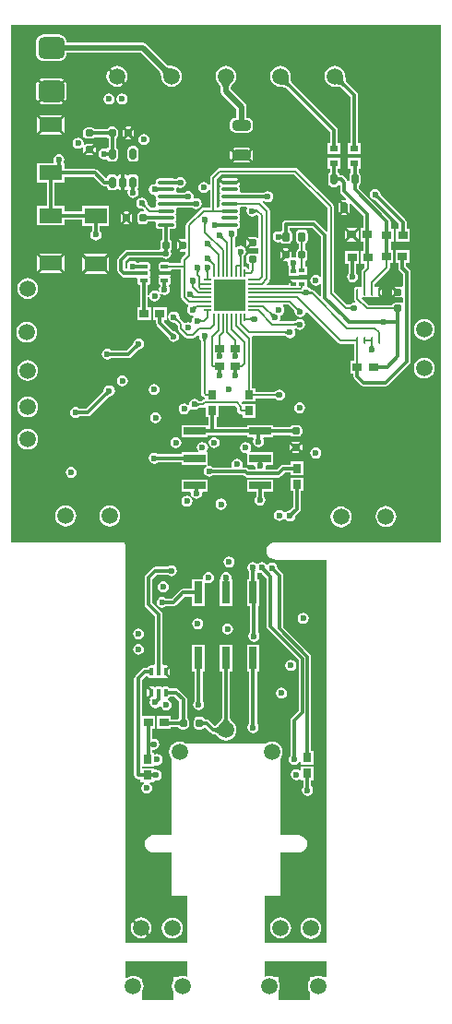
<source format=gtl>
G04 Layer_Physical_Order=1*
G04 Layer_Color=255*
%FSTAX43Y43*%
%MOMM*%
G71*
G01*
G75*
G04:AMPARAMS|DCode=10|XSize=0.75mm|YSize=0.6mm|CornerRadius=0.15mm|HoleSize=0mm|Usage=FLASHONLY|Rotation=90.000|XOffset=0mm|YOffset=0mm|HoleType=Round|Shape=RoundedRectangle|*
%AMROUNDEDRECTD10*
21,1,0.750,0.300,0,0,90.0*
21,1,0.450,0.600,0,0,90.0*
1,1,0.300,0.150,0.225*
1,1,0.300,0.150,-0.225*
1,1,0.300,-0.150,-0.225*
1,1,0.300,-0.150,0.225*
%
%ADD10ROUNDEDRECTD10*%
G04:AMPARAMS|DCode=11|XSize=1.5mm|YSize=0.35mm|CornerRadius=0.087mm|HoleSize=0mm|Usage=FLASHONLY|Rotation=180.000|XOffset=0mm|YOffset=0mm|HoleType=Round|Shape=RoundedRectangle|*
%AMROUNDEDRECTD11*
21,1,1.500,0.175,0,0,180.0*
21,1,1.325,0.350,0,0,180.0*
1,1,0.175,-0.662,0.087*
1,1,0.175,0.662,0.087*
1,1,0.175,0.662,-0.087*
1,1,0.175,-0.662,-0.087*
%
%ADD11ROUNDEDRECTD11*%
%ADD12R,0.800X0.850*%
%ADD13R,0.850X0.800*%
G04:AMPARAMS|DCode=14|XSize=0.4mm|YSize=0.75mm|CornerRadius=0.1mm|HoleSize=0mm|Usage=FLASHONLY|Rotation=270.000|XOffset=0mm|YOffset=0mm|HoleType=Round|Shape=RoundedRectangle|*
%AMROUNDEDRECTD14*
21,1,0.400,0.550,0,0,270.0*
21,1,0.200,0.750,0,0,270.0*
1,1,0.200,-0.275,-0.100*
1,1,0.200,-0.275,0.100*
1,1,0.200,0.275,0.100*
1,1,0.200,0.275,-0.100*
%
%ADD14ROUNDEDRECTD14*%
G04:AMPARAMS|DCode=15|XSize=0.4mm|YSize=0.75mm|CornerRadius=0.1mm|HoleSize=0mm|Usage=FLASHONLY|Rotation=180.000|XOffset=0mm|YOffset=0mm|HoleType=Round|Shape=RoundedRectangle|*
%AMROUNDEDRECTD15*
21,1,0.400,0.550,0,0,180.0*
21,1,0.200,0.750,0,0,180.0*
1,1,0.200,-0.100,0.275*
1,1,0.200,0.100,0.275*
1,1,0.200,0.100,-0.275*
1,1,0.200,-0.100,-0.275*
%
%ADD15ROUNDEDRECTD15*%
G04:AMPARAMS|DCode=16|XSize=0.75mm|YSize=0.6mm|CornerRadius=0.15mm|HoleSize=0mm|Usage=FLASHONLY|Rotation=0.000|XOffset=0mm|YOffset=0mm|HoleType=Round|Shape=RoundedRectangle|*
%AMROUNDEDRECTD16*
21,1,0.750,0.300,0,0,0.0*
21,1,0.450,0.600,0,0,0.0*
1,1,0.300,0.225,-0.150*
1,1,0.300,-0.225,-0.150*
1,1,0.300,-0.225,0.150*
1,1,0.300,0.225,0.150*
%
%ADD16ROUNDEDRECTD16*%
G04:AMPARAMS|DCode=17|XSize=2.4mm|YSize=2mm|CornerRadius=0.5mm|HoleSize=0mm|Usage=FLASHONLY|Rotation=180.000|XOffset=0mm|YOffset=0mm|HoleType=Round|Shape=RoundedRectangle|*
%AMROUNDEDRECTD17*
21,1,2.400,1.000,0,0,180.0*
21,1,1.400,2.000,0,0,180.0*
1,1,1.000,-0.700,0.500*
1,1,1.000,0.700,0.500*
1,1,1.000,0.700,-0.500*
1,1,1.000,-0.700,-0.500*
%
%ADD17ROUNDEDRECTD17*%
%ADD18R,2.100X1.400*%
G04:AMPARAMS|DCode=19|XSize=0.6mm|YSize=1mm|CornerRadius=0.15mm|HoleSize=0mm|Usage=FLASHONLY|Rotation=180.000|XOffset=0mm|YOffset=0mm|HoleType=Round|Shape=RoundedRectangle|*
%AMROUNDEDRECTD19*
21,1,0.600,0.700,0,0,180.0*
21,1,0.300,1.000,0,0,180.0*
1,1,0.300,-0.150,0.350*
1,1,0.300,0.150,0.350*
1,1,0.300,0.150,-0.350*
1,1,0.300,-0.150,-0.350*
%
%ADD19ROUNDEDRECTD19*%
G04:AMPARAMS|DCode=20|XSize=0.85mm|YSize=0.7mm|CornerRadius=0.175mm|HoleSize=0mm|Usage=FLASHONLY|Rotation=90.000|XOffset=0mm|YOffset=0mm|HoleType=Round|Shape=RoundedRectangle|*
%AMROUNDEDRECTD20*
21,1,0.850,0.350,0,0,90.0*
21,1,0.500,0.700,0,0,90.0*
1,1,0.350,0.175,0.250*
1,1,0.350,0.175,-0.250*
1,1,0.350,-0.175,-0.250*
1,1,0.350,-0.175,0.250*
%
%ADD20ROUNDEDRECTD20*%
%ADD21R,0.500X0.350*%
%ADD22R,0.500X0.430*%
%ADD23R,2.000X0.760*%
%ADD24R,0.760X2.000*%
G04:AMPARAMS|DCode=25|XSize=1.65mm|YSize=0.95mm|CornerRadius=0.237mm|HoleSize=0mm|Usage=FLASHONLY|Rotation=180.000|XOffset=0mm|YOffset=0mm|HoleType=Round|Shape=RoundedRectangle|*
%AMROUNDEDRECTD25*
21,1,1.650,0.475,0,0,180.0*
21,1,1.175,0.950,0,0,180.0*
1,1,0.475,-0.588,0.237*
1,1,0.475,0.588,0.237*
1,1,0.475,0.588,-0.237*
1,1,0.475,-0.588,-0.237*
%
%ADD25ROUNDEDRECTD25*%
%ADD26R,0.800X0.600*%
G04:AMPARAMS|DCode=27|XSize=0.6mm|YSize=0.25mm|CornerRadius=0.063mm|HoleSize=0mm|Usage=FLASHONLY|Rotation=90.000|XOffset=0mm|YOffset=0mm|HoleType=Round|Shape=RoundedRectangle|*
%AMROUNDEDRECTD27*
21,1,0.600,0.125,0,0,90.0*
21,1,0.475,0.250,0,0,90.0*
1,1,0.125,0.063,0.237*
1,1,0.125,0.063,-0.237*
1,1,0.125,-0.063,-0.237*
1,1,0.125,-0.063,0.237*
%
%ADD27ROUNDEDRECTD27*%
%ADD28O,0.200X0.700*%
%ADD29O,0.700X0.200*%
%ADD30R,3.000X3.000*%
%ADD31C,0.200*%
%ADD32C,0.300*%
%ADD33C,0.500*%
%ADD34C,1.500*%
%ADD35C,0.600*%
G36*
X0116707Y0094149D02*
X0101512D01*
X0101499Y0094146D01*
X0101487Y0094147D01*
X010138Y0094137D01*
X0101344Y0094126D01*
X0101307Y0094119D01*
X0101109Y0094037D01*
X0101026Y0093981D01*
X0101026Y0093981D01*
X0100874Y009383D01*
X0100819Y0093747D01*
X0100737Y0093549D01*
X0100717Y0093451D01*
Y0093237D01*
X0100737Y0093139D01*
X0100819Y0092941D01*
X0100874Y0092858D01*
X0100874Y0092858D01*
X0101026Y0092706D01*
X0101109Y0092651D01*
X0101307Y0092569D01*
X0101344Y0092562D01*
X010138Y0092551D01*
X0101487Y009254D01*
X0101499Y0092541D01*
X0101512Y0092539D01*
X0106207D01*
Y0057344D01*
X0100492D01*
X0100492Y0061639D01*
X0101712D01*
X0101809Y0061658D01*
X0101892Y0061714D01*
X0101947Y0061796D01*
X0101967Y0061894D01*
Y0065639D01*
X0103612D01*
X0103624Y0065641D01*
X0103637Y006564D01*
X0103744Y0065651D01*
X010378Y0065662D01*
X0103817Y0065669D01*
X0104015Y0065751D01*
X0104098Y0065806D01*
X0104098Y0065806D01*
X0104249Y0065958D01*
X0104305Y0066041D01*
X0104387Y0066239D01*
X0104394Y0066276D01*
X0104405Y0066312D01*
X0104415Y0066419D01*
X0104413Y0066444D01*
X0104415Y0066469D01*
X0104405Y0066576D01*
X0104394Y0066612D01*
X0104387Y0066649D01*
X0104305Y0066847D01*
X0104249Y006693D01*
X0104249Y006693D01*
X0104098Y0067081D01*
X0104015Y0067137D01*
X0103817Y0067219D01*
X010378Y0067226D01*
X0103744Y0067237D01*
X0103637Y0067247D01*
X0103624Y0067246D01*
X0103612Y0067249D01*
X0101967D01*
Y0074317D01*
X0102042Y0074415D01*
X0102137Y0074646D01*
X010217Y0074894D01*
X0102137Y0075142D01*
X0102042Y0075373D01*
X0101924Y0075526D01*
X0101892Y0075574D01*
X0101844Y0075606D01*
X0101691Y0075724D01*
X010146Y0075819D01*
X0101212Y0075852D01*
X0100964Y0075819D01*
X0100733Y0075724D01*
X0100635Y0075649D01*
X0093289D01*
X0093191Y0075724D01*
X009296Y0075819D01*
X0092712Y0075852D01*
X0092464Y0075819D01*
X0092233Y0075724D01*
X0092079Y0075606D01*
X0092032Y0075574D01*
X0092Y0075526D01*
X0091882Y0075373D01*
X0091786Y0075142D01*
X0091754Y0074894D01*
X0091786Y0074646D01*
X0091882Y0074415D01*
X0091957Y0074317D01*
Y0067249D01*
X0090312D01*
X0090299Y0067246D01*
X0090287Y0067247D01*
X009018Y0067237D01*
X0090144Y0067226D01*
X0090107Y0067219D01*
X0089909Y0067137D01*
X0089826Y0067081D01*
X0089826Y0067081D01*
X0089674Y006693D01*
X0089619Y0066847D01*
X0089537Y0066649D01*
X008953Y0066612D01*
X0089519Y0066576D01*
X0089508Y0066469D01*
X0089511Y0066444D01*
X0089508Y0066419D01*
X0089519Y0066312D01*
X008953Y0066276D01*
X0089537Y0066239D01*
X0089619Y0066041D01*
X0089674Y0065958D01*
X0089674Y0065958D01*
X0089826Y0065806D01*
X0089909Y0065751D01*
X0090107Y0065669D01*
X0090144Y0065662D01*
X009018Y0065651D01*
X0090287Y006564D01*
X0090299Y0065641D01*
X0090312Y0065639D01*
X0091957D01*
Y0061894D01*
X0091976Y0061796D01*
X0092032Y0061714D01*
X0092114Y0061658D01*
X0092212Y0061639D01*
X0093457D01*
Y0057344D01*
X0087717D01*
Y0093894D01*
X0087697Y0093991D01*
X0087642Y0094074D01*
X0087559Y0094129D01*
X0087462Y0094149D01*
X0077217D01*
Y0141639D01*
X0116707D01*
Y0094149D01*
D02*
G37*
G36*
X0093437Y0054225D02*
X009321Y0054319D01*
X0092962Y0054352D01*
X0092714Y0054319D01*
X0092483Y0054224D01*
X0092444Y0054194D01*
X0092187D01*
Y0053944D01*
X0092132Y0053873D01*
X0092036Y0053642D01*
X0092004Y0053394D01*
X0092036Y0053146D01*
X0092132Y0052915D01*
X0092187Y0052843D01*
Y0052149D01*
X0089237D01*
Y0052843D01*
X0089292Y0052915D01*
X0089387Y0053146D01*
X008942Y0053394D01*
X0089387Y0053642D01*
X0089292Y0053873D01*
X0089237Y0053944D01*
Y0054094D01*
X0089112D01*
X0089094Y0054106D01*
X0088941Y0054224D01*
X008871Y0054319D01*
X0088462Y0054352D01*
X0088214Y0054319D01*
X0087983Y0054224D01*
X0087885Y0054149D01*
X0087762D01*
Y0055694D01*
X0093437D01*
Y0054225D01*
D02*
G37*
G36*
X0106187Y0054194D02*
X010598D01*
X0105941Y0054224D01*
X010571Y0054319D01*
X0105462Y0054352D01*
X0105214Y0054319D01*
X0104983Y0054224D01*
X0104944Y0054194D01*
X0104637D01*
Y0053879D01*
X0104632Y0053873D01*
X0104536Y0053642D01*
X0104504Y0053394D01*
X0104536Y0053146D01*
X0104632Y0052915D01*
X0104637Y0052908D01*
Y0052149D01*
X0101762D01*
Y0052876D01*
X0101792Y0052915D01*
X0101887Y0053146D01*
X010192Y0053394D01*
X0101887Y0053642D01*
X0101792Y0053873D01*
X0101762Y0053912D01*
Y0054194D01*
X010148D01*
X0101441Y0054224D01*
X010121Y0054319D01*
X0100962Y0054352D01*
X0100714Y0054319D01*
X0100492Y0054227D01*
Y0055694D01*
X0106187D01*
Y0054194D01*
D02*
G37*
%LPC*%
G36*
X0086962Y0137852D02*
X0086714Y0137819D01*
X0086483Y0137724D01*
X0086386Y0137649D01*
X0087052Y0136984D01*
X0087717Y0136318D01*
X0087792Y0136415D01*
X0087887Y0136646D01*
X008792Y0136894D01*
X0087887Y0137142D01*
X0087792Y0137373D01*
X0087639Y0137571D01*
X0087441Y0137724D01*
X008721Y0137819D01*
X0086962Y0137852D01*
D02*
G37*
G36*
X0081637Y0140725D02*
X0080237D01*
X0080054Y0140701D01*
X0079884Y014063D01*
X0079738Y0140518D01*
X0079625Y0140372D01*
X0079555Y0140202D01*
X0079531Y0140019D01*
Y0139019D01*
X0079555Y0138836D01*
X0079625Y0138666D01*
X0079738Y013852D01*
X0079884Y0138407D01*
X0080054Y0138337D01*
X0080237Y0138313D01*
X0081637D01*
X008182Y0138337D01*
X008199Y0138407D01*
X0082136Y013852D01*
X0082248Y0138666D01*
X0082319Y0138836D01*
X0082343Y0139019D01*
Y013906D01*
X0089147D01*
X0090872Y0137335D01*
X009089Y0137311D01*
X0090918Y0137269D01*
X0090942Y0137225D01*
X0090962Y0137179D01*
X0090979Y013713D01*
X0090992Y0137078D01*
X0091001Y0137023D01*
X0091006Y0136965D01*
X0091007Y0136922D01*
X0091004Y0136894D01*
X0091036Y0136646D01*
X0091132Y0136415D01*
X0091284Y0136216D01*
X0091483Y0136064D01*
X0091714Y0135968D01*
X0091962Y0135936D01*
X009221Y0135968D01*
X0092441Y0136064D01*
X0092639Y0136216D01*
X0092792Y0136415D01*
X0092887Y0136646D01*
X009292Y0136894D01*
X0092887Y0137142D01*
X0092792Y0137373D01*
X0092639Y0137571D01*
X0092441Y0137724D01*
X009221Y0137819D01*
X0091962Y0137852D01*
X0091933Y0137848D01*
X0091891Y0137849D01*
X0091832Y0137855D01*
X0091777Y0137864D01*
X0091726Y0137877D01*
X0091677Y0137893D01*
X0091631Y0137914D01*
X0091587Y0137937D01*
X0091544Y0137965D01*
X0091521Y0137983D01*
X0089661Y0139843D01*
X0089512Y0139943D01*
X0089337Y0139978D01*
X0082343D01*
Y0140019D01*
X0082319Y0140202D01*
X0082248Y0140372D01*
X0082136Y0140518D01*
X008199Y014063D01*
X008182Y0140701D01*
X0081637Y0140725D01*
D02*
G37*
G36*
X0086206Y013747D02*
X0086132Y0137373D01*
X0086036Y0137142D01*
X0086004Y0136894D01*
X0086036Y0136646D01*
X0086132Y0136415D01*
X0086284Y0136216D01*
X0086483Y0136064D01*
X0086714Y0135968D01*
X0086962Y0135936D01*
X008721Y0135968D01*
X0087441Y0136064D01*
X0087538Y0136138D01*
X0086872Y0136804D01*
X0086206Y013747D01*
D02*
G37*
G36*
X007966Y0136416D02*
X0079625Y0136372D01*
X0079555Y0136202D01*
X0079531Y0136019D01*
Y0135019D01*
X0079555Y0134836D01*
X0079625Y0134666D01*
X007966Y0134621D01*
X0080557Y0135519D01*
X007966Y0136416D01*
D02*
G37*
G36*
X0082214Y0136416D02*
X0081316Y0135519D01*
X0082214Y0134621D01*
X0082248Y0134666D01*
X0082319Y0134836D01*
X0082343Y0135019D01*
Y0136019D01*
X0082319Y0136202D01*
X0082248Y0136372D01*
X0082214Y0136416D01*
D02*
G37*
G36*
X0081637Y0136725D02*
X0080237D01*
X0080054Y0136701D01*
X0079884Y013663D01*
X0079839Y0136596D01*
X0080827Y0135609D01*
X0080737Y0135519D01*
X0080827Y0135429D01*
X0079839Y0134442D01*
X0079884Y0134407D01*
X0080054Y0134337D01*
X0080237Y0134313D01*
X0081637D01*
X008182Y0134337D01*
X008199Y0134407D01*
X0082034Y0134442D01*
X0081047Y0135429D01*
X0081137Y0135519D01*
X0081047Y0135609D01*
X0082034Y0136596D01*
X008199Y013663D01*
X008182Y0136701D01*
X0081637Y0136725D01*
D02*
G37*
G36*
X0087437Y0135304D02*
X0087242Y0135265D01*
X0087076Y0135154D01*
X0086966Y0134989D01*
X0086927Y0134794D01*
X0086966Y0134599D01*
X0087076Y0134433D01*
X0087242Y0134323D01*
X0087437Y0134284D01*
X0087632Y0134323D01*
X0087797Y0134433D01*
X0087908Y0134599D01*
X0087947Y0134794D01*
X0087908Y0134989D01*
X0087797Y0135154D01*
X0087632Y0135265D01*
X0087437Y0135304D01*
D02*
G37*
G36*
X0086237D02*
X0086042Y0135265D01*
X0085876Y0135154D01*
X0085766Y0134989D01*
X0085727Y0134794D01*
X0085766Y0134599D01*
X0085876Y0134433D01*
X0086042Y0134323D01*
X0086237Y0134284D01*
X0086432Y0134323D01*
X0086597Y0134433D01*
X0086708Y0134599D01*
X0086747Y0134794D01*
X0086708Y0134989D01*
X0086597Y0135154D01*
X0086432Y0135265D01*
X0086237Y0135304D01*
D02*
G37*
G36*
X0086687Y0132251D02*
X0086387D01*
X008625Y0132223D01*
X0086134Y0132146D01*
X0086057Y013203D01*
X0086056Y0132026D01*
X0084945D01*
X0084914Y0132071D01*
X0084798Y0132148D01*
X0084662Y0132176D01*
X0084212D01*
X0084075Y0132148D01*
X0083959Y0132071D01*
X0083882Y0131955D01*
X0083855Y0131819D01*
Y0131519D01*
X0083882Y0131382D01*
X0083959Y0131266D01*
X0084075Y0131189D01*
X0084212Y0131162D01*
X0084662D01*
X0084798Y0131189D01*
X0084914Y0131266D01*
X0084945Y0131312D01*
X0086056D01*
X0086057Y0131307D01*
X0086134Y0131191D01*
X008618Y0131161D01*
Y0130402D01*
X0086134Y0130371D01*
X008609Y0130304D01*
X0085957Y013024D01*
X0085762Y0130279D01*
X0085567Y013024D01*
X0085401Y0130129D01*
X0085291Y0129964D01*
X0085252Y0129769D01*
X0085291Y0129574D01*
X0085401Y0129408D01*
X0085567Y0129298D01*
X0085762Y0129259D01*
X0085957Y0129298D01*
X008609Y0129234D01*
X0086134Y0129166D01*
X008625Y0129089D01*
X0086387Y0129062D01*
X0086687D01*
X0086823Y0129089D01*
X0086939Y0129166D01*
X0087016Y0129282D01*
X0087044Y0129419D01*
Y0130119D01*
X0087016Y0130255D01*
X0086939Y0130371D01*
X0086894Y0130402D01*
Y0131161D01*
X0086939Y0131191D01*
X0087016Y0131307D01*
X0087044Y0131444D01*
Y0131894D01*
X0087016Y013203D01*
X0086939Y0132146D01*
X0086823Y0132223D01*
X0086687Y0132251D01*
D02*
G37*
G36*
X0088187D02*
X0087887D01*
X008775Y0132223D01*
X0087742Y0132218D01*
X0088037Y0131923D01*
X0088331Y0132218D01*
X0088323Y0132223D01*
X0088187Y0132251D01*
D02*
G37*
G36*
X0096962Y0137852D02*
X0096714Y0137819D01*
X0096483Y0137724D01*
X0096284Y0137571D01*
X0096132Y0137373D01*
X0096036Y0137142D01*
X0096004Y0136894D01*
X0096036Y0136646D01*
X0096132Y0136415D01*
X0096284Y0136216D01*
X0096307Y0136199D01*
X0096337Y0136168D01*
X0096374Y0136123D01*
X0096406Y0136077D01*
X0096434Y0136032D01*
X0096456Y0135986D01*
X0096475Y0135939D01*
X0096489Y0135891D01*
X0096499Y0135841D01*
X0096503Y0135812D01*
Y0135469D01*
X0096538Y0135293D01*
X0096637Y0135144D01*
X0097928Y0133854D01*
Y0133077D01*
X0097799D01*
X0097629Y0133043D01*
X0097484Y0132947D01*
X0097387Y0132802D01*
X0097353Y0132631D01*
Y0132156D01*
X0097387Y0131986D01*
X0097484Y0131841D01*
X0097629Y0131744D01*
X0097799Y013171D01*
X0098974D01*
X0099145Y0131744D01*
X009929Y0131841D01*
X0099386Y0131986D01*
X009942Y0132156D01*
Y0132631D01*
X0099386Y0132802D01*
X009929Y0132947D01*
X0099145Y0133043D01*
X0098974Y0133077D01*
X0098846D01*
Y0134044D01*
X0098811Y0134219D01*
X0098711Y0134368D01*
X0097421Y0135659D01*
Y0135812D01*
X0097424Y0135841D01*
X0097434Y0135891D01*
X0097449Y0135939D01*
X0097467Y0135986D01*
X009749Y0136032D01*
X0097517Y0136077D01*
X009755Y0136123D01*
X0097587Y0136168D01*
X0097616Y0136199D01*
X0097639Y0136216D01*
X0097792Y0136415D01*
X0097887Y0136646D01*
X009792Y0136894D01*
X0097887Y0137142D01*
X0097792Y0137373D01*
X0097639Y0137571D01*
X0097441Y0137724D01*
X009721Y0137819D01*
X0096962Y0137852D01*
D02*
G37*
G36*
X0079637Y0133139D02*
Y0131698D01*
X0080357Y0132419D01*
X0079637Y0133139D01*
D02*
G37*
G36*
X0082137Y0133139D02*
X0081416Y0132419D01*
X0082137Y0131698D01*
Y0133139D01*
D02*
G37*
G36*
X0088037Y0131744D02*
X0087962Y0131669D01*
X0088037Y0131594D01*
X0088112Y0131669D01*
X0088037Y0131744D01*
D02*
G37*
G36*
X0081957Y0133319D02*
X0079816D01*
X0080627Y0132509D01*
X0080537Y0132419D01*
X0080627Y0132329D01*
X0079816Y0131519D01*
X0081957D01*
X0081147Y0132329D01*
X0081237Y0132419D01*
X0081147Y0132509D01*
X0081957Y0133319D01*
D02*
G37*
G36*
X0087563Y0132038D02*
X0087557Y013203D01*
X008753Y0131894D01*
Y0131444D01*
X0087557Y0131307D01*
X0087563Y0131299D01*
X0087932Y0131669D01*
X0087563Y0132038D01*
D02*
G37*
G36*
X0088511Y0132038D02*
X0088141Y0131669D01*
X0088511Y0131299D01*
X0088516Y0131307D01*
X0088544Y0131444D01*
Y0131894D01*
X0088516Y013203D01*
X0088511Y0132038D01*
D02*
G37*
G36*
X0088037Y0131414D02*
X0087742Y013112D01*
X008775Y0131114D01*
X0087887Y0131087D01*
X0088187D01*
X0088323Y0131114D01*
X0088331Y013112D01*
X0088037Y0131414D01*
D02*
G37*
G36*
X0089437Y0131604D02*
X0089242Y0131565D01*
X0089076Y0131454D01*
X0088966Y0131289D01*
X0088927Y0131094D01*
X0088966Y0130899D01*
X0089076Y0130733D01*
X0089242Y0130623D01*
X0089437Y0130584D01*
X0089632Y0130623D01*
X0089797Y0130733D01*
X0089908Y0130899D01*
X0089947Y0131094D01*
X0089908Y0131289D01*
X0089797Y0131454D01*
X0089632Y0131565D01*
X0089437Y0131604D01*
D02*
G37*
G36*
X0083387Y0131254D02*
X0083192Y0131215D01*
X0083026Y0131104D01*
X0082916Y0130939D01*
X0082877Y0130744D01*
X0082916Y0130549D01*
X0083026Y0130383D01*
X0083192Y0130273D01*
X0083387Y0130234D01*
X0083582Y0130273D01*
X0083737Y0130376D01*
X0083781Y0130363D01*
X0083855Y0130319D01*
Y0130019D01*
X0083882Y0129882D01*
X0083888Y0129874D01*
X0084272Y0130259D01*
X0084437Y0130094D01*
X0084512Y0130169D01*
X0084422Y0130259D01*
X0084806Y0130643D01*
X0084798Y0130648D01*
X0084662Y0130676D01*
X0084212D01*
X0084075Y0130648D01*
X0083997Y0130596D01*
X0083881Y0130665D01*
X0083897Y0130744D01*
X0083858Y0130939D01*
X0083747Y0131104D01*
X0083582Y0131215D01*
X0083387Y0131254D01*
D02*
G37*
G36*
X0084986Y0130463D02*
X0084691Y0130169D01*
X0084986Y0129874D01*
X0084991Y0129882D01*
X0085019Y0130019D01*
Y0130319D01*
X0084991Y0130455D01*
X0084986Y0130463D01*
D02*
G37*
G36*
X0106962Y0137852D02*
X0106714Y0137819D01*
X0106483Y0137724D01*
X0106284Y0137571D01*
X0106132Y0137373D01*
X0106036Y0137142D01*
X0106004Y0136894D01*
X0106036Y0136646D01*
X0106132Y0136415D01*
X0106284Y0136216D01*
X0106483Y0136064D01*
X0106714Y0135968D01*
X0106962Y0135936D01*
X0107009Y0135942D01*
X0107012Y0135941D01*
X0107107Y0135945D01*
X010719Y0135944D01*
X0107266Y0135939D01*
X0107333Y013593D01*
X0107393Y0135918D01*
X0107445Y0135903D01*
X0107488Y0135886D01*
X0107525Y0135867D01*
X0107553Y0135848D01*
X010838Y0135021D01*
Y0130794D01*
X0108137D01*
Y0129794D01*
X0109337D01*
Y0130794D01*
X0109094D01*
Y0135169D01*
X0109066Y0135305D01*
X0108989Y0135421D01*
X0108048Y0136363D01*
X0108029Y013639D01*
X0108008Y0136428D01*
X0107989Y0136475D01*
X010797Y013653D01*
X0107954Y0136593D01*
X0107941Y0136663D01*
X010792Y0136836D01*
X0107918Y0136878D01*
X010792Y0136894D01*
X0107915Y0136932D01*
X0107915Y0136933D01*
X0107915Y0136933D01*
X0107887Y0137142D01*
X0107792Y0137373D01*
X0107639Y0137571D01*
X0107441Y0137724D01*
X010721Y0137819D01*
X0106962Y0137852D01*
D02*
G37*
G36*
X0101962D02*
X0101714Y0137819D01*
X0101483Y0137724D01*
X0101284Y0137571D01*
X0101132Y0137373D01*
X0101036Y0137142D01*
X0101004Y0136894D01*
X0101036Y0136646D01*
X0101132Y0136415D01*
X0101284Y0136216D01*
X0101483Y0136064D01*
X0101714Y0135968D01*
X0101922Y0135941D01*
X0101923Y0135941D01*
X0101923Y0135941D01*
X0101962Y0135936D01*
X0101978Y0135938D01*
X010202Y0135935D01*
X0102193Y0135915D01*
X0102263Y0135902D01*
X0102326Y0135885D01*
X0102381Y0135867D01*
X0102427Y0135847D01*
X0102465Y0135827D01*
X0102493Y0135808D01*
X010653Y0131771D01*
Y0130794D01*
X0106287D01*
Y0129794D01*
X0107487D01*
Y0130794D01*
X0107244D01*
Y0131919D01*
X0107216Y0132055D01*
X0107139Y0132171D01*
X0103007Y0136303D01*
X0102989Y0136331D01*
X010297Y0136367D01*
X0102953Y0136411D01*
X0102938Y0136463D01*
X0102926Y0136522D01*
X0102917Y0136587D01*
X0102911Y0136751D01*
X0102914Y0136844D01*
X0102914Y0136847D01*
X010292Y0136894D01*
X0102887Y0137142D01*
X0102792Y0137373D01*
X0102639Y0137571D01*
X0102441Y0137724D01*
X010221Y0137819D01*
X0101962Y0137852D01*
D02*
G37*
G36*
X0084437Y0130064D02*
X0084067Y0129695D01*
X0084075Y0129689D01*
X0084212Y0129662D01*
X0084662D01*
X0084798Y0129689D01*
X0084806Y0129695D01*
X0084437Y0130064D01*
D02*
G37*
G36*
X0097412Y0130089D02*
X0097387Y0130052D01*
X0097353Y0129881D01*
Y0129406D01*
X0097387Y0129236D01*
X0097412Y0129199D01*
X0097857Y0129644D01*
X0097412Y0130089D01*
D02*
G37*
G36*
X0099362Y0130089D02*
X0098916Y0129644D01*
X0099362Y0129199D01*
X0099386Y0129236D01*
X009942Y0129406D01*
Y0129881D01*
X0099386Y0130052D01*
X0099362Y0130089D01*
D02*
G37*
G36*
X0088587Y0130476D02*
X0088287D01*
X008815Y0130448D01*
X0088034Y0130371D01*
X0087957Y0130255D01*
X008793Y0130119D01*
Y0129419D01*
X0087957Y0129282D01*
X0088034Y0129166D01*
X008815Y0129089D01*
X0088287Y0129062D01*
X0088587D01*
X0088723Y0129089D01*
X0088839Y0129166D01*
X0088916Y0129282D01*
X0088944Y0129419D01*
Y0130119D01*
X0088916Y0130255D01*
X0088839Y0130371D01*
X0088723Y0130448D01*
X0088587Y0130476D01*
D02*
G37*
G36*
X0098974Y0130327D02*
X0097799D01*
X0097629Y0130293D01*
X0097592Y0130269D01*
X0098127Y0129734D01*
X0098037Y0129644D01*
X0098127Y0129554D01*
X0097592Y0129019D01*
X0097629Y0128994D01*
X0097799Y012896D01*
X0098974D01*
X0099145Y0128994D01*
X0099182Y0129019D01*
X0098647Y0129554D01*
X0098737Y0129644D01*
X0098647Y0129734D01*
X0099182Y0130269D01*
X0099145Y0130293D01*
X0098974Y0130327D01*
D02*
G37*
G36*
X0081637Y0129754D02*
X0081442Y0129715D01*
X0081276Y0129604D01*
X0081166Y0129439D01*
X0081127Y0129244D01*
X0081166Y0129049D01*
X0081178Y0129031D01*
X0081118Y0128919D01*
X0079637D01*
Y0127119D01*
X008053D01*
Y0125019D01*
X0079637D01*
Y0123219D01*
X0082137D01*
Y0123762D01*
X0083762D01*
Y0123169D01*
X008468D01*
Y0122727D01*
X0084679Y0122721D01*
X0084677Y0122707D01*
X0084676Y0122704D01*
X0084676Y0122704D01*
X0084566Y0122539D01*
X0084527Y0122344D01*
X0084566Y0122149D01*
X0084676Y0121983D01*
X0084842Y0121873D01*
X0085037Y0121834D01*
X0085232Y0121873D01*
X0085397Y0121983D01*
X0085508Y0122149D01*
X0085547Y0122344D01*
X0085508Y0122539D01*
X0085397Y0122704D01*
X0085397Y0122704D01*
X0085397Y0122707D01*
X0085395Y0122718D01*
X0085394Y0122731D01*
Y0123169D01*
X0086262D01*
Y0124969D01*
X0083762D01*
Y0124476D01*
X0082137D01*
Y0125019D01*
X0081244D01*
Y0127119D01*
X0082137D01*
Y0127662D01*
X0084789D01*
X0085534Y0126916D01*
X008565Y0126839D01*
X0085787Y0126812D01*
X0086031D01*
X0086057Y0126682D01*
X0086134Y0126566D01*
X008625Y0126489D01*
X0086387Y0126462D01*
X0086687D01*
X0086823Y0126489D01*
X0086934Y0126563D01*
X0086968Y012658D01*
X0087056D01*
X008709Y0126563D01*
X00872Y0126489D01*
X0087337Y0126462D01*
X0087637D01*
X0087773Y0126489D01*
X0087814Y0126516D01*
X0087974Y0126487D01*
X0087992Y0126453D01*
X0087966Y0126414D01*
X0087927Y0126219D01*
X0087966Y0126024D01*
X0088076Y0125858D01*
X0088242Y0125748D01*
X0088437Y0125709D01*
X0088632Y0125748D01*
X0088797Y0125858D01*
X0088908Y0126024D01*
X0088947Y0126219D01*
X0088908Y0126414D01*
X0088831Y0126528D01*
X0088839Y0126566D01*
X0088916Y0126682D01*
X0088944Y0126819D01*
Y0127519D01*
X0088916Y0127655D01*
X0088839Y0127771D01*
X0088723Y0127848D01*
X0088587Y0127876D01*
X0088287D01*
X008815Y0127848D01*
X008804Y0127775D01*
X0088006Y0127757D01*
X0087918D01*
X0087884Y0127775D01*
X0087773Y0127848D01*
X0087637Y0127876D01*
X0087337D01*
X00872Y0127848D01*
X008709Y0127775D01*
X0087056Y0127757D01*
X0086968D01*
X0086934Y0127775D01*
X0086823Y0127848D01*
X0086687Y0127876D01*
X0086387D01*
X008625Y0127848D01*
X0086134Y0127771D01*
X0086057Y0127655D01*
X0086041Y0127575D01*
X0085907Y0127553D01*
X0085189Y0128271D01*
X0085073Y0128348D01*
X0084937Y0128376D01*
X0082137D01*
Y0128919D01*
X0082137D01*
X0082085Y0129015D01*
X0082108Y0129049D01*
X0082147Y0129244D01*
X0082108Y0129439D01*
X0081997Y0129604D01*
X0081832Y0129715D01*
X0081637Y0129754D01*
D02*
G37*
G36*
X0109337Y0129394D02*
X0108137D01*
Y0128394D01*
X010843D01*
Y0128077D01*
X0108384Y0128046D01*
X0108307Y012793D01*
X010828Y0127794D01*
Y012726D01*
X0108153Y0127248D01*
X0108141Y0127305D01*
X0108064Y0127421D01*
X0107789Y0127696D01*
X0107673Y0127773D01*
X0107537Y0127801D01*
X0107392D01*
X0107366Y012793D01*
X0107289Y0128046D01*
X0107244Y0128077D01*
Y0128394D01*
X0107487D01*
Y0129394D01*
X0106287D01*
Y0128394D01*
X010653D01*
Y0128077D01*
X0106484Y0128046D01*
X0106407Y012793D01*
X010638Y0127794D01*
Y0127094D01*
X0106407Y0126957D01*
X0106484Y0126841D01*
X01066Y0126764D01*
X0106737Y0126737D01*
X0107037D01*
X0107173Y0126764D01*
X0107289Y0126841D01*
X0107328Y01269D01*
X0107455Y0126861D01*
Y0126369D01*
X0107482Y0126232D01*
X0107559Y0126116D01*
X0108003Y0125673D01*
X0108001Y0125658D01*
X0107946Y0125551D01*
X0107687D01*
X010755Y0125523D01*
X0107542Y0125518D01*
X0107927Y0125134D01*
X0107747Y0124954D01*
X0107363Y0125338D01*
X0107357Y012533D01*
X010733Y0125194D01*
Y0124494D01*
X0107357Y0124357D01*
X0107363Y0124349D01*
X0107747Y0124734D01*
X0107837Y0124644D01*
X0107927Y0124734D01*
X0108311Y0124349D01*
X0108316Y0124357D01*
X0108344Y0124494D01*
Y0125153D01*
X0108451Y0125208D01*
X0108466Y012521D01*
X0109605Y0124071D01*
Y0122944D01*
X0109337D01*
Y0121744D01*
X0109605D01*
Y0120894D01*
X0109362D01*
Y0119694D01*
X0109681D01*
Y011937D01*
X0109471Y011916D01*
X0109404Y0119061D01*
X0109381Y0118944D01*
X0109381Y0118944D01*
Y01176D01*
X0109367Y0117588D01*
X0109254Y0117544D01*
X0109202Y0117579D01*
X0109099Y0117599D01*
X0108974D01*
X0108872Y0117579D01*
X0108785Y0117521D01*
X0108727Y0117434D01*
X0108707Y0117331D01*
Y0116856D01*
X0108727Y0116754D01*
X0108731Y0116748D01*
Y0116469D01*
X0108731Y0116469D01*
X0108754Y0116352D01*
X0108821Y0116253D01*
X0108828Y0116245D01*
X0108766Y0116128D01*
X0108762Y0116129D01*
X0108567Y011609D01*
X0108401Y0115979D01*
X0108387Y0115958D01*
X0108379Y0115951D01*
X0108368Y0115944D01*
X0108358Y0115938D01*
X0108349Y0115933D01*
X010834Y0115929D01*
X0108331Y0115927D01*
X0108321Y0115925D01*
X0108063D01*
X0106893Y0117095D01*
Y0124919D01*
X0106869Y0125036D01*
X0106803Y0125135D01*
X0106803Y0125135D01*
X0103553Y0128385D01*
X0103454Y0128451D01*
X0103337Y0128475D01*
X0103337Y0128475D01*
X0096412D01*
X0096412Y0128475D01*
X0096295Y0128451D01*
X0096196Y0128385D01*
X0096196Y0128385D01*
X0095596Y0127785D01*
X0095529Y0127686D01*
X0095506Y0127569D01*
X0095506Y0127569D01*
Y0126971D01*
X0095379Y0126932D01*
X0095297Y0127054D01*
X0095132Y0127165D01*
X0094937Y0127204D01*
X0094742Y0127165D01*
X0094576Y0127054D01*
X0094466Y0126889D01*
X0094427Y0126694D01*
X0094466Y0126499D01*
X0094576Y0126333D01*
X0094742Y0126223D01*
X0094937Y0126184D01*
X0095132Y0126223D01*
X0095297Y0126333D01*
X0095379Y0126456D01*
X0095506Y0126417D01*
Y012485D01*
X0094937D01*
X0094937Y012485D01*
X009482Y0124826D01*
X0094721Y012476D01*
X0093371Y012341D01*
X0093304Y0123311D01*
X0093281Y0123194D01*
X0093281Y0123194D01*
Y0122068D01*
X0093154Y0121967D01*
X0093112Y0121976D01*
X0092812D01*
X0092675Y0121949D01*
X0092667Y0121943D01*
X0093052Y0121559D01*
X0092887Y0121394D01*
X0093052Y0121229D01*
X0092667Y0120845D01*
X0092675Y0120839D01*
X0092812Y0120812D01*
X0093112D01*
X0093154Y012082D01*
X0093281Y012072D01*
Y0120595D01*
X0092946Y012026D01*
X0092879Y0120161D01*
X0092856Y0120044D01*
X0092856Y0120044D01*
Y011975D01*
X0091835D01*
X0091828Y011976D01*
X0091729Y0119826D01*
X0091612Y011985D01*
X0091062D01*
X0090945Y0119826D01*
X0090846Y011976D01*
X0090779Y0119661D01*
X0090756Y0119544D01*
Y0119344D01*
X0090779Y0119227D01*
X0090846Y0119128D01*
Y011911D01*
X0090779Y0119011D01*
X0090756Y0118894D01*
Y0118694D01*
X0090779Y0118577D01*
X0090846Y0118478D01*
Y011846D01*
X0090779Y0118361D01*
X0090756Y0118244D01*
Y0118044D01*
X0090779Y0117927D01*
X0090846Y0117828D01*
X0090895Y0117794D01*
X0090898Y0117791D01*
X0090932Y0117656D01*
X009093Y0117635D01*
X0090866Y0117539D01*
X0090827Y0117344D01*
X0090861Y0117171D01*
X0090839Y011715D01*
X0090772Y0117107D01*
X0090756Y01171D01*
X0090607Y01172D01*
X0090412Y0117238D01*
X0090217Y01172D01*
X0090051Y0117089D01*
X0089941Y0116924D01*
X0089921Y0116822D01*
X0089794Y0116835D01*
Y0117754D01*
X0089829Y0117761D01*
X0089928Y0117828D01*
X0089994Y0117927D01*
X0090018Y0118044D01*
Y0118244D01*
X0089994Y0118361D01*
X0089991Y0118367D01*
X0089933Y0118469D01*
X0089991Y0118571D01*
X0089994Y0118577D01*
X0090018Y0118694D01*
Y0118894D01*
X0089994Y0119011D01*
X0089991Y0119017D01*
X0089933Y0119119D01*
X0089991Y0119221D01*
X0089994Y0119227D01*
X0090018Y0119344D01*
Y0119544D01*
X0089994Y0119661D01*
X0089928Y011976D01*
X0089829Y0119826D01*
X0089712Y011985D01*
X0089162D01*
X0089045Y0119826D01*
X0089006Y0119801D01*
X008877D01*
X0088764Y0119801D01*
X008875Y0119804D01*
X0088747Y0119804D01*
X0088747Y0119804D01*
X0088582Y0119915D01*
X0088387Y0119954D01*
X0088192Y0119915D01*
X0088026Y0119804D01*
X0087916Y0119639D01*
X0087877Y0119444D01*
X0087904Y011931D01*
X0087834Y0119208D01*
X0087719Y0119311D01*
Y0119896D01*
X0088085Y0120262D01*
X0091078D01*
X0091085Y0120261D01*
X0091099Y0120259D01*
X0091101Y0120258D01*
X0091101Y0120258D01*
X0091267Y0120148D01*
X0091462Y0120109D01*
X0091657Y0120148D01*
X0091822Y0120258D01*
X0091933Y0120424D01*
X0091972Y0120619D01*
X0091933Y0120814D01*
X0091864Y0120917D01*
X0091941Y0121032D01*
X0091969Y0121169D01*
Y0121619D01*
X0091941Y0121755D01*
X0091864Y0121871D01*
X0091819Y0121902D01*
Y0122863D01*
X0092124D01*
X0092236Y0122885D01*
X0092332Y0122949D01*
X0092395Y0123044D01*
X0092417Y0123156D01*
Y0123331D01*
X0092395Y0123443D01*
X0092332Y0123539D01*
Y0123599D01*
X0092395Y0123694D01*
X0092417Y0123806D01*
Y0123981D01*
X0092395Y0124093D01*
X0092374Y0124125D01*
X0092342Y0124219D01*
X0092374Y0124313D01*
X0092395Y0124344D01*
X0092417Y0124456D01*
Y0124631D01*
X0092402Y012471D01*
X0092474Y0124837D01*
X0093872D01*
X0093882Y0124836D01*
X0093896Y0124834D01*
X0093908Y0124832D01*
X0093916Y012483D01*
X0093917Y0124829D01*
X0093918Y0124829D01*
X0093924Y0124826D01*
X0093925Y0124825D01*
X0093926Y0124825D01*
X0093927Y0124825D01*
X0094042Y0124748D01*
X0094237Y0124709D01*
X0094432Y0124748D01*
X0094597Y0124858D01*
X0094708Y0125024D01*
X0094747Y0125219D01*
X0094708Y0125414D01*
X0094597Y0125579D01*
X0094432Y012569D01*
X0094237Y0125729D01*
X0094119Y0125705D01*
X009401Y012581D01*
X0094022Y0125869D01*
X0093983Y0126064D01*
X0093872Y0126229D01*
X0093707Y012634D01*
X0093512Y0126379D01*
X0093317Y012634D01*
X0093151Y0126229D01*
X0093135Y0126205D01*
X0093131Y0126204D01*
X0093121Y0126202D01*
X0093107Y0126201D01*
X0092474D01*
X0092402Y0126328D01*
X0092417Y0126406D01*
Y0126581D01*
X0092405Y0126645D01*
X0092516Y0126723D01*
X0092592Y0126673D01*
X0092787Y0126634D01*
X0092982Y0126673D01*
X0093147Y0126783D01*
X0093258Y0126949D01*
X0093297Y0127144D01*
X0093258Y0127339D01*
X0093147Y0127504D01*
X0092982Y0127615D01*
X0092787Y0127654D01*
X0092592Y0127615D01*
X0092426Y0127504D01*
X0092426Y0127504D01*
X0092424Y0127504D01*
X0092412Y0127502D01*
X0092399Y0127501D01*
X0092239D01*
X0092236Y0127502D01*
X0092124Y0127524D01*
X0090799D01*
X0090687Y0127502D01*
X0090592Y0127439D01*
X0090528Y0127343D01*
X0090506Y0127231D01*
Y0127114D01*
X0090422Y0127015D01*
X0090388Y0126999D01*
X0090217Y0126965D01*
X0090051Y0126854D01*
X0089941Y0126689D01*
X0089902Y0126494D01*
X0089941Y0126299D01*
X0090051Y0126133D01*
X0090217Y0126023D01*
X0090388Y0125989D01*
X0090422Y0125972D01*
X0090506Y0125873D01*
Y0125756D01*
X0090528Y0125644D01*
X0090592Y0125549D01*
Y0125489D01*
X0090528Y0125393D01*
X0090506Y0125281D01*
Y0125106D01*
X0090528Y0124994D01*
X009054Y0124977D01*
X0090472Y012485D01*
X0090063D01*
X0089765Y0125149D01*
X0089759Y0125157D01*
X0089755Y0125165D01*
X0089751Y0125174D01*
X0089747Y0125184D01*
X0089745Y0125195D01*
X0089743Y0125208D01*
X0089742Y0125218D01*
X0089747Y0125244D01*
X0089708Y0125439D01*
X0089597Y0125604D01*
X0089432Y0125715D01*
X0089237Y0125754D01*
X0089042Y0125715D01*
X0088876Y0125604D01*
X0088766Y0125439D01*
X0088727Y0125244D01*
X0088766Y0125049D01*
X0088876Y0124883D01*
X0089042Y0124773D01*
X0089237Y0124734D01*
X0089262Y0124739D01*
X0089273Y0124738D01*
X0089285Y0124736D01*
X0089297Y0124733D01*
X0089307Y012473D01*
X0089316Y0124726D01*
X0089324Y0124721D01*
X0089332Y0124716D01*
X0089445Y0124603D01*
X0089393Y0124476D01*
X0089187D01*
X008905Y0124449D01*
X0088934Y0124371D01*
X0088857Y0124255D01*
X008883Y0124119D01*
Y0123669D01*
X0088857Y0123532D01*
X0088934Y0123416D01*
X008905Y0123339D01*
X0089187Y0123312D01*
X0089487D01*
X0089623Y0123339D01*
X0089739Y0123416D01*
X0089816Y0123532D01*
X0089817Y0123537D01*
X009045D01*
X0090522Y012341D01*
X0090506Y0123331D01*
Y0123156D01*
X0090528Y0123044D01*
X0090592Y0122949D01*
X0090687Y0122885D01*
X0090799Y0122863D01*
X0091105D01*
Y0121902D01*
X0091059Y0121871D01*
X0090982Y0121755D01*
X0090955Y0121619D01*
Y0121169D01*
X0090968Y0121103D01*
X0090879Y0120976D01*
X0087937D01*
X00878Y0120949D01*
X0087684Y0120871D01*
X0087109Y0120296D01*
X0087032Y012018D01*
X0087005Y0120044D01*
Y0119044D01*
X0087032Y0118907D01*
X0087109Y0118791D01*
X0087359Y0118541D01*
X0087475Y0118464D01*
X0087612Y0118437D01*
X0088789D01*
X0088869Y011831D01*
X0088856Y0118244D01*
Y0118044D01*
X0088879Y0117927D01*
X0088946Y0117828D01*
X0089045Y0117761D01*
X008908Y0117754D01*
Y0115694D01*
X0088837D01*
Y0114494D01*
X0090087D01*
Y0115694D01*
X0089794D01*
Y0116622D01*
X0089921Y0116635D01*
X0089941Y0116534D01*
X0090051Y0116368D01*
X0090217Y0116258D01*
X0090412Y0116219D01*
X0090607Y0116258D01*
X0090772Y0116368D01*
X0090883Y0116534D01*
X0090922Y0116729D01*
X0090887Y0116902D01*
X0090909Y0116922D01*
X0090977Y0116965D01*
X0090993Y0116972D01*
X0091142Y0116873D01*
X0091337Y0116834D01*
X0091532Y0116873D01*
X0091697Y0116983D01*
X0091808Y0117149D01*
X0091847Y0117344D01*
X0091808Y0117539D01*
X0091744Y0117635D01*
X0091741Y0117656D01*
X0091776Y0117791D01*
X0091778Y0117794D01*
X0091828Y0117828D01*
X0091894Y0117927D01*
X0091918Y0118044D01*
Y0118244D01*
X0091894Y0118361D01*
X0091828Y011846D01*
Y0118478D01*
X0091894Y0118577D01*
X0091918Y0118694D01*
Y0118894D01*
X0091894Y0119011D01*
X0091894Y0119011D01*
X0091962Y0119138D01*
X0092856D01*
Y0116619D01*
X0092856Y0116619D01*
X0092879Y0116502D01*
X0092946Y0116403D01*
X0093346Y0116003D01*
X0093346Y0116003D01*
X0093445Y0115936D01*
X0093503Y0115925D01*
X0093527Y0115864D01*
X0093541Y0115789D01*
X0093441Y0115639D01*
X0093402Y0115444D01*
X0093441Y0115249D01*
X0093551Y0115083D01*
X0093717Y0114973D01*
X0093912Y0114934D01*
X0093919Y0114935D01*
X0093969Y0114816D01*
X0093951Y0114804D01*
X0093841Y0114639D01*
X0093802Y0114444D01*
X0093817Y0114369D01*
X0093707Y011429D01*
X0093512Y0114329D01*
X0093317Y011429D01*
X0093252Y0114246D01*
X0093217Y011425D01*
X0093096Y0114295D01*
X0093053Y011436D01*
X0093053Y011436D01*
X0092715Y0114699D01*
X0092709Y0114707D01*
X0092705Y0114715D01*
X0092701Y0114724D01*
X0092698Y0114734D01*
X0092695Y0114745D01*
X0092693Y0114758D01*
X0092692Y0114768D01*
X0092697Y0114794D01*
X0092658Y0114989D01*
X0092547Y0115154D01*
X0092382Y0115265D01*
X0092187Y0115304D01*
X0091992Y0115265D01*
X0091826Y0115154D01*
X0091716Y0114989D01*
X0091677Y0114794D01*
X0091716Y0114599D01*
X0091826Y0114433D01*
X0091992Y0114323D01*
X0092187Y0114284D01*
X0092212Y0114289D01*
X0092223Y0114288D01*
X0092235Y0114286D01*
X0092247Y0114283D01*
X0092257Y011428D01*
X0092266Y0114276D01*
X0092274Y0114271D01*
X0092282Y0114266D01*
X0092531Y0114017D01*
Y0113744D01*
X0092531Y0113744D01*
X0092554Y0113627D01*
X0092621Y0113528D01*
X009322Y0112928D01*
X0093221Y0112928D01*
X009332Y0112861D01*
X0093437Y0112838D01*
X0093437Y0112838D01*
X0093912D01*
X0093912Y0112838D01*
X0094029Y0112861D01*
X0094128Y0112928D01*
X0094373Y0113173D01*
X009449Y011311D01*
X0094477Y0113044D01*
X0094516Y0112849D01*
X0094626Y0112683D01*
X0094654Y0112665D01*
X009466Y0112659D01*
X0094669Y0112649D01*
X0094676Y011264D01*
X0094682Y0112631D01*
X0094686Y0112623D01*
X0094689Y0112615D01*
X0094692Y0112607D01*
X0094693Y0112598D01*
Y0107781D01*
X0094693Y0107781D01*
X0094717Y0107664D01*
X0094783Y0107565D01*
X0094896Y0107453D01*
X0094896Y0107453D01*
X0094995Y0107386D01*
X0095043Y0107377D01*
X009503Y010725D01*
X0095012D01*
X0094895Y0107226D01*
X0094796Y010716D01*
X0094796Y010716D01*
X009471Y0107075D01*
X0094527D01*
X0094518Y0107077D01*
X0094509Y0107079D01*
X00945Y0107083D01*
X009449Y0107088D01*
X009448Y0107094D01*
X009447Y0107101D01*
X0094462Y0107108D01*
X0094447Y0107129D01*
X0094282Y010724D01*
X0094087Y0107279D01*
X0093892Y010724D01*
X0093726Y0107129D01*
X0093616Y0106964D01*
X0093585Y0106811D01*
X0093581Y0106807D01*
X0093472Y0106759D01*
X0093455Y0106757D01*
X0093332Y010684D01*
X0093137Y0106879D01*
X0092942Y010684D01*
X0092776Y0106729D01*
X0092666Y0106564D01*
X0092627Y0106369D01*
X0092666Y0106174D01*
X0092776Y0106008D01*
X0092942Y0105898D01*
X0093137Y0105859D01*
X0093332Y0105898D01*
X0093497Y0106008D01*
X0093608Y0106174D01*
X0093638Y0106326D01*
X0093642Y010633D01*
X0093752Y0106379D01*
X0093768Y010638D01*
X0093892Y0106298D01*
X0094087Y0106259D01*
X0094282Y0106298D01*
X0094447Y0106408D01*
X0094462Y010643D01*
X009447Y0106437D01*
X009448Y0106444D01*
X009449Y010645D01*
X00945Y0106455D01*
X0094509Y0106458D01*
X0094518Y0106461D01*
X0094527Y0106463D01*
X0094837D01*
X0094837Y0106463D01*
X0094954Y0106486D01*
X009501Y0106524D01*
X0095137Y0106467D01*
Y0105594D01*
X009538D01*
Y0104981D01*
X0095287Y0104899D01*
X0092887D01*
Y0103739D01*
X0095287D01*
Y0103962D01*
X0098887D01*
Y0103739D01*
X0099455D01*
X0099523Y0103612D01*
X0099491Y0103564D01*
X0099452Y0103369D01*
X0099491Y0103174D01*
X0099601Y0103008D01*
X0099767Y0102898D01*
X0099962Y0102859D01*
X0100157Y0102898D01*
X0100322Y0103008D01*
X0100433Y0103174D01*
X0100472Y0103369D01*
X0100433Y0103564D01*
X0100401Y0103612D01*
X0100469Y0103739D01*
X0101287D01*
Y0103962D01*
X0102896D01*
X0102909Y0103941D01*
X0103025Y0103864D01*
X0103162Y0103837D01*
X0103612D01*
X0103748Y0103864D01*
X0103864Y0103941D01*
X0103941Y0104057D01*
X0103969Y0104194D01*
Y0104494D01*
X0103941Y010463D01*
X0103864Y0104746D01*
X0103748Y0104823D01*
X0103612Y0104851D01*
X0103162D01*
X0103025Y0104823D01*
X0102909Y0104746D01*
X0102862Y0104676D01*
X0101287D01*
Y0104899D01*
X0098887D01*
Y0104676D01*
X0096094D01*
Y0105594D01*
X0096337D01*
Y0106638D01*
X0097835D01*
X0098006Y0106467D01*
Y0106269D01*
X0098006Y0106269D01*
X0098029Y0106152D01*
X0098096Y0106053D01*
X0098171Y0105978D01*
X009827Y0105911D01*
X0098387Y0105888D01*
X0098462Y0105797D01*
Y0105569D01*
X0099662D01*
Y0106819D01*
X0098519D01*
X0098439Y0106899D01*
X0098436Y0106903D01*
X0098499Y0107019D01*
X0098573Y0107019D01*
X0099662D01*
Y0107338D01*
X0101446D01*
X0101456Y0107336D01*
X0101465Y0107333D01*
X0101474Y010733D01*
X0101483Y0107325D01*
X0101493Y0107319D01*
X0101504Y0107312D01*
X0101512Y0107305D01*
X0101526Y0107283D01*
X0101692Y0107173D01*
X0101887Y0107134D01*
X0102082Y0107173D01*
X0102247Y0107283D01*
X0102358Y0107449D01*
X0102397Y0107644D01*
X0102358Y0107839D01*
X0102247Y0108004D01*
X0102082Y0108115D01*
X0101887Y0108154D01*
X0101692Y0108115D01*
X0101526Y0108004D01*
X0101512Y0107983D01*
X0101504Y0107976D01*
X0101493Y0107969D01*
X0101483Y0107963D01*
X0101474Y0107958D01*
X0101465Y0107954D01*
X0101456Y0107952D01*
X0101446Y010795D01*
X0099662D01*
Y0108269D01*
X0099368D01*
Y0112819D01*
X0099368Y0112819D01*
X0099344Y0112936D01*
X0099344Y0112936D01*
X0099412Y0113063D01*
X0102396Y0113063D01*
X0102406Y0113061D01*
X0102415Y0113058D01*
X0102424Y0113055D01*
X0102433Y011305D01*
X0102443Y0113044D01*
X0102454Y0113037D01*
X0102462Y011303D01*
X0102476Y0113008D01*
X0102642Y0112898D01*
X0102837Y0112859D01*
X0103032Y0112898D01*
X0103197Y0113008D01*
X0103308Y0113174D01*
X0103347Y0113369D01*
X0103308Y0113564D01*
X0103269Y0113622D01*
X0103269Y0113624D01*
X0103295Y0113698D01*
X0103337Y0113748D01*
X0103393Y0113747D01*
X0103542Y0113648D01*
X0103737Y0113609D01*
X0103932Y0113648D01*
X0104097Y0113758D01*
X0104208Y0113924D01*
X0104247Y0114119D01*
X0104208Y0114314D01*
X0104097Y0114479D01*
X0103932Y011459D01*
X0103737Y0114629D01*
X0103542Y011459D01*
X0103376Y0114479D01*
X0103362Y0114458D01*
X0103354Y0114451D01*
X0103343Y0114444D01*
X0103333Y0114438D01*
X0103324Y0114433D01*
X0103315Y0114429D01*
X0103306Y0114427D01*
X0103296Y0114425D01*
X0101968D01*
X0101908Y0114537D01*
X0101933Y0114574D01*
X0101972Y0114769D01*
X0101935Y0114954D01*
X0102032Y0114973D01*
X0102197Y0115083D01*
X0102308Y0115249D01*
X0102347Y0115444D01*
X0102308Y0115639D01*
X010221Y0115786D01*
X0102246Y0115913D01*
X010271D01*
X0103252Y0115371D01*
X0103258Y0115362D01*
X0103264Y0115352D01*
X0103269Y0115342D01*
X0103273Y011533D01*
X0103277Y0115317D01*
X0103279Y0115305D01*
X0103277Y0115294D01*
X0103316Y0115099D01*
X0103426Y0114933D01*
X0103592Y0114823D01*
X0103787Y0114784D01*
X0103982Y0114823D01*
X0104147Y0114933D01*
X0104258Y0115099D01*
X0104276Y0115192D01*
X0104414Y0115234D01*
X0107221Y0112428D01*
X010732Y0112361D01*
X0107437Y0112338D01*
X010872D01*
X0108727Y0112304D01*
X0108731Y0112298D01*
Y0110819D01*
X0108412D01*
Y0109619D01*
X010868D01*
Y0109319D01*
X0108707Y0109182D01*
X0108784Y0109066D01*
X0109309Y0108541D01*
X0109425Y0108464D01*
X0109562Y0108437D01*
X0111612D01*
X0111748Y0108464D01*
X0111864Y0108541D01*
X0113814Y0110491D01*
X0113891Y0110607D01*
X0113919Y0110744D01*
Y0118894D01*
X0113891Y011903D01*
X0113814Y0119146D01*
X0113519Y0119442D01*
Y0119719D01*
X0113787D01*
Y0120919D01*
X0112537D01*
Y0119719D01*
X0112805D01*
Y0119294D01*
X0112832Y0119157D01*
X0112909Y0119041D01*
X0113205Y0118746D01*
Y011766D01*
X0113078Y0117583D01*
X0112987Y0117601D01*
X0112537D01*
X01124Y0117574D01*
X0112392Y0117568D01*
X0112777Y0117184D01*
X0112687Y0117094D01*
X0112777Y0117004D01*
X0112392Y011662D01*
X01124Y0116614D01*
X0112537Y0116587D01*
X0112987D01*
X0113078Y0116605D01*
X0113205Y0116528D01*
Y011616D01*
X0113078Y0116083D01*
X0112987Y0116101D01*
X0112537D01*
X01124Y0116074D01*
X0112284Y0115996D01*
X011222Y01159D01*
X0110038D01*
X0109401Y0116537D01*
X0109482Y0116635D01*
X0109522Y0116609D01*
X0109624Y0116589D01*
X0109749D01*
X0109852Y0116609D01*
X0109939Y0116667D01*
X0110085D01*
X0110172Y0116609D01*
X0110274Y0116589D01*
X0110399D01*
X0110502Y0116609D01*
X0110589Y0116667D01*
X0110735D01*
X0110822Y0116609D01*
X0110924Y0116589D01*
X0111049D01*
X0111123Y0116603D01*
X0110897Y0116829D01*
X0111077Y0117009D01*
X0111302Y0116783D01*
X0111317Y0116856D01*
Y0117331D01*
X0111302Y0117405D01*
X0111077Y0117179D01*
X0110897Y0117359D01*
X0111123Y0117584D01*
X0111049Y0117599D01*
X0110924D01*
X0110822Y0117579D01*
X011077Y0117544D01*
X0110656Y0117588D01*
X0110643Y01176D01*
Y0117817D01*
X0111928Y0119103D01*
X0111994Y0119202D01*
X0112018Y0119319D01*
X0112018Y0119319D01*
Y0119719D01*
X0112337D01*
Y0120919D01*
X0112094D01*
Y0121719D01*
X0112362D01*
Y0122919D01*
X0112094D01*
Y0123544D01*
X0112066Y012368D01*
X0111989Y0123796D01*
X0109144Y0126642D01*
Y0126811D01*
X0109189Y0126841D01*
X0109266Y0126957D01*
X0109294Y0127094D01*
Y0127794D01*
X0109266Y012793D01*
X0109189Y0128046D01*
X0109144Y0128077D01*
Y0128394D01*
X0109337D01*
Y0129394D01*
D02*
G37*
G36*
X0087987Y0124476D02*
X0087687D01*
X008755Y0124449D01*
X0087542Y0124443D01*
X0087837Y0124148D01*
X0088131Y0124443D01*
X0088123Y0124449D01*
X0087987Y0124476D01*
D02*
G37*
G36*
X0107837Y0124464D02*
X0107542Y012417D01*
X010755Y0124164D01*
X0107687Y0124137D01*
X0107987D01*
X0108123Y0124164D01*
X0108131Y012417D01*
X0107837Y0124464D01*
D02*
G37*
G36*
X0087837Y0123969D02*
X0087762Y0123894D01*
X0087837Y0123819D01*
X0087912Y0123894D01*
X0087837Y0123969D01*
D02*
G37*
G36*
X0087363Y0124263D02*
X0087357Y0124255D01*
X008733Y0124119D01*
Y0123669D01*
X0087357Y0123532D01*
X0087363Y0123524D01*
X0087732Y0123894D01*
X0087363Y0124263D01*
D02*
G37*
G36*
X0088311Y0124263D02*
X0087941Y0123894D01*
X0088311Y0123524D01*
X0088316Y0123532D01*
X0088344Y0123669D01*
Y0124119D01*
X0088316Y0124255D01*
X0088311Y0124263D01*
D02*
G37*
G36*
X0087837Y0123639D02*
X0087542Y0123345D01*
X008755Y0123339D01*
X0087687Y0123312D01*
X0087987D01*
X0088123Y0123339D01*
X0088131Y0123345D01*
X0087837Y0123639D01*
D02*
G37*
G36*
X0108957Y0122944D02*
X0108066D01*
X0108512Y0122498D01*
X0108957Y0122944D01*
D02*
G37*
G36*
X0108512Y0122369D02*
X0108487Y0122344D01*
X0108512Y0122319D01*
X0108537Y0122344D01*
X0108512Y0122369D01*
D02*
G37*
G36*
X0107887Y0122764D02*
Y0121923D01*
X0108307Y0122344D01*
X0107887Y0122764D01*
D02*
G37*
G36*
X0109137Y0122764D02*
X0108716Y0122344D01*
X0109137Y0121923D01*
Y0122764D01*
D02*
G37*
G36*
X0108512Y0122189D02*
X0108066Y0121744D01*
X0108957D01*
X0108512Y0122189D01*
D02*
G37*
G36*
X0110662Y0126554D02*
X0110467Y0126515D01*
X0110301Y0126404D01*
X0110191Y0126239D01*
X0110152Y0126044D01*
X0110191Y0125849D01*
X0110301Y0125683D01*
X0110467Y0125573D01*
X0110662Y0125534D01*
X0110662Y0125534D01*
X0110664Y0125533D01*
X0110673Y0125526D01*
X0110684Y0125517D01*
X011283Y0123371D01*
Y0122919D01*
X0112562D01*
Y0121719D01*
X0113812D01*
Y0122919D01*
X0113544D01*
Y0123519D01*
X0113516Y0123655D01*
X0113439Y0123771D01*
X0111185Y0126025D01*
X0111181Y012603D01*
X0111173Y0126042D01*
X0111172Y0126044D01*
X0111172Y0126044D01*
X0111133Y0126239D01*
X0111022Y0126404D01*
X0110857Y0126515D01*
X0110662Y0126554D01*
D02*
G37*
G36*
X0092488Y0121763D02*
X0092482Y0121755D01*
X0092455Y0121619D01*
Y0121169D01*
X0092482Y0121032D01*
X0092488Y0121024D01*
X0092857Y0121394D01*
X0092488Y0121763D01*
D02*
G37*
G36*
X0082137Y0120439D02*
X0081416Y0119719D01*
X0082137Y0118998D01*
Y0120439D01*
D02*
G37*
G36*
X0079637Y0120439D02*
Y0118998D01*
X0080357Y0119719D01*
X0079637Y0120439D01*
D02*
G37*
G36*
X0086262Y0120389D02*
X0085541Y0119669D01*
X0086262Y0118948D01*
Y0120389D01*
D02*
G37*
G36*
X0083762Y0120389D02*
Y0118948D01*
X0084482Y0119669D01*
X0083762Y0120389D01*
D02*
G37*
G36*
X0081957Y0120619D02*
X0079816D01*
X0080627Y0119809D01*
X0080537Y0119719D01*
X0080627Y0119629D01*
X0079816Y0118819D01*
X0081957D01*
X0081147Y0119629D01*
X0081237Y0119719D01*
X0081147Y0119809D01*
X0081957Y0120619D01*
D02*
G37*
G36*
X0086082Y0120569D02*
X0083941D01*
X0084752Y0119759D01*
X0084662Y0119669D01*
X0084752Y0119579D01*
X0083941Y0118769D01*
X0086082D01*
X0085272Y0119579D01*
X0085362Y0119669D01*
X0085272Y0119759D01*
X0086082Y0120569D01*
D02*
G37*
G36*
X0109162Y0120894D02*
X0107912D01*
Y0119694D01*
X010823D01*
Y0118877D01*
X0108229Y0118871D01*
X0108227Y0118857D01*
X0108226Y0118854D01*
X0108226Y0118854D01*
X0108116Y0118689D01*
X0108077Y0118494D01*
X0108116Y0118299D01*
X0108226Y0118133D01*
X0108392Y0118023D01*
X0108587Y0117984D01*
X0108782Y0118023D01*
X0108947Y0118133D01*
X0109058Y0118299D01*
X0109097Y0118494D01*
X0109058Y0118689D01*
X0108947Y0118854D01*
X0108947Y0118854D01*
X0108947Y0118857D01*
X0108945Y0118868D01*
X0108944Y0118881D01*
Y0119694D01*
X0109162D01*
Y0120894D01*
D02*
G37*
G36*
X0112213Y0117388D02*
X0112207Y011738D01*
X011218Y0117244D01*
Y0116944D01*
X0112207Y0116807D01*
X0112213Y0116799D01*
X0112507Y0117094D01*
X0112213Y0117388D01*
D02*
G37*
G36*
X0078762Y0118377D02*
X0078514Y0118344D01*
X0078283Y0118249D01*
X0078084Y0118096D01*
X0077932Y0117898D01*
X0077836Y0117667D01*
X0077804Y0117419D01*
X0077836Y0117171D01*
X0077932Y011694D01*
X0078084Y0116741D01*
X0078283Y0116589D01*
X0078514Y0116493D01*
X0078762Y0116461D01*
X007901Y0116493D01*
X0079241Y0116589D01*
X0079439Y0116741D01*
X0079592Y011694D01*
X0079687Y0117171D01*
X007972Y0117419D01*
X0079687Y0117667D01*
X0079592Y0117898D01*
X0079439Y0118096D01*
X0079241Y0118249D01*
X007901Y0118344D01*
X0078762Y0118377D01*
D02*
G37*
G36*
X0115162Y0114602D02*
X0114914Y0114569D01*
X0114683Y0114474D01*
X0114484Y0114321D01*
X0114332Y0114123D01*
X0114236Y0113892D01*
X0114204Y0113644D01*
X0114236Y0113396D01*
X0114332Y0113165D01*
X0114484Y0112966D01*
X0114683Y0112814D01*
X0114914Y0112718D01*
X0115162Y0112686D01*
X011541Y0112718D01*
X0115641Y0112814D01*
X0115839Y0112966D01*
X0115992Y0113165D01*
X0116087Y0113396D01*
X011612Y0113644D01*
X0116087Y0113892D01*
X0115992Y0114123D01*
X0115839Y0114321D01*
X0115641Y0114474D01*
X011541Y0114569D01*
X0115162Y0114602D01*
D02*
G37*
G36*
X0091537Y0115694D02*
X0090287D01*
Y0114494D01*
X0090555D01*
Y0114244D01*
X0090582Y0114107D01*
X0090659Y0113991D01*
X0091638Y0113013D01*
X0091643Y0113007D01*
X0091651Y0112996D01*
X0091652Y0112994D01*
X0091652Y0112994D01*
X0091691Y0112799D01*
X0091801Y0112633D01*
X0091967Y0112523D01*
X0092162Y0112484D01*
X0092357Y0112523D01*
X0092522Y0112633D01*
X0092633Y0112799D01*
X0092672Y0112994D01*
X0092633Y0113189D01*
X0092522Y0113354D01*
X0092357Y0113465D01*
X0092162Y0113504D01*
X0092162Y0113504D01*
X009216Y0113505D01*
X009215Y0113512D01*
X009214Y011352D01*
X0091293Y0114367D01*
X0091329Y0114494D01*
X0091537D01*
Y0115694D01*
D02*
G37*
G36*
X0078687Y0114377D02*
X0078439Y0114344D01*
X0078208Y0114249D01*
X0078009Y0114096D01*
X0077857Y0113898D01*
X0077761Y0113667D01*
X0077729Y0113419D01*
X0077761Y0113171D01*
X0077857Y011294D01*
X0078009Y0112741D01*
X0078208Y0112589D01*
X0078439Y0112493D01*
X0078687Y0112461D01*
X0078935Y0112493D01*
X0079166Y0112589D01*
X0079364Y0112741D01*
X0079517Y011294D01*
X0079612Y0113171D01*
X0079645Y0113419D01*
X0079612Y0113667D01*
X0079517Y0113898D01*
X0079364Y0114096D01*
X0079166Y0114249D01*
X0078935Y0114344D01*
X0078687Y0114377D01*
D02*
G37*
G36*
X0088962Y0112829D02*
X0088767Y011279D01*
X0088601Y0112679D01*
X0088491Y0112514D01*
X0088452Y0112319D01*
X0088452Y0112319D01*
X0088451Y0112317D01*
X0088444Y0112307D01*
X0088435Y0112297D01*
X0087889Y0111751D01*
X008647D01*
X0086464Y0111751D01*
X008645Y0111754D01*
X0086447Y0111754D01*
X0086447Y0111754D01*
X0086282Y0111865D01*
X0086087Y0111904D01*
X0085892Y0111865D01*
X0085726Y0111754D01*
X0085616Y0111589D01*
X0085577Y0111394D01*
X0085616Y0111199D01*
X0085726Y0111033D01*
X0085892Y0110923D01*
X0086087Y0110884D01*
X0086282Y0110923D01*
X0086447Y0111033D01*
X0086447Y0111033D01*
X008645Y0111034D01*
X0086461Y0111036D01*
X0086474Y0111037D01*
X0088037D01*
X0088173Y0111064D01*
X0088289Y0111141D01*
X0088943Y0111795D01*
X0088948Y01118D01*
X008896Y0111808D01*
X0088962Y0111809D01*
X0088962Y0111809D01*
X0089157Y0111848D01*
X0089322Y0111958D01*
X0089433Y0112124D01*
X0089472Y0112319D01*
X0089433Y0112514D01*
X0089322Y0112679D01*
X0089157Y011279D01*
X0088962Y0112829D01*
D02*
G37*
G36*
X0115162Y0111077D02*
X0114914Y0111044D01*
X0114683Y0110949D01*
X0114484Y0110796D01*
X0114332Y0110598D01*
X0114236Y0110367D01*
X0114204Y0110119D01*
X0114236Y0109871D01*
X0114332Y010964D01*
X0114484Y0109441D01*
X0114683Y0109289D01*
X0114914Y0109193D01*
X0115162Y0109161D01*
X011541Y0109193D01*
X0115641Y0109289D01*
X0115839Y0109441D01*
X0115992Y010964D01*
X0116087Y0109871D01*
X011612Y0110119D01*
X0116087Y0110367D01*
X0115992Y0110598D01*
X0115839Y0110796D01*
X0115641Y0110949D01*
X011541Y0111044D01*
X0115162Y0111077D01*
D02*
G37*
G36*
X0078762Y0110852D02*
X0078514Y0110819D01*
X0078283Y0110724D01*
X0078084Y0110571D01*
X0077932Y0110373D01*
X0077836Y0110142D01*
X0077804Y0109894D01*
X0077836Y0109646D01*
X0077932Y0109415D01*
X0078084Y0109216D01*
X0078283Y0109064D01*
X0078514Y0108968D01*
X0078762Y0108936D01*
X007901Y0108968D01*
X0079241Y0109064D01*
X0079439Y0109216D01*
X0079592Y0109415D01*
X0079687Y0109646D01*
X007972Y0109894D01*
X0079687Y0110142D01*
X0079592Y0110373D01*
X0079439Y0110571D01*
X0079241Y0110724D01*
X007901Y0110819D01*
X0078762Y0110852D01*
D02*
G37*
G36*
X0087462Y0109454D02*
X0087267Y0109415D01*
X0087101Y0109304D01*
X0086991Y0109139D01*
X0086952Y0108944D01*
X0086991Y0108749D01*
X0087101Y0108583D01*
X0087267Y0108473D01*
X0087462Y0108434D01*
X0087657Y0108473D01*
X0087822Y0108583D01*
X0087933Y0108749D01*
X0087972Y0108944D01*
X0087933Y0109139D01*
X0087822Y0109304D01*
X0087657Y0109415D01*
X0087462Y0109454D01*
D02*
G37*
G36*
X0090387Y0108654D02*
X0090192Y0108615D01*
X0090026Y0108504D01*
X0089916Y0108339D01*
X0089877Y0108144D01*
X0089916Y0107949D01*
X0090026Y0107783D01*
X0090192Y0107673D01*
X0090387Y0107634D01*
X0090582Y0107673D01*
X0090747Y0107783D01*
X0090858Y0107949D01*
X0090897Y0108144D01*
X0090858Y0108339D01*
X0090747Y0108504D01*
X0090582Y0108615D01*
X0090387Y0108654D01*
D02*
G37*
G36*
X0086262Y0108529D02*
X0086067Y010849D01*
X0085901Y0108379D01*
X0085791Y0108214D01*
X0085752Y0108019D01*
X0085752Y0108019D01*
X0085751Y0108017D01*
X0085744Y0108007D01*
X0085735Y0107997D01*
X0084139Y0106401D01*
X0083545D01*
X0083539Y0106401D01*
X0083525Y0106404D01*
X0083522Y0106404D01*
X0083522Y0106404D01*
X0083357Y0106515D01*
X0083162Y0106554D01*
X0082967Y0106515D01*
X0082801Y0106404D01*
X0082691Y0106239D01*
X0082652Y0106044D01*
X0082691Y0105849D01*
X0082801Y0105683D01*
X0082967Y0105573D01*
X0083162Y0105534D01*
X0083357Y0105573D01*
X0083522Y0105683D01*
X0083522Y0105683D01*
X0083525Y0105684D01*
X0083536Y0105686D01*
X0083549Y0105687D01*
X0084287D01*
X0084423Y0105714D01*
X0084539Y0105791D01*
X0086243Y0107495D01*
X0086248Y01075D01*
X008626Y0107508D01*
X0086262Y0107509D01*
X0086262Y0107509D01*
X0086457Y0107548D01*
X0086622Y0107658D01*
X0086733Y0107824D01*
X0086772Y0108019D01*
X0086733Y0108214D01*
X0086622Y0108379D01*
X0086457Y010849D01*
X0086262Y0108529D01*
D02*
G37*
G36*
X0103737Y0106979D02*
X0103542Y010694D01*
X0103376Y0106829D01*
X0103266Y0106664D01*
X0103227Y0106469D01*
X0103266Y0106274D01*
X0103376Y0106108D01*
X0103542Y0105998D01*
X0103737Y0105959D01*
X0103932Y0105998D01*
X0104097Y0106108D01*
X0104208Y0106274D01*
X0104247Y0106469D01*
X0104208Y0106664D01*
X0104097Y0106829D01*
X0103932Y010694D01*
X0103737Y0106979D01*
D02*
G37*
G36*
X0078762Y0107502D02*
X0078514Y0107469D01*
X0078283Y0107374D01*
X0078084Y0107221D01*
X0077932Y0107023D01*
X0077836Y0106792D01*
X0077804Y0106544D01*
X0077836Y0106296D01*
X0077932Y0106065D01*
X0078084Y0105866D01*
X0078283Y0105714D01*
X0078514Y0105618D01*
X0078762Y0105586D01*
X007901Y0105618D01*
X0079241Y0105714D01*
X0079439Y0105866D01*
X0079592Y0106065D01*
X0079687Y0106296D01*
X007972Y0106544D01*
X0079687Y0106792D01*
X0079592Y0107023D01*
X0079439Y0107221D01*
X0079241Y0107374D01*
X007901Y0107469D01*
X0078762Y0107502D01*
D02*
G37*
G36*
X0090512Y0106054D02*
X0090317Y0106015D01*
X0090151Y0105904D01*
X0090041Y0105739D01*
X0090002Y0105544D01*
X0090041Y0105349D01*
X0090151Y0105183D01*
X0090317Y0105073D01*
X0090512Y0105034D01*
X0090707Y0105073D01*
X0090872Y0105183D01*
X0090983Y0105349D01*
X0091022Y0105544D01*
X0090983Y0105739D01*
X0090872Y0105904D01*
X0090707Y0106015D01*
X0090512Y0106054D01*
D02*
G37*
G36*
X0103612Y0103351D02*
X0103162D01*
X0103025Y0103323D01*
X0103017Y0103318D01*
X0103387Y0102948D01*
X0103756Y0103318D01*
X0103748Y0103323D01*
X0103612Y0103351D01*
D02*
G37*
G36*
X0103387Y0102919D02*
X0103312Y0102844D01*
X0103387Y0102769D01*
X0103462Y0102844D01*
X0103387Y0102919D01*
D02*
G37*
G36*
X0095887Y0103779D02*
X0095692Y010374D01*
X0095526Y0103629D01*
X0095416Y0103464D01*
X0095377Y0103269D01*
X0095416Y0103074D01*
X0095526Y0102908D01*
X0095692Y0102798D01*
X0095887Y0102759D01*
X0096082Y0102798D01*
X0096247Y0102908D01*
X0096358Y0103074D01*
X0096397Y0103269D01*
X0096358Y0103464D01*
X0096247Y0103629D01*
X0096082Y010374D01*
X0095887Y0103779D01*
D02*
G37*
G36*
X0092362D02*
X0092167Y010374D01*
X0092001Y0103629D01*
X0091891Y0103464D01*
X0091852Y0103269D01*
X0091891Y0103074D01*
X0092001Y0102908D01*
X0092167Y0102798D01*
X0092362Y0102759D01*
X0092557Y0102798D01*
X0092722Y0102908D01*
X0092833Y0103074D01*
X0092872Y0103269D01*
X0092833Y0103464D01*
X0092722Y0103629D01*
X0092557Y010374D01*
X0092362Y0103779D01*
D02*
G37*
G36*
X0078762Y0104552D02*
X0078514Y0104519D01*
X0078283Y0104424D01*
X0078084Y0104271D01*
X0077932Y0104073D01*
X0077836Y0103842D01*
X0077804Y0103594D01*
X0077836Y0103346D01*
X0077932Y0103115D01*
X0078084Y0102916D01*
X0078283Y0102764D01*
X0078514Y0102668D01*
X0078762Y0102636D01*
X007901Y0102668D01*
X0079241Y0102764D01*
X0079439Y0102916D01*
X0079592Y0103115D01*
X0079687Y0103346D01*
X007972Y0103594D01*
X0079687Y0103842D01*
X0079592Y0104073D01*
X0079439Y0104271D01*
X0079241Y0104424D01*
X007901Y0104519D01*
X0078762Y0104552D01*
D02*
G37*
G36*
X0102838Y0103138D02*
X0102832Y010313D01*
X0102805Y0102994D01*
Y0102694D01*
X0102832Y0102557D01*
X0102838Y0102549D01*
X0103132Y0102844D01*
X0102838Y0103138D01*
D02*
G37*
G36*
X0103936Y0103138D02*
X0103641Y0102844D01*
X0103936Y0102549D01*
X0103941Y0102557D01*
X0103969Y0102694D01*
Y0102994D01*
X0103941Y010313D01*
X0103936Y0103138D01*
D02*
G37*
G36*
X0103387Y0102739D02*
X0103017Y010237D01*
X0103025Y0102364D01*
X0103162Y0102337D01*
X0103612D01*
X0103748Y0102364D01*
X0103756Y010237D01*
X0103387Y0102739D01*
D02*
G37*
G36*
X0094812Y0103329D02*
X0094617Y010329D01*
X0094451Y0103179D01*
X0094341Y0103014D01*
X0094302Y0102819D01*
X0094341Y0102624D01*
X0094406Y0102526D01*
X0094338Y0102399D01*
X0092887D01*
Y0102201D01*
X009077D01*
X0090764Y0102201D01*
X009075Y0102204D01*
X0090747Y0102204D01*
X0090747Y0102204D01*
X0090582Y0102315D01*
X0090387Y0102354D01*
X0090192Y0102315D01*
X0090026Y0102204D01*
X0089916Y0102039D01*
X0089877Y0101844D01*
X0089916Y0101649D01*
X0090026Y0101483D01*
X0090192Y0101373D01*
X0090387Y0101334D01*
X0090582Y0101373D01*
X0090747Y0101483D01*
X0090747Y0101483D01*
X009075Y0101484D01*
X0090761Y0101486D01*
X0090774Y0101487D01*
X0092887D01*
Y0101239D01*
X0095166D01*
X009517Y0101239D01*
X009517Y0101239D01*
X0095215Y0101239D01*
X0095239Y0101121D01*
X0095237Y0101112D01*
X0095219Y0101099D01*
X0095076Y0101004D01*
X0094966Y0100839D01*
X0094927Y0100644D01*
X0094966Y0100449D01*
X0095076Y0100283D01*
X0095242Y0100173D01*
X0095437Y0100134D01*
X0095632Y0100173D01*
X0095797Y0100283D01*
X0095797Y0100283D01*
X00958Y0100284D01*
X0095811Y0100286D01*
X0095824Y0100287D01*
X0098564D01*
X0098684Y0100166D01*
X00988Y0100089D01*
X0098937Y0100062D01*
X0101787D01*
X0101923Y0100089D01*
X0102039Y0100166D01*
X010241Y0100537D01*
X0102887D01*
Y0100269D01*
X0104087D01*
Y0101519D01*
X0102887D01*
Y0101251D01*
X0102262D01*
X0102125Y0101224D01*
X0102009Y0101146D01*
X0101639Y0100776D01*
X0100644D01*
X0100584Y0100888D01*
X0100608Y0100924D01*
X0100647Y0101119D01*
X0100642Y0101141D01*
X0100723Y0101239D01*
X0101287D01*
Y0102399D01*
X0099277D01*
X0099209Y0102526D01*
X0099258Y0102599D01*
X0099297Y0102794D01*
X0099258Y0102989D01*
X0099147Y0103154D01*
X0098982Y0103265D01*
X0098787Y0103304D01*
X0098592Y0103265D01*
X0098426Y0103154D01*
X0098316Y0102989D01*
X0098277Y0102794D01*
X0098316Y0102599D01*
X0098426Y0102433D01*
X0098592Y0102323D01*
X0098787Y0102284D01*
X0098789Y0102284D01*
X0098887Y0102204D01*
Y0101239D01*
X0099551D01*
X0099631Y0101141D01*
X0099627Y0101119D01*
X0099666Y0100924D01*
X009969Y0100888D01*
X009963Y0100776D01*
X0099085D01*
X0098964Y0100896D01*
X0098848Y0100974D01*
X0098712Y0101001D01*
X0098533D01*
X0098464Y0101128D01*
X0098497Y0101294D01*
X0098458Y0101489D01*
X0098347Y0101654D01*
X0098182Y0101765D01*
X0097987Y0101804D01*
X0097792Y0101765D01*
X0097626Y0101654D01*
X0097516Y0101489D01*
X0097477Y0101294D01*
X009751Y0101128D01*
X009744Y0101001D01*
X009582D01*
X0095814Y0101001D01*
X00958Y0101004D01*
X0095797Y0101004D01*
X0095797Y0101004D01*
X0095632Y0101115D01*
X0095483Y0101144D01*
X0095437Y0101154D01*
X0095362Y0101139D01*
X0095342Y0101136D01*
X0095287Y0101253D01*
X0095287Y0101336D01*
Y0102399D01*
X0095285D01*
X0095217Y0102526D01*
X0095283Y0102624D01*
X0095322Y0102819D01*
X0095283Y0103014D01*
X0095172Y0103179D01*
X0095007Y010329D01*
X0094812Y0103329D01*
D02*
G37*
G36*
X0105212Y0102829D02*
X0105017Y010279D01*
X0104851Y0102679D01*
X0104741Y0102514D01*
X0104702Y0102319D01*
X0104741Y0102124D01*
X0104851Y0101958D01*
X0105017Y0101848D01*
X0105212Y0101809D01*
X0105407Y0101848D01*
X0105572Y0101958D01*
X0105683Y0102124D01*
X0105722Y0102319D01*
X0105683Y0102514D01*
X0105572Y0102679D01*
X0105407Y010279D01*
X0105212Y0102829D01*
D02*
G37*
G36*
X0082762Y0101054D02*
X0082567Y0101015D01*
X0082401Y0100904D01*
X0082291Y0100739D01*
X0082252Y0100544D01*
X0082291Y0100349D01*
X0082401Y0100183D01*
X0082567Y0100073D01*
X0082762Y0100034D01*
X0082957Y0100073D01*
X0083122Y0100183D01*
X0083233Y0100349D01*
X0083272Y0100544D01*
X0083233Y0100739D01*
X0083122Y0100904D01*
X0082957Y0101015D01*
X0082762Y0101054D01*
D02*
G37*
G36*
X0095287Y0099899D02*
X0092887D01*
Y0098739D01*
X0093676D01*
X0093756Y0098641D01*
X0093752Y0098619D01*
X0093791Y0098424D01*
X0093901Y0098258D01*
X0094067Y0098148D01*
X0094262Y0098109D01*
X0094457Y0098148D01*
X0094622Y0098258D01*
X0094733Y0098424D01*
X0094772Y0098619D01*
X0094767Y0098641D01*
X0094848Y0098739D01*
X0095287D01*
Y0099899D01*
D02*
G37*
G36*
X0101287D02*
X0098887D01*
Y0098739D01*
X009973D01*
Y0098377D01*
X0099729Y0098371D01*
X0099727Y0098357D01*
X0099726Y0098354D01*
X0099726Y0098354D01*
X0099616Y0098189D01*
X0099577Y0097994D01*
X0099616Y0097799D01*
X0099726Y0097633D01*
X0099892Y0097523D01*
X0100087Y0097484D01*
X0100282Y0097523D01*
X0100447Y0097633D01*
X0100558Y0097799D01*
X0100597Y0097994D01*
X0100558Y0098189D01*
X0100447Y0098354D01*
X0100447Y0098354D01*
X0100447Y0098357D01*
X0100445Y0098368D01*
X0100444Y0098381D01*
Y0098739D01*
X0101287D01*
Y0099899D01*
D02*
G37*
G36*
X0093387Y0098404D02*
X0093192Y0098365D01*
X0093026Y0098254D01*
X0092916Y0098089D01*
X0092877Y0097894D01*
X0092916Y0097699D01*
X0093026Y0097533D01*
X0093192Y0097423D01*
X0093387Y0097384D01*
X0093582Y0097423D01*
X0093747Y0097533D01*
X0093858Y0097699D01*
X0093897Y0097894D01*
X0093858Y0098089D01*
X0093747Y0098254D01*
X0093582Y0098365D01*
X0093387Y0098404D01*
D02*
G37*
G36*
X0096512Y0098129D02*
X0096317Y009809D01*
X0096151Y0097979D01*
X0096041Y0097814D01*
X0096002Y0097619D01*
X0096041Y0097424D01*
X0096151Y0097258D01*
X0096317Y0097148D01*
X0096512Y0097109D01*
X0096707Y0097148D01*
X0096872Y0097258D01*
X0096983Y0097424D01*
X0097022Y0097619D01*
X0096983Y0097814D01*
X0096872Y0097979D01*
X0096707Y009809D01*
X0096512Y0098129D01*
D02*
G37*
G36*
X0104087Y0100069D02*
X0102887D01*
Y0098819D01*
X010313D01*
Y0097342D01*
X0102856Y0097067D01*
X010285Y0097063D01*
X0102839Y0097055D01*
X0102837Y0097054D01*
X0102837Y0097054D01*
X0102642Y0097015D01*
X0102476Y0096904D01*
X0102455Y0096872D01*
X0102302D01*
X0102247Y0096954D01*
X0102082Y0097065D01*
X0101887Y0097104D01*
X0101692Y0097065D01*
X0101526Y0096954D01*
X0101416Y0096789D01*
X0101377Y0096594D01*
X0101416Y0096399D01*
X0101526Y0096233D01*
X0101692Y0096123D01*
X0101887Y0096084D01*
X0102082Y0096123D01*
X0102247Y0096233D01*
X0102269Y0096265D01*
X0102421D01*
X0102476Y0096183D01*
X0102642Y0096073D01*
X0102837Y0096034D01*
X0103032Y0096073D01*
X0103197Y0096183D01*
X0103308Y0096349D01*
X0103347Y0096544D01*
X0103347Y0096544D01*
X0103348Y0096546D01*
X0103355Y0096555D01*
X0103363Y0096566D01*
X0103739Y0096941D01*
X0103816Y0097057D01*
X0103844Y0097194D01*
Y0098819D01*
X0104087D01*
Y0100069D01*
D02*
G37*
G36*
X0086312Y0097502D02*
X0086064Y0097469D01*
X0085833Y0097374D01*
X0085634Y0097221D01*
X0085482Y0097023D01*
X0085386Y0096792D01*
X0085354Y0096544D01*
X0085386Y0096296D01*
X0085482Y0096065D01*
X0085634Y0095866D01*
X0085833Y0095714D01*
X0086064Y0095618D01*
X0086312Y0095586D01*
X008656Y0095618D01*
X0086791Y0095714D01*
X0086989Y0095866D01*
X0087142Y0096065D01*
X0087237Y0096296D01*
X008727Y0096544D01*
X0087237Y0096792D01*
X0087142Y0097023D01*
X0086989Y0097221D01*
X0086791Y0097374D01*
X008656Y0097469D01*
X0086312Y0097502D01*
D02*
G37*
G36*
X0082262D02*
X0082014Y0097469D01*
X0081783Y0097374D01*
X0081584Y0097221D01*
X0081432Y0097023D01*
X0081336Y0096792D01*
X0081304Y0096544D01*
X0081336Y0096296D01*
X0081432Y0096065D01*
X0081584Y0095866D01*
X0081783Y0095714D01*
X0082014Y0095618D01*
X0082262Y0095586D01*
X008251Y0095618D01*
X0082741Y0095714D01*
X0082939Y0095866D01*
X0083092Y0096065D01*
X0083187Y0096296D01*
X008322Y0096544D01*
X0083187Y0096792D01*
X0083092Y0097023D01*
X0082939Y0097221D01*
X0082741Y0097374D01*
X008251Y0097469D01*
X0082262Y0097502D01*
D02*
G37*
G36*
X0111662Y0097452D02*
X0111414Y0097419D01*
X0111183Y0097324D01*
X0110984Y0097171D01*
X0110832Y0096973D01*
X0110736Y0096742D01*
X0110704Y0096494D01*
X0110736Y0096246D01*
X0110832Y0096015D01*
X0110984Y0095816D01*
X0111183Y0095664D01*
X0111414Y0095568D01*
X0111662Y0095536D01*
X011191Y0095568D01*
X0112141Y0095664D01*
X0112339Y0095816D01*
X0112492Y0096015D01*
X0112587Y0096246D01*
X011262Y0096494D01*
X0112587Y0096742D01*
X0112492Y0096973D01*
X0112339Y0097171D01*
X0112141Y0097324D01*
X011191Y0097419D01*
X0111662Y0097452D01*
D02*
G37*
G36*
X0107537Y0097402D02*
X0107289Y0097369D01*
X0107058Y0097274D01*
X0106859Y0097121D01*
X0106707Y0096923D01*
X0106611Y0096692D01*
X0106579Y0096444D01*
X0106611Y0096196D01*
X0106707Y0095965D01*
X0106859Y0095766D01*
X0107058Y0095614D01*
X0107289Y0095518D01*
X0107537Y0095486D01*
X0107785Y0095518D01*
X0108016Y0095614D01*
X0108214Y0095766D01*
X0108367Y0095965D01*
X0108462Y0096196D01*
X0108495Y0096444D01*
X0108462Y0096692D01*
X0108367Y0096923D01*
X0108214Y0097121D01*
X0108016Y0097274D01*
X0107785Y0097369D01*
X0107537Y0097402D01*
D02*
G37*
G36*
X0100262Y0092304D02*
X0100067Y0092265D01*
X0099952Y0092188D01*
X0099862Y0092165D01*
X0099771Y0092188D01*
X0099657Y0092265D01*
X0099462Y0092304D01*
X0099267Y0092265D01*
X0099101Y0092154D01*
X0098991Y0091989D01*
X0098952Y0091794D01*
X0098991Y0091599D01*
X0099101Y0091433D01*
X0099101Y0091433D01*
X0099102Y0091431D01*
X0099104Y009142D01*
X0099105Y0091406D01*
Y0090694D01*
X0098882D01*
Y0088294D01*
X009918D01*
Y0085877D01*
X0099179Y0085871D01*
X0099177Y0085857D01*
X0099176Y0085854D01*
X0099176Y0085854D01*
X0099066Y0085689D01*
X0099027Y0085494D01*
X0099066Y0085299D01*
X0099176Y0085133D01*
X0099342Y0085023D01*
X0099537Y0084984D01*
X0099732Y0085023D01*
X0099897Y0085133D01*
X0100008Y0085299D01*
X0100047Y0085494D01*
X0100008Y0085689D01*
X0099897Y0085854D01*
X0099897Y0085854D01*
X0099897Y0085857D01*
X0099895Y0085868D01*
X0099894Y0085881D01*
Y0088294D01*
X0100042D01*
Y0090694D01*
X0099819D01*
Y0091346D01*
X0099942Y0091402D01*
X0099952Y0091399D01*
X0100067Y0091323D01*
X0100262Y0091284D01*
X0100262Y0091284D01*
X0100264Y0091283D01*
X0100273Y0091276D01*
X0100284Y0091267D01*
X0100705Y0090846D01*
Y0086419D01*
X0100732Y0086282D01*
X0100809Y0086166D01*
X0103655Y0083321D01*
Y0078692D01*
X0102984Y0078021D01*
X0102907Y0077905D01*
X010288Y0077769D01*
Y0074577D01*
X0102879Y0074571D01*
X0102877Y0074557D01*
X0102876Y0074554D01*
X0102876Y0074554D01*
X0102766Y0074389D01*
X0102727Y0074194D01*
X0102766Y0073999D01*
X0102876Y0073833D01*
X0103042Y0073723D01*
X0103237Y0073684D01*
X0103432Y0073723D01*
X0103597Y0073833D01*
X0103708Y0073999D01*
X010371Y0074009D01*
X0103837Y0073996D01*
Y0073744D01*
X0105037D01*
Y0074994D01*
X0104794D01*
Y0083645D01*
X0104766Y0083781D01*
X0104689Y0083897D01*
X0102238Y0086348D01*
Y0091074D01*
X0102211Y0091211D01*
X0102134Y0091327D01*
X010171Y009175D01*
X0101706Y0091755D01*
X0101698Y0091767D01*
X0101697Y0091769D01*
X0101697Y0091769D01*
X0101658Y0091964D01*
X0101547Y0092129D01*
X0101382Y009224D01*
X0101187Y0092279D01*
X0100992Y009224D01*
X0100826Y0092129D01*
X0100796Y0092084D01*
X0100669D01*
X0100622Y0092154D01*
X0100457Y0092265D01*
X0100262Y0092304D01*
D02*
G37*
G36*
X0097262Y0092829D02*
X0097067Y009279D01*
X0096901Y0092679D01*
X0096791Y0092514D01*
X0096752Y0092319D01*
X0096791Y0092124D01*
X0096901Y0091958D01*
X0097067Y0091848D01*
X0097262Y0091809D01*
X0097457Y0091848D01*
X0097622Y0091958D01*
X0097733Y0092124D01*
X0097772Y0092319D01*
X0097733Y0092514D01*
X0097622Y0092679D01*
X0097457Y009279D01*
X0097262Y0092829D01*
D02*
G37*
G36*
X0091962Y0092029D02*
X0091767Y009199D01*
X0091601Y0091879D01*
X0091601Y0091879D01*
X0091599Y0091879D01*
X0091588Y0091877D01*
X0091574Y0091876D01*
X0090487D01*
X009035Y0091849D01*
X0090234Y0091771D01*
X0089584Y0091121D01*
X0089507Y0091005D01*
X008948Y0090869D01*
Y0088419D01*
X0089507Y0088282D01*
X0089584Y0088166D01*
X009043Y0087321D01*
Y0082892D01*
X0090303Y0082812D01*
X0090237Y0082825D01*
X0090037D01*
X008992Y0082801D01*
X0089821Y0082735D01*
X0089754Y0082636D01*
X0089747Y0082601D01*
X0089512D01*
X0089375Y0082573D01*
X0089259Y0082496D01*
X0088634Y0081871D01*
X0088557Y0081755D01*
X008853Y0081619D01*
Y0072744D01*
X0088557Y0072607D01*
X0088634Y0072491D01*
X008875Y0072414D01*
X0088887Y0072387D01*
X0089137D01*
Y0072119D01*
X0089406D01*
X0089445Y0071992D01*
X0089351Y0071929D01*
X0089241Y0071764D01*
X0089202Y0071569D01*
X0089241Y0071374D01*
X0089351Y0071208D01*
X0089517Y0071098D01*
X0089712Y0071059D01*
X0089907Y0071098D01*
X0090072Y0071208D01*
X0090183Y0071374D01*
X0090222Y0071569D01*
X0090183Y0071764D01*
X0090072Y0071929D01*
X0089979Y0071992D01*
X0090017Y0072119D01*
X0090337D01*
Y0072152D01*
X0090464Y0072254D01*
X0090562Y0072234D01*
X0090757Y0072273D01*
X0090922Y0072383D01*
X0091033Y0072549D01*
X0091072Y0072744D01*
X0091033Y0072939D01*
X0090922Y0073104D01*
X0090757Y0073215D01*
X0090562Y0073254D01*
X0090464Y0073234D01*
X0090337Y0073336D01*
Y0073369D01*
X0089244D01*
Y0073569D01*
X0090337D01*
Y007365D01*
X0090449Y007371D01*
X0090467Y0073698D01*
X0090662Y0073659D01*
X0090857Y0073698D01*
X0091022Y0073808D01*
X0091133Y0073974D01*
X0091172Y0074169D01*
X0091133Y0074364D01*
X0091022Y0074529D01*
X0090857Y007464D01*
X0090662Y0074679D01*
X0090467Y007464D01*
X0090449Y0074628D01*
X0090337Y0074688D01*
Y0074819D01*
X0090194D01*
Y0075017D01*
X0090292Y0075098D01*
X0090362Y0075084D01*
X0090557Y0075123D01*
X0090722Y0075233D01*
X0090833Y0075399D01*
X0090872Y0075594D01*
X0090833Y0075789D01*
X0090722Y0075954D01*
X0090557Y0076065D01*
X0090362Y0076104D01*
X0090292Y007609D01*
X0090194Y007617D01*
Y0076969D01*
X0090462D01*
Y0078169D01*
X0089244D01*
Y0081471D01*
X0089625Y0081852D01*
X0089677Y0081852D01*
X0089765Y0081835D01*
X0089821Y0081753D01*
X008992Y0081686D01*
X0090037Y0081663D01*
X0090237D01*
X0090354Y0081686D01*
X009036Y008169D01*
X0090462Y0081748D01*
X0090564Y008169D01*
X009057Y0081686D01*
X0090687Y0081663D01*
X0090887D01*
X0091004Y0081686D01*
X009101Y008169D01*
X0091112Y0081748D01*
X0091214Y008169D01*
X009122Y0081686D01*
X0091337Y0081663D01*
X0091537D01*
X0091642Y0081684D01*
X0091347Y0081979D01*
X0091527Y0082159D01*
X0091822Y0081863D01*
X0091843Y0081969D01*
Y0082519D01*
X0091822Y0082624D01*
X0091527Y0082329D01*
X0091347Y0082509D01*
X0091642Y0082804D01*
X0091537Y0082825D01*
X0091337D01*
X0091271Y0082812D01*
X0091144Y0082892D01*
Y0087469D01*
X0091116Y0087605D01*
X0091039Y0087721D01*
X0090194Y0088567D01*
Y0090721D01*
X0090635Y0091162D01*
X0091578D01*
X0091585Y0091161D01*
X0091599Y0091159D01*
X0091601Y0091158D01*
X0091601Y0091158D01*
X0091767Y0091048D01*
X0091962Y0091009D01*
X0092157Y0091048D01*
X0092322Y0091158D01*
X0092433Y0091324D01*
X0092472Y0091519D01*
X0092433Y0091714D01*
X0092322Y0091879D01*
X0092157Y009199D01*
X0091962Y0092029D01*
D02*
G37*
G36*
X0096987Y0091405D02*
X0096792Y0091367D01*
X0096626Y0091256D01*
X0096516Y0091091D01*
X0096477Y0090896D01*
X0096492Y0090821D01*
X0096388Y0090694D01*
X0096382D01*
Y0088294D01*
X0097542D01*
Y0090694D01*
X0097542D01*
X0097482Y0090821D01*
X0097497Y0090896D01*
X0097458Y0091091D01*
X0097347Y0091256D01*
X0097182Y0091367D01*
X0096987Y0091405D01*
D02*
G37*
G36*
X0095362Y0091404D02*
X0095167Y0091365D01*
X0095001Y0091254D01*
X0094891Y0091089D01*
X0094852Y0090894D01*
X0094867Y0090821D01*
X0094762Y0090694D01*
X0093882D01*
Y0089851D01*
X0093012D01*
X0092875Y0089824D01*
X0092759Y0089746D01*
X0091989Y0088976D01*
X0091495D01*
X0091489Y0088976D01*
X0091475Y0088979D01*
X0091472Y0088979D01*
X0091472Y0088979D01*
X0091307Y008909D01*
X0091112Y0089129D01*
X0090917Y008909D01*
X0090751Y0088979D01*
X0090641Y0088814D01*
X0090602Y0088619D01*
X0090641Y0088424D01*
X0090751Y0088258D01*
X0090917Y0088148D01*
X0091112Y0088109D01*
X0091307Y0088148D01*
X0091472Y0088258D01*
X0091472Y0088258D01*
X0091475Y0088259D01*
X0091486Y0088261D01*
X0091499Y0088262D01*
X0092137D01*
X0092273Y0088289D01*
X0092389Y0088366D01*
X009316Y0089137D01*
X0093882D01*
Y0088294D01*
X0095042D01*
Y0090372D01*
X0095154Y0090431D01*
X0095167Y0090423D01*
X0095362Y0090384D01*
X0095557Y0090423D01*
X0095722Y0090533D01*
X0095833Y0090699D01*
X0095872Y0090894D01*
X0095833Y0091089D01*
X0095722Y0091254D01*
X0095557Y0091365D01*
X0095362Y0091404D01*
D02*
G37*
G36*
X0091212Y0090554D02*
X0091017Y0090515D01*
X0090851Y0090404D01*
X0090741Y0090239D01*
X0090702Y0090044D01*
X0090741Y0089849D01*
X0090851Y0089683D01*
X0091017Y0089573D01*
X0091212Y0089534D01*
X0091407Y0089573D01*
X0091572Y0089683D01*
X0091683Y0089849D01*
X0091722Y0090044D01*
X0091683Y0090239D01*
X0091572Y0090404D01*
X0091407Y0090515D01*
X0091212Y0090554D01*
D02*
G37*
G36*
X0104062Y0087654D02*
X0103867Y0087615D01*
X0103701Y0087504D01*
X0103591Y0087339D01*
X0103552Y0087144D01*
X0103591Y0086949D01*
X0103701Y0086783D01*
X0103867Y0086673D01*
X0104062Y0086634D01*
X0104257Y0086673D01*
X0104422Y0086783D01*
X0104533Y0086949D01*
X0104572Y0087144D01*
X0104533Y0087339D01*
X0104422Y0087504D01*
X0104257Y0087615D01*
X0104062Y0087654D01*
D02*
G37*
G36*
X0094387Y0087154D02*
X0094192Y0087115D01*
X0094026Y0087004D01*
X0093916Y0086839D01*
X0093877Y0086644D01*
X0093916Y0086449D01*
X0094026Y0086283D01*
X0094192Y0086173D01*
X0094387Y0086134D01*
X0094582Y0086173D01*
X0094747Y0086283D01*
X0094858Y0086449D01*
X0094897Y0086644D01*
X0094858Y0086839D01*
X0094747Y0087004D01*
X0094582Y0087115D01*
X0094387Y0087154D01*
D02*
G37*
G36*
X0097112Y0086679D02*
X0096917Y008664D01*
X0096751Y0086529D01*
X0096641Y0086364D01*
X0096602Y0086169D01*
X0096641Y0085974D01*
X0096751Y0085808D01*
X0096917Y0085698D01*
X0097112Y0085659D01*
X0097307Y0085698D01*
X0097472Y0085808D01*
X0097583Y0085974D01*
X0097622Y0086169D01*
X0097583Y0086364D01*
X0097472Y0086529D01*
X0097307Y008664D01*
X0097112Y0086679D01*
D02*
G37*
G36*
X0088937Y0086229D02*
X0088742Y008619D01*
X0088576Y0086079D01*
X0088466Y0085914D01*
X0088427Y0085719D01*
X0088466Y0085524D01*
X0088576Y0085358D01*
X0088742Y0085248D01*
X0088937Y0085209D01*
X0089132Y0085248D01*
X0089297Y0085358D01*
X0089408Y0085524D01*
X0089447Y0085719D01*
X0089408Y0085914D01*
X0089297Y0086079D01*
X0089132Y008619D01*
X0088937Y0086229D01*
D02*
G37*
G36*
Y0084804D02*
X0088742Y0084765D01*
X0088576Y0084654D01*
X0088466Y0084489D01*
X0088427Y0084294D01*
X0088466Y0084099D01*
X0088576Y0083933D01*
X0088742Y0083823D01*
X0088937Y0083784D01*
X0089132Y0083823D01*
X0089297Y0083933D01*
X0089408Y0084099D01*
X0089447Y0084294D01*
X0089408Y0084489D01*
X0089297Y0084654D01*
X0089132Y0084765D01*
X0088937Y0084804D01*
D02*
G37*
G36*
X0102937Y0083329D02*
X0102742Y008329D01*
X0102576Y0083179D01*
X0102466Y0083014D01*
X0102427Y0082819D01*
X0102466Y0082624D01*
X0102576Y0082458D01*
X0102742Y0082348D01*
X0102937Y0082309D01*
X0103132Y0082348D01*
X0103297Y0082458D01*
X0103408Y0082624D01*
X0103447Y0082819D01*
X0103408Y0083014D01*
X0103297Y0083179D01*
X0103132Y008329D01*
X0102937Y0083329D01*
D02*
G37*
G36*
X0091537Y0080925D02*
X0091337D01*
X009122Y0080901D01*
X0091214Y0080898D01*
X0091112Y008084D01*
X009101Y0080898D01*
X0091004Y0080901D01*
X0090887Y0080925D01*
X0090687D01*
X009057Y0080901D01*
X0090564Y0080898D01*
X0090462Y008084D01*
X009036Y0080898D01*
X0090354Y0080901D01*
X0090237Y0080925D01*
X0090037D01*
X0089931Y0080904D01*
X0090227Y0080609D01*
X0090047Y0080429D01*
X0089752Y0080724D01*
X0089731Y0080619D01*
Y0080069D01*
X0089752Y0079963D01*
X0090047Y0080259D01*
X0090227Y0080079D01*
X0089931Y0079784D01*
X0089971Y0079776D01*
X0090035Y0079643D01*
X0090016Y0079614D01*
X0089977Y0079419D01*
X0090016Y0079224D01*
X0090126Y0079058D01*
X0090292Y0078948D01*
X0090487Y0078909D01*
X0090682Y0078948D01*
X0090847Y0079058D01*
X0090868Y007909D01*
X0091003Y0079063D01*
X0091016Y0078999D01*
X0091126Y0078833D01*
X0091292Y0078723D01*
X0091487Y0078684D01*
X0091682Y0078723D01*
X0091847Y0078833D01*
X0091958Y0078999D01*
X0091997Y0079194D01*
X0091958Y0079389D01*
X0091847Y0079554D01*
X0091683Y0079664D01*
X0091666Y0079733D01*
X009167Y0079797D01*
X0091753Y0079853D01*
X0091819Y0079952D01*
X0091826Y0079987D01*
X0092264D01*
X009268Y0079571D01*
Y0078027D01*
X0092634Y0077996D01*
X0092557Y007788D01*
X0092556Y0077876D01*
X0091912D01*
Y0078169D01*
X0090662D01*
Y0076969D01*
X0091912D01*
Y0077162D01*
X0092556D01*
X0092557Y0077157D01*
X0092634Y0077041D01*
X009275Y0076964D01*
X0092887Y0076937D01*
X0093187D01*
X0093323Y0076964D01*
X0093439Y0077041D01*
X0093516Y0077157D01*
X0093544Y0077294D01*
Y0077744D01*
X0093516Y007788D01*
X0093439Y0077996D01*
X0093394Y0078027D01*
Y0079719D01*
X0093366Y0079855D01*
X0093289Y0079971D01*
X0092664Y0080596D01*
X0092548Y0080673D01*
X0092412Y0080701D01*
X0091826D01*
X0091819Y0080736D01*
X0091753Y0080835D01*
X0091654Y0080901D01*
X0091537Y0080925D01*
D02*
G37*
G36*
X0102062Y0080779D02*
X0101867Y008074D01*
X0101701Y0080629D01*
X0101591Y0080464D01*
X0101552Y0080269D01*
X0101591Y0080074D01*
X0101701Y0079908D01*
X0101867Y0079798D01*
X0102062Y0079759D01*
X0102257Y0079798D01*
X0102422Y0079908D01*
X0102533Y0080074D01*
X0102572Y0080269D01*
X0102533Y0080464D01*
X0102422Y0080629D01*
X0102257Y008074D01*
X0102062Y0080779D01*
D02*
G37*
G36*
X0095042Y0084694D02*
X0093882D01*
Y0082294D01*
X0094105D01*
Y0079602D01*
X0094104Y0079596D01*
X0094102Y0079582D01*
X0094101Y0079579D01*
X0094101Y0079579D01*
X0093991Y0079414D01*
X0093952Y0079219D01*
X0093991Y0079024D01*
X0094101Y0078858D01*
X0094267Y0078748D01*
X0094462Y0078709D01*
X0094657Y0078748D01*
X0094822Y0078858D01*
X0094933Y0079024D01*
X0094972Y0079219D01*
X0094933Y0079414D01*
X0094822Y0079579D01*
X0094822Y0079579D01*
X0094822Y0079582D01*
X009482Y0079593D01*
X0094819Y0079606D01*
Y0082294D01*
X0095042D01*
Y0084694D01*
D02*
G37*
G36*
X0097542D02*
X0096382D01*
Y0082294D01*
X0096605D01*
Y0078045D01*
X0096599Y0078012D01*
X0096586Y0077972D01*
X0096567Y0077927D01*
X0096541Y0077877D01*
X0096508Y0077824D01*
X0096468Y0077768D01*
X0096358Y007764D01*
X0096309Y007759D01*
X0096284Y0077571D01*
X0096236Y0077508D01*
X009623Y0077505D01*
X0096226Y0077498D01*
X0096219Y0077492D01*
X0096173Y0077437D01*
X009613Y0077394D01*
X0096089Y0077357D01*
X0096048Y0077326D01*
X0096008Y0077301D01*
X0095969Y0077281D01*
X009594Y007727D01*
X0095439Y0077771D01*
X0095323Y0077849D01*
X0095187Y0077876D01*
X0095017D01*
X0095016Y007788D01*
X0094939Y0077996D01*
X0094823Y0078074D01*
X0094687Y0078101D01*
X0094387D01*
X009425Y0078074D01*
X0094134Y0077996D01*
X0094057Y007788D01*
X009403Y0077744D01*
Y0077294D01*
X0094057Y0077157D01*
X0094134Y0077041D01*
X009425Y0076964D01*
X0094387Y0076937D01*
X0094687D01*
X0094823Y0076964D01*
X0094939Y0077041D01*
X0094955Y0077066D01*
X0095119Y0077082D01*
X0095559Y0076641D01*
X0095675Y0076564D01*
X0095812Y0076537D01*
X0095856D01*
X0095892Y0076531D01*
X009593Y0076521D01*
X0095969Y0076506D01*
X0096008Y0076487D01*
X0096048Y0076462D01*
X0096089Y0076431D01*
X009613Y0076394D01*
X0096172Y007635D01*
X0096219Y0076295D01*
X0096226Y007629D01*
X009623Y0076283D01*
X0096236Y0076279D01*
X0096284Y0076216D01*
X0096483Y0076064D01*
X0096714Y0075968D01*
X0096962Y0075936D01*
X009721Y0075968D01*
X0097441Y0076064D01*
X0097639Y0076216D01*
X0097792Y0076415D01*
X0097887Y0076646D01*
X009792Y0076894D01*
X0097887Y0077142D01*
X0097792Y0077373D01*
X0097639Y0077571D01*
X0097617Y0077588D01*
X0097505Y0077707D01*
X0097457Y0077766D01*
X0097416Y0077824D01*
X0097382Y0077877D01*
X0097356Y0077927D01*
X0097337Y0077972D01*
X0097325Y0078012D01*
X0097319Y0078045D01*
Y0082294D01*
X0097542D01*
Y0084694D01*
D02*
G37*
G36*
X0100042D02*
X0098882D01*
Y0082294D01*
X0099105D01*
Y0077502D01*
X0099104Y0077496D01*
X0099102Y0077482D01*
X0099101Y0077479D01*
X0099101Y0077479D01*
X0098991Y0077314D01*
X0098952Y0077119D01*
X0098991Y0076924D01*
X0099101Y0076758D01*
X0099267Y0076648D01*
X0099462Y0076609D01*
X0099657Y0076648D01*
X0099822Y0076758D01*
X0099933Y0076924D01*
X0099972Y0077119D01*
X0099933Y0077314D01*
X0099822Y0077479D01*
X0099822Y0077479D01*
X0099822Y0077482D01*
X009982Y0077493D01*
X0099819Y0077506D01*
Y0082294D01*
X0100042D01*
Y0084694D01*
D02*
G37*
G36*
X0105037Y0073544D02*
X0103837D01*
Y0073281D01*
X010371Y0073213D01*
X0103632Y0073265D01*
X0103437Y0073304D01*
X0103242Y0073265D01*
X0103076Y0073154D01*
X0102966Y0072989D01*
X0102927Y0072794D01*
X0102966Y0072599D01*
X0103076Y0072433D01*
X0103242Y0072323D01*
X0103437Y0072284D01*
X0103632Y0072323D01*
X010371Y0072375D01*
X0103837Y0072307D01*
Y0072294D01*
X010408D01*
Y0071734D01*
X0104079Y0071723D01*
X0104077Y007171D01*
X0104075Y0071698D01*
X0104073Y007169D01*
X0104072Y0071688D01*
X0104072Y0071687D01*
X0104069Y0071682D01*
X0104068Y007168D01*
X0104068Y0071679D01*
X0104068Y0071679D01*
X0103991Y0071564D01*
X0103952Y0071369D01*
X0103991Y0071174D01*
X0104101Y0071008D01*
X0104267Y0070898D01*
X0104462Y0070859D01*
X0104657Y0070898D01*
X0104822Y0071008D01*
X0104933Y0071174D01*
X0104972Y0071369D01*
X0104933Y0071564D01*
X0104822Y0071729D01*
X0104798Y0071746D01*
X0104797Y007175D01*
X0104795Y0071759D01*
X0104794Y0071774D01*
Y0072294D01*
X0105037D01*
Y0073544D01*
D02*
G37*
G36*
X0089187Y0059702D02*
X0088939Y0059669D01*
X0088708Y0059574D01*
X0088611Y0059499D01*
X0089277Y0058834D01*
X0089942Y0058168D01*
X0090017Y0058265D01*
X0090112Y0058496D01*
X0090145Y0058744D01*
X0090112Y0058992D01*
X0090017Y0059223D01*
X0089864Y0059421D01*
X0089666Y0059574D01*
X0089435Y0059669D01*
X0089187Y0059702D01*
D02*
G37*
G36*
X0101987D02*
X0101739Y0059669D01*
X0101508Y0059574D01*
X0101309Y0059421D01*
X0101157Y0059223D01*
X0101061Y0058992D01*
X0101029Y0058744D01*
X0101061Y0058496D01*
X0101157Y0058265D01*
X0101309Y0058066D01*
X0101508Y0057914D01*
X0101739Y0057818D01*
X0101987Y0057786D01*
X0102235Y0057818D01*
X0102466Y0057914D01*
X0102664Y0058066D01*
X0102817Y0058265D01*
X0102912Y0058496D01*
X0102945Y0058744D01*
X0102912Y0058992D01*
X0102817Y0059223D01*
X0102664Y0059421D01*
X0102466Y0059574D01*
X0102235Y0059669D01*
X0101987Y0059702D01*
D02*
G37*
G36*
X0088431Y005932D02*
X0088357Y0059223D01*
X0088261Y0058992D01*
X0088229Y0058744D01*
X0088261Y0058496D01*
X0088357Y0058265D01*
X0088509Y0058066D01*
X0088708Y0057914D01*
X0088939Y0057818D01*
X0089187Y0057786D01*
X0089435Y0057818D01*
X0089666Y0057914D01*
X0089763Y0057988D01*
X0089097Y0058654D01*
X0088431Y005932D01*
D02*
G37*
G36*
X0092037Y0059677D02*
X0091789Y0059644D01*
X0091558Y0059549D01*
X0091359Y0059396D01*
X0091207Y0059198D01*
X0091111Y0058967D01*
X0091079Y0058719D01*
X0091111Y0058471D01*
X0091207Y005824D01*
X0091359Y0058041D01*
X0091558Y0057889D01*
X0091789Y0057793D01*
X0092037Y0057761D01*
X0092285Y0057793D01*
X0092516Y0057889D01*
X0092714Y0058041D01*
X0092867Y005824D01*
X0092962Y0058471D01*
X0092995Y0058719D01*
X0092962Y0058967D01*
X0092867Y0059198D01*
X0092714Y0059396D01*
X0092516Y0059549D01*
X0092285Y0059644D01*
X0092037Y0059677D01*
D02*
G37*
G36*
X0104762Y0059652D02*
X0104514Y0059619D01*
X0104283Y0059524D01*
X0104084Y0059371D01*
X0103932Y0059173D01*
X0103836Y0058942D01*
X0103804Y0058694D01*
X0103836Y0058446D01*
X0103932Y0058215D01*
X0104084Y0058016D01*
X0104283Y0057864D01*
X0104514Y0057768D01*
X0104762Y0057736D01*
X010501Y0057768D01*
X0105241Y0057864D01*
X0105439Y0058016D01*
X0105592Y0058215D01*
X0105687Y0058446D01*
X010572Y0058694D01*
X0105687Y0058942D01*
X0105592Y0059173D01*
X0105439Y0059371D01*
X0105241Y0059524D01*
X010501Y0059619D01*
X0104762Y0059652D01*
D02*
G37*
%LPD*%
G36*
X0091372Y0137842D02*
X0091425Y0137799D01*
X0091482Y0137762D01*
X0091541Y013773D01*
X0091603Y0137703D01*
X0091668Y0137681D01*
X0091736Y0137664D01*
X0091806Y0137652D01*
X0091879Y0137646D01*
X0091954Y0137644D01*
X0091212Y0136901D01*
X009121Y0136977D01*
X0091203Y013705D01*
X0091191Y013712D01*
X0091174Y0137188D01*
X0091153Y0137252D01*
X0091125Y0137314D01*
X0091093Y0137374D01*
X0091056Y013743D01*
X0091014Y0137484D01*
X0090967Y0137535D01*
X009132Y0137889D01*
X0091372Y0137842D01*
D02*
G37*
G36*
X0085989Y0129967D02*
X0086004Y0129957D01*
X0086021Y0129948D01*
X008604Y012994D01*
X0086062Y0129934D01*
X0086085Y0129928D01*
X0086111Y0129924D01*
X0086139Y0129921D01*
X0086202Y0129919D01*
Y0129619D01*
X0086169Y0129618D01*
X0086111Y0129613D01*
X0086085Y0129609D01*
X0086062Y0129604D01*
X008604Y0129597D01*
X0086021Y0129589D01*
X0086004Y012958D01*
X0085989Y012957D01*
X0085976Y0129559D01*
Y0129979D01*
X0085989Y0129967D01*
D02*
G37*
G36*
X0097435Y0136303D02*
X0097388Y0136247D01*
X0097347Y0136189D01*
X0097311Y0136129D01*
X0097281Y0136068D01*
X0097256Y0136005D01*
X0097237Y013594D01*
X0097223Y0135874D01*
X0097215Y0135806D01*
X0097212Y0135737D01*
X0096712D01*
X0096709Y0135806D01*
X0096701Y0135874D01*
X0096687Y013594D01*
X0096668Y0136005D01*
X0096643Y0136068D01*
X0096613Y0136129D01*
X0096577Y0136189D01*
X0096536Y0136247D01*
X0096489Y0136303D01*
X0096437Y0136358D01*
X0097487D01*
X0097435Y0136303D01*
D02*
G37*
G36*
X0107717Y0136818D02*
X0107739Y0136631D01*
X0107755Y0136548D01*
X0107775Y0136472D01*
X0107798Y0136402D01*
X0107824Y013634D01*
X0107854Y0136284D01*
X0107888Y0136235D01*
X0107925Y0136193D01*
X0107723Y013597D01*
X0107679Y0136009D01*
X0107629Y0136043D01*
X0107573Y0136072D01*
X010751Y0136096D01*
X0107441Y0136116D01*
X0107366Y0136131D01*
X0107285Y0136142D01*
X0107198Y0136147D01*
X0107104Y0136149D01*
X0107005Y0136145D01*
X0107711Y0136922D01*
X0107717Y0136818D01*
D02*
G37*
G36*
X0102707Y0136751D02*
X0102714Y013657D01*
X0102724Y0136489D01*
X010274Y0136414D01*
X0102759Y0136345D01*
X0102784Y0136283D01*
X0102813Y0136227D01*
X0102847Y0136176D01*
X0102885Y0136133D01*
X0102663Y0135931D01*
X0102621Y0135968D01*
X0102572Y0136001D01*
X0102516Y0136031D01*
X0102453Y0136058D01*
X0102384Y0136081D01*
X0102307Y0136101D01*
X0102224Y0136117D01*
X0102038Y0136139D01*
X0101934Y0136144D01*
X0102711Y0136851D01*
X0102707Y0136751D01*
D02*
G37*
G36*
X0081835Y0129017D02*
X0081825Y0129002D01*
X0081816Y0128985D01*
X0081808Y0128965D01*
X0081802Y0128944D01*
X0081796Y012892D01*
X0081792Y0128894D01*
X0081789Y0128866D01*
X0081787Y0128804D01*
X0081487D01*
X0081486Y0128836D01*
X0081481Y0128894D01*
X0081477Y012892D01*
X0081472Y0128944D01*
X0081465Y0128965D01*
X0081457Y0128985D01*
X0081448Y0129002D01*
X0081438Y0129017D01*
X0081427Y012903D01*
X0081847D01*
X0081835Y0129017D01*
D02*
G37*
G36*
X0088587Y0126626D02*
X0088592Y0126568D01*
X0088596Y0126542D01*
X0088602Y0126519D01*
X0088608Y0126497D01*
X0088616Y0126478D01*
X0088625Y0126461D01*
X0088635Y0126446D01*
X0088647Y0126433D01*
X0088227D01*
X0088238Y0126446D01*
X0088248Y0126461D01*
X0088257Y0126478D01*
X0088265Y0126497D01*
X0088272Y0126519D01*
X0088277Y0126542D01*
X0088281Y0126568D01*
X0088284Y0126596D01*
X0088287Y0126659D01*
X0088587D01*
X0088587Y0126626D01*
D02*
G37*
G36*
X0085187Y0122751D02*
X0085192Y0122693D01*
X0085196Y0122667D01*
X0085202Y0122644D01*
X0085208Y0122622D01*
X0085216Y0122603D01*
X0085225Y0122586D01*
X0085235Y0122571D01*
X0085247Y0122558D01*
X0084827D01*
X0084838Y0122571D01*
X0084848Y0122586D01*
X0084857Y0122603D01*
X0084865Y0122622D01*
X0084872Y0122644D01*
X0084877Y0122667D01*
X0084881Y0122693D01*
X0084884Y0122721D01*
X0084887Y0122784D01*
X0085187D01*
X0085187Y0122751D01*
D02*
G37*
G36*
X0092573Y0126934D02*
X009256Y0126945D01*
X0092545Y0126955D01*
X0092528Y0126964D01*
X0092508Y0126972D01*
X0092487Y0126979D01*
X0092463Y0126984D01*
X0092437Y0126988D01*
X0092409Y0126991D01*
X0092347Y0126994D01*
Y0127294D01*
X0092379Y0127294D01*
X0092437Y0127299D01*
X0092463Y0127303D01*
X0092487Y0127309D01*
X0092508Y0127315D01*
X0092528Y0127323D01*
X0092545Y0127332D01*
X009256Y0127342D01*
X0092573Y0127354D01*
Y0126934D01*
D02*
G37*
G36*
X0090639Y0126692D02*
X0090654Y0126682D01*
X0090671Y0126673D01*
X009069Y0126665D01*
X0090712Y0126659D01*
X0090735Y0126653D01*
X0090761Y0126649D01*
X0090789Y0126646D01*
X0090852Y0126644D01*
Y0126344D01*
X0090819Y0126343D01*
X0090761Y0126338D01*
X0090735Y0126334D01*
X0090712Y0126329D01*
X009069Y0126322D01*
X0090671Y0126314D01*
X0090654Y0126305D01*
X0090639Y0126295D01*
X0090626Y0126284D01*
Y0126704D01*
X0090639Y0126692D01*
D02*
G37*
G36*
X0093316Y0125642D02*
X0093303Y0125652D01*
X0093287Y012566D01*
X009327Y0125668D01*
X009325Y0125675D01*
X0093229Y0125681D01*
X0093205Y0125685D01*
X0093179Y0125689D01*
X0093121Y0125693D01*
X0093088Y0125694D01*
X0093059Y0125994D01*
X0093091Y0125994D01*
X0093149Y0126D01*
X0093175Y0126004D01*
X0093198Y012601D01*
X0093219Y0126018D01*
X0093238Y0126026D01*
X0093254Y0126036D01*
X0093269Y0126048D01*
X0093281Y012606D01*
X0093316Y0125642D01*
D02*
G37*
G36*
X0100598Y0125634D02*
X0100585Y0125645D01*
X010057Y0125655D01*
X0100553Y0125664D01*
X0100533Y0125672D01*
X0100512Y0125679D01*
X0100488Y0125684D01*
X0100462Y0125688D01*
X0100434Y0125691D01*
X0100372Y0125694D01*
Y0125994D01*
X0100404Y0125994D01*
X0100462Y0125999D01*
X0100488Y0126003D01*
X0100512Y0126009D01*
X0100533Y0126015D01*
X0100553Y0126023D01*
X010057Y0126032D01*
X0100585Y0126042D01*
X0100598Y0126054D01*
Y0125634D01*
D02*
G37*
G36*
X0106281Y0124792D02*
Y012272D01*
X0106164Y0122672D01*
X0105289Y0123546D01*
X0105173Y0123623D01*
X0105037Y0123651D01*
X0102487D01*
X010235Y0123623D01*
X0102234Y0123546D01*
X0102157Y012343D01*
X010213Y0123294D01*
Y0122748D01*
X0102041Y0122689D01*
X0101993Y0122616D01*
X0101957Y012264D01*
X0101762Y0122679D01*
X0101567Y012264D01*
X0101401Y0122529D01*
X0101291Y0122364D01*
X0101252Y0122169D01*
X0101291Y0121974D01*
X0101401Y0121808D01*
X0101567Y0121698D01*
X0101762Y0121659D01*
X0101957Y0121698D01*
X0101993Y0121722D01*
X0102041Y0121648D01*
X0102165Y0121566D01*
X0102312Y0121536D01*
X0102662D01*
X0102808Y0121566D01*
X0102932Y0121648D01*
X0103015Y0121772D01*
X0103044Y0121919D01*
Y0122419D01*
X0103015Y0122565D01*
X0102932Y0122689D01*
X0102844Y0122748D01*
Y0122937D01*
X0104889D01*
X0105705Y0122121D01*
Y0118559D01*
X0105578Y0118521D01*
X0105572Y0118529D01*
X0105407Y011864D01*
X0105212Y0118679D01*
X0105017Y011864D01*
X0104851Y0118529D01*
X0104741Y0118364D01*
X0104702Y0118169D01*
X0104741Y0117974D01*
X0104851Y0117808D01*
X0105017Y0117698D01*
X0105212Y0117659D01*
X0105407Y0117698D01*
X0105572Y0117808D01*
X0105578Y0117817D01*
X0105705Y0117778D01*
Y0116749D01*
X0105588Y0116701D01*
X0105053Y0117235D01*
X0104954Y0117301D01*
X0104837Y0117325D01*
X0104837Y0117325D01*
X0104799D01*
X0104799Y0117325D01*
X0104789Y0117327D01*
X0104779Y0117329D01*
X0104771Y0117332D01*
X0104763Y0117336D01*
X0104756Y0117341D01*
X0104748Y0117346D01*
X010474Y0117353D01*
X010474Y0117353D01*
X0104722Y0117379D01*
X0104557Y011749D01*
X0104387Y0117524D01*
Y0118219D01*
X0102916D01*
X0103202Y0117934D01*
X0103022Y0117754D01*
X0102737Y0118039D01*
Y0117725D01*
X0100741D01*
X0100693Y0117842D01*
X0100928Y0118078D01*
X0100928Y0118078D01*
X0100994Y0118177D01*
X0101018Y0118294D01*
Y0124519D01*
X0100994Y0124636D01*
X0100928Y0124735D01*
X0100928Y0124735D01*
X0100341Y0125322D01*
X0100387Y0125452D01*
X0100473Y0125469D01*
X0100617Y0125373D01*
X0100812Y0125334D01*
X0101007Y0125373D01*
X0101172Y0125483D01*
X0101283Y0125649D01*
X0101322Y0125844D01*
X0101283Y0126039D01*
X0101172Y0126204D01*
X0101007Y0126315D01*
X0100812Y0126354D01*
X0100617Y0126315D01*
X0100451Y0126204D01*
X0100451Y0126204D01*
X0100449Y0126204D01*
X0100438Y0126202D01*
X0100424Y0126201D01*
X0098324D01*
X0098252Y0126328D01*
X0098267Y0126406D01*
Y0126581D01*
X0098245Y0126693D01*
X0098182Y0126789D01*
Y0126849D01*
X0098245Y0126944D01*
X0098267Y0127056D01*
Y0127231D01*
X0098249Y0127326D01*
X0097977Y0127054D01*
X0097797Y0127234D01*
X0098069Y0127506D01*
X0097974Y0127524D01*
X0096649D01*
X0096555Y0127506D01*
X0096827Y0127234D01*
X0096647Y0127054D01*
X0096375Y0127326D01*
X0096356Y0127231D01*
Y0127056D01*
X0096378Y0126944D01*
X0096442Y0126849D01*
Y0126789D01*
X0096378Y0126693D01*
X0096356Y0126581D01*
Y0126406D01*
X0096378Y0126294D01*
X0096399Y0126263D01*
X0096432Y0126169D01*
X0096399Y0126075D01*
X0096378Y0126043D01*
X0096356Y0125931D01*
Y0125756D01*
X0096378Y0125644D01*
X0096442Y0125549D01*
Y0125489D01*
X0096378Y0125393D01*
X0096356Y0125281D01*
Y0125106D01*
X0096378Y0124994D01*
X009639Y0124977D01*
X0096322Y012485D01*
X0096118D01*
Y0127442D01*
X0096538Y0127863D01*
X010321D01*
X0106281Y0124792D01*
D02*
G37*
G36*
X0094041Y0124992D02*
X0094028Y0125002D01*
X0094012Y012501D01*
X0093995Y0125018D01*
X0093975Y0125025D01*
X0093954Y0125031D01*
X009393Y0125035D01*
X0093904Y0125039D01*
X0093846Y0125043D01*
X0093813Y0125044D01*
X0093784Y0125344D01*
X0093816Y0125344D01*
X0093874Y012535D01*
X00939Y0125354D01*
X0093923Y012536D01*
X0093944Y0125368D01*
X0093963Y0125376D01*
X0093979Y0125386D01*
X0093994Y0125398D01*
X0094006Y012541D01*
X0094041Y0124992D01*
D02*
G37*
G36*
X0089537Y0125211D02*
X008954Y0125181D01*
X0089545Y0125153D01*
X0089552Y0125126D01*
X0089561Y01251D01*
X0089571Y0125076D01*
X0089584Y0125052D01*
X0089599Y0125029D01*
X0089616Y0125008D01*
X0089635Y0124987D01*
X0089493Y0124846D01*
X0089473Y0124865D01*
X0089451Y0124882D01*
X0089429Y0124896D01*
X0089405Y0124909D01*
X008938Y012492D01*
X0089354Y0124929D01*
X0089327Y0124936D01*
X0089299Y012494D01*
X008927Y0124943D01*
X008924Y0124944D01*
X0089537Y0125241D01*
X0089537Y0125211D01*
D02*
G37*
G36*
X0099598Y0124733D02*
X009962Y0124714D01*
X0099644Y0124698D01*
X0099668Y0124683D01*
X0099692Y0124671D01*
X0099717Y0124661D01*
X0099743Y0124654D01*
X009977Y0124648D01*
X0099797Y0124645D01*
X0099825Y0124644D01*
Y0124444D01*
X0099797Y0124443D01*
X009977Y0124439D01*
X0099743Y0124434D01*
X0099717Y0124426D01*
X0099692Y0124416D01*
X0099668Y0124404D01*
X0099644Y012439D01*
X009962Y0124373D01*
X0099598Y0124355D01*
X0099576Y0124334D01*
Y0124754D01*
X0099598Y0124733D01*
D02*
G37*
G36*
X0095251Y0123533D02*
X0095232Y012351D01*
X0095216Y0123487D01*
X0095201Y0123463D01*
X0095189Y0123438D01*
X0095179Y0123413D01*
X0095172Y0123387D01*
X0095166Y0123361D01*
X0095163Y0123334D01*
X0095162Y0123306D01*
X0094962D01*
X0094961Y0123334D01*
X0094957Y0123361D01*
X0094952Y0123387D01*
X0094944Y0123413D01*
X0094934Y0123438D01*
X0094922Y0123463D01*
X0094908Y0123487D01*
X0094891Y012351D01*
X0094873Y0123533D01*
X0094852Y0123555D01*
X0095272D01*
X0095251Y0123533D01*
D02*
G37*
G36*
X0096189Y0123442D02*
X0096204Y0123432D01*
X0096221Y0123423D01*
X009624Y0123415D01*
X0096262Y0123409D01*
X0096285Y0123403D01*
X0096311Y0123399D01*
X0096339Y0123396D01*
X0096402Y0123394D01*
X0096402Y0123094D01*
X0096369Y0123093D01*
X0096311Y0123088D01*
X0096285Y0123084D01*
X0096262Y0123079D01*
X009624Y0123072D01*
X0096221Y0123064D01*
X0096204Y0123055D01*
X0096189Y0123045D01*
X0096176Y0123034D01*
X0096176Y0123454D01*
X0096189Y0123442D01*
D02*
G37*
G36*
X0098916Y0124776D02*
X0098891Y0124739D01*
X0098852Y0124544D01*
X0098891Y0124349D01*
X0099001Y0124183D01*
X0099167Y0124073D01*
X0099362Y0124034D01*
X0099557Y0124073D01*
X0099722Y0124183D01*
X0099846Y0124152D01*
X0099944Y0124054D01*
Y0122137D01*
X0099817Y0122069D01*
X0099773Y0122099D01*
X0099637Y0122126D01*
X0099187D01*
X009905Y0122099D01*
X0099042Y0122093D01*
X0099427Y0121709D01*
X0099337Y0121619D01*
X0099427Y0121529D01*
X0099042Y0121145D01*
X009905Y0121139D01*
X0099187Y0121112D01*
X0099637D01*
X0099773Y0121139D01*
X0099817Y0121168D01*
X0099944Y01211D01*
Y0120637D01*
X0099817Y0120569D01*
X0099773Y0120599D01*
X0099637Y0120626D01*
X0099187D01*
X009905Y0120599D01*
X0098934Y0120521D01*
X0098857Y0120405D01*
X009883Y0120269D01*
Y0119969D01*
X0098857Y0119832D01*
X0098934Y0119716D01*
X009905Y0119639D01*
X0099106Y0119628D01*
Y01192D01*
X0098979Y0119188D01*
X0098969Y0119236D01*
X0098903Y0119335D01*
X0098804Y0119401D01*
X0098687Y0119425D01*
X0098593Y0119502D01*
Y0120378D01*
X0098595Y0120388D01*
X0098597Y0120397D01*
X0098601Y0120406D01*
X0098606Y0120415D01*
X0098612Y0120425D01*
X0098619Y0120436D01*
X0098626Y0120444D01*
X0098647Y0120458D01*
X0098758Y0120624D01*
X0098797Y0120819D01*
X0098758Y0121014D01*
X0098647Y0121179D01*
X0098482Y012129D01*
X0098287Y0121329D01*
X0098092Y012129D01*
X0097926Y0121179D01*
X009792Y0121169D01*
X0097793Y0121208D01*
Y0122053D01*
X0097795Y0122063D01*
X0097797Y0122072D01*
X0097801Y0122081D01*
X0097806Y012209D01*
X0097812Y01221D01*
X0097819Y0122111D01*
X0097826Y0122119D01*
X0097847Y0122133D01*
X0097958Y0122299D01*
X0097997Y0122494D01*
X0097958Y0122689D01*
X0097926Y0122736D01*
X0097957Y0122818D01*
X0097992Y0122867D01*
X0098086Y0122885D01*
X0098182Y0122949D01*
X0098245Y0123044D01*
X0098267Y0123156D01*
Y0123331D01*
X0098245Y0123443D01*
X0098182Y0123539D01*
Y0123599D01*
X0098245Y0123694D01*
X0098267Y0123806D01*
Y0123981D01*
X0098245Y0124093D01*
X0098224Y0124125D01*
X0098192Y0124219D01*
X0098224Y0124313D01*
X0098245Y0124344D01*
X0098267Y0124456D01*
Y0124631D01*
X0098245Y0124743D01*
X0098233Y0124761D01*
X0098301Y0124888D01*
X0098856D01*
X0098916Y0124776D01*
D02*
G37*
G36*
X0097676Y0122258D02*
X0097657Y0122235D01*
X0097641Y0122212D01*
X0097626Y0122188D01*
X0097614Y0122163D01*
X0097604Y0122138D01*
X0097597Y0122112D01*
X0097591Y0122086D01*
X0097588Y0122059D01*
X0097587Y0122031D01*
X0097387D01*
X0097386Y0122059D01*
X0097382Y0122086D01*
X0097377Y0122112D01*
X0097369Y0122138D01*
X0097359Y0122163D01*
X0097347Y0122188D01*
X0097333Y0122212D01*
X0097316Y0122235D01*
X0097298Y0122258D01*
X0097277Y012228D01*
X0097697D01*
X0097676Y0122258D01*
D02*
G37*
G36*
X0101989Y0122367D02*
X0102004Y0122357D01*
X0102021Y0122348D01*
X010204Y012234D01*
X0102062Y0122334D01*
X0102085Y0122328D01*
X0102111Y0122324D01*
X0102139Y0122321D01*
X0102202Y0122319D01*
Y0122019D01*
X0102169Y0122018D01*
X0102111Y0122013D01*
X0102085Y0122009D01*
X0102062Y0122004D01*
X010204Y0121997D01*
X0102021Y0121989D01*
X0102004Y012198D01*
X0101989Y012197D01*
X0101976Y0121959D01*
Y0122379D01*
X0101989Y0122367D01*
D02*
G37*
G36*
X0096662Y0122286D02*
X0096665Y0122256D01*
X009667Y0122228D01*
X0096677Y0122201D01*
X0096686Y0122175D01*
X0096696Y0122151D01*
X0096709Y0122127D01*
X0096724Y0122104D01*
X0096741Y0122083D01*
X009676Y0122062D01*
X0096618Y0121921D01*
X0096598Y012194D01*
X0096576Y0121957D01*
X0096554Y0121971D01*
X009653Y0121984D01*
X0096505Y0121995D01*
X0096479Y0122004D01*
X0096452Y0122011D01*
X0096424Y0122015D01*
X0096395Y0122018D01*
X0096365Y0122019D01*
X0096662Y0122316D01*
X0096662Y0122286D01*
D02*
G37*
G36*
X0095562Y0121536D02*
X0095565Y0121506D01*
X009557Y0121478D01*
X0095577Y0121451D01*
X0095586Y0121425D01*
X0095596Y0121401D01*
X0095609Y0121377D01*
X0095624Y0121354D01*
X0095641Y0121333D01*
X009566Y0121312D01*
X0095518Y0121171D01*
X0095498Y012119D01*
X0095476Y0121207D01*
X0095454Y0121221D01*
X009543Y0121234D01*
X0095405Y0121245D01*
X0095379Y0121254D01*
X0095352Y0121261D01*
X0095324Y0121265D01*
X0095295Y0121268D01*
X0095265Y0121269D01*
X0095562Y0121566D01*
X0095562Y0121536D01*
D02*
G37*
G36*
X0091612Y0121026D02*
X0091617Y0120968D01*
X0091621Y0120942D01*
X0091627Y0120919D01*
X0091633Y0120897D01*
X0091641Y0120878D01*
X009165Y0120861D01*
X009166Y0120846D01*
X0091672Y0120833D01*
X0091252D01*
X0091263Y0120846D01*
X0091273Y0120861D01*
X0091282Y0120878D01*
X009129Y0120897D01*
X0091297Y0120919D01*
X0091302Y0120942D01*
X0091306Y0120968D01*
X0091309Y0120996D01*
X0091312Y0121059D01*
X0091612D01*
X0091612Y0121026D01*
D02*
G37*
G36*
X0091248Y0120409D02*
X0091235Y012042D01*
X009122Y012043D01*
X0091203Y0120439D01*
X0091183Y0120447D01*
X0091162Y0120454D01*
X0091138Y0120459D01*
X0091112Y0120463D01*
X0091084Y0120466D01*
X0091022Y0120469D01*
Y0120769D01*
X0091054Y0120769D01*
X0091112Y0120774D01*
X0091138Y0120778D01*
X0091162Y0120784D01*
X0091183Y012079D01*
X0091203Y0120798D01*
X009122Y0120807D01*
X0091235Y0120817D01*
X0091248Y0120829D01*
Y0120409D01*
D02*
G37*
G36*
X0098476Y0120583D02*
X0098457Y012056D01*
X0098441Y0120537D01*
X0098426Y0120513D01*
X0098414Y0120489D01*
X0098404Y0120463D01*
X0098397Y0120437D01*
X0098391Y0120411D01*
X0098388Y0120384D01*
X0098387Y0120356D01*
X0098187D01*
X0098186Y0120384D01*
X0098182Y0120411D01*
X0098177Y0120437D01*
X0098169Y0120463D01*
X0098159Y0120489D01*
X0098147Y0120513D01*
X0098133Y0120537D01*
X0098116Y012056D01*
X0098098Y0120583D01*
X0098077Y0120605D01*
X0098497D01*
X0098476Y0120583D01*
D02*
G37*
G36*
X0095562Y0120186D02*
X0095565Y0120156D01*
X009557Y0120128D01*
X0095577Y0120101D01*
X0095586Y0120075D01*
X0095596Y0120051D01*
X0095609Y0120027D01*
X0095624Y0120004D01*
X0095641Y0119983D01*
X009566Y0119962D01*
X0095518Y0119821D01*
X0095498Y011984D01*
X0095476Y0119857D01*
X0095454Y0119871D01*
X009543Y0119884D01*
X0095405Y0119895D01*
X0095379Y0119904D01*
X0095352Y0119911D01*
X0095324Y0119915D01*
X0095295Y0119918D01*
X0095265Y0119919D01*
X0095562Y0120216D01*
X0095562Y0120186D01*
D02*
G37*
G36*
X0088614Y0119642D02*
X0088629Y0119632D01*
X0088646Y0119623D01*
X0088665Y0119615D01*
X0088687Y0119609D01*
X008871Y0119603D01*
X0088736Y0119599D01*
X0088764Y0119596D01*
X0088827Y0119594D01*
Y0119294D01*
X0088794Y0119293D01*
X0088736Y0119288D01*
X008871Y0119284D01*
X0088687Y0119279D01*
X0088665Y0119272D01*
X0088646Y0119264D01*
X0088629Y0119255D01*
X0088614Y0119245D01*
X0088601Y0119234D01*
Y0119654D01*
X0088614Y0119642D01*
D02*
G37*
G36*
X0095426Y0119133D02*
X0095407Y011911D01*
X0095391Y0119087D01*
X0095376Y0119063D01*
X0095364Y0119038D01*
X0095354Y0119013D01*
X0095347Y0118987D01*
X0095341Y0118961D01*
X0095338Y0118934D01*
X0095337Y0118906D01*
X0095137D01*
X0095136Y0118934D01*
X0095132Y0118961D01*
X0095127Y0118987D01*
X0095119Y0119013D01*
X0095109Y0119038D01*
X0095097Y0119063D01*
X0095083Y0119087D01*
X0095066Y011911D01*
X0095048Y0119133D01*
X0095027Y0119155D01*
X0095447D01*
X0095426Y0119133D01*
D02*
G37*
G36*
X0094576D02*
X0094557Y011911D01*
X0094541Y0119087D01*
X0094526Y0119063D01*
X0094514Y0119038D01*
X0094504Y0119013D01*
X0094497Y0118987D01*
X0094491Y0118961D01*
X0094488Y0118934D01*
X0094487Y0118906D01*
X0094287D01*
X0094286Y0118934D01*
X0094282Y0118961D01*
X0094277Y0118987D01*
X0094269Y0119013D01*
X0094259Y0119038D01*
X0094247Y0119063D01*
X0094233Y0119087D01*
X0094216Y011911D01*
X0094198Y0119133D01*
X0094177Y0119155D01*
X0094597D01*
X0094576Y0119133D01*
D02*
G37*
G36*
X0094126Y0117933D02*
X0094107Y011791D01*
X0094091Y0117887D01*
X0094076Y0117863D01*
X0094064Y0117839D01*
X0094054Y0117813D01*
X0094047Y0117787D01*
X0094041Y0117761D01*
X0094038Y0117734D01*
X0094037Y0117706D01*
X0093837D01*
X0093836Y0117734D01*
X0093832Y0117761D01*
X0093827Y0117787D01*
X0093819Y0117813D01*
X0093809Y0117839D01*
X0093797Y0117863D01*
X0093783Y0117887D01*
X0093766Y011791D01*
X0093748Y0117933D01*
X0093727Y0117955D01*
X0094147D01*
X0094126Y0117933D01*
D02*
G37*
G36*
X0091487Y0117751D02*
X0091492Y0117693D01*
X0091496Y0117667D01*
X0091502Y0117644D01*
X0091508Y0117622D01*
X0091516Y0117603D01*
X0091525Y0117586D01*
X0091535Y0117571D01*
X0091547Y0117558D01*
X0091127D01*
X0091138Y0117571D01*
X0091148Y0117586D01*
X0091157Y0117603D01*
X0091165Y0117622D01*
X0091172Y0117644D01*
X0091177Y0117667D01*
X0091181Y0117693D01*
X0091184Y0117721D01*
X0091187Y0117784D01*
X0091487D01*
X0091487Y0117751D01*
D02*
G37*
G36*
X0104601Y0117203D02*
X0104622Y0117185D01*
X0104644Y011717D01*
X0104667Y0117156D01*
X0104691Y0117145D01*
X0104716Y0117135D01*
X0104741Y0117128D01*
X0104768Y0117123D01*
X0104796Y011712D01*
X0104825Y0117119D01*
Y0116919D01*
X0104796Y0116918D01*
X0104768Y0116915D01*
X0104741Y0116909D01*
X0104716Y0116902D01*
X0104691Y0116893D01*
X0104667Y0116881D01*
X0104644Y0116868D01*
X0104622Y0116852D01*
X0104601Y0116834D01*
X0104582Y0116815D01*
Y0117223D01*
X0104601Y0117203D01*
D02*
G37*
G36*
X0104148Y0116809D02*
X0104126Y011683D01*
X0104103Y0116848D01*
X010408Y0116865D01*
X0104056Y0116879D01*
X0104032Y0116891D01*
X0104006Y0116901D01*
X010398Y0116909D01*
X0103954Y0116914D01*
X0103927Y0116918D01*
X0103899Y0116919D01*
Y0117119D01*
X0103927Y011712D01*
X0103954Y0117123D01*
X010398Y0117129D01*
X0104006Y0117136D01*
X0104032Y0117146D01*
X0104056Y0117158D01*
X010408Y0117173D01*
X0104103Y0117189D01*
X0104126Y0117208D01*
X0104148Y0117229D01*
Y0116809D01*
D02*
G37*
G36*
X0093986Y011677D02*
X0093988Y0116767D01*
X0093992Y0116762D01*
X0093997Y0116756D01*
X0094021Y0116729D01*
X009406Y011669D01*
X0093919Y0116548D01*
X0093905Y0116562D01*
X0093839Y0116621D01*
X0093837Y0116621D01*
X0093986Y0116772D01*
X0093986Y011677D01*
D02*
G37*
G36*
X009431Y01157D02*
X0094291Y011568D01*
X0094274Y0115658D01*
X0094259Y0115636D01*
X0094246Y0115612D01*
X0094236Y0115587D01*
X0094227Y0115561D01*
X009422Y0115534D01*
X0094215Y0115506D01*
X0094212Y0115477D01*
X0094212Y0115447D01*
X0093915Y0115744D01*
X0093945Y0115744D01*
X0093974Y0115747D01*
X0094002Y0115752D01*
X0094029Y0115759D01*
X0094055Y0115768D01*
X009408Y0115778D01*
X0094104Y0115791D01*
X0094126Y0115806D01*
X0094148Y0115823D01*
X0094168Y0115842D01*
X009431Y01157D01*
D02*
G37*
G36*
X0108548Y0115409D02*
X0108526Y011543D01*
X0108503Y0115448D01*
X010848Y0115465D01*
X0108456Y0115479D01*
X0108432Y0115491D01*
X0108406Y0115501D01*
X010838Y0115509D01*
X0108354Y0115514D01*
X0108327Y0115518D01*
X0108299Y0115519D01*
Y0115719D01*
X0108327Y011572D01*
X0108354Y0115723D01*
X010838Y0115729D01*
X0108406Y0115736D01*
X0108432Y0115746D01*
X0108456Y0115758D01*
X010848Y0115773D01*
X0108503Y0115789D01*
X0108526Y0115808D01*
X0108548Y0115829D01*
Y0115409D01*
D02*
G37*
G36*
X0103534Y0115664D02*
X0103556Y0115647D01*
X0103579Y0115633D01*
X0103602Y0115621D01*
X0103627Y011561D01*
X0103653Y0115602D01*
X010368Y0115597D01*
X0103707Y0115593D01*
X0103736Y0115592D01*
X0103766Y0115593D01*
X0103487Y0115279D01*
X0103485Y011531D01*
X010348Y0115339D01*
X0103474Y0115367D01*
X0103467Y0115394D01*
X0103457Y011542D01*
X0103445Y0115445D01*
X0103432Y0115469D01*
X0103417Y0115491D01*
X01034Y0115513D01*
X0103381Y0115533D01*
X0103514Y0115683D01*
X0103534Y0115664D01*
D02*
G37*
G36*
X0101209Y0115139D02*
X0101231Y0115122D01*
X0101254Y0115108D01*
X0101277Y0115096D01*
X0101302Y0115085D01*
X0101328Y0115077D01*
X0101355Y0115072D01*
X0101382Y0115068D01*
X0101411Y0115067D01*
X0101441Y0115068D01*
X0101162Y0114754D01*
X010116Y0114785D01*
X0101155Y0114814D01*
X0101149Y0114842D01*
X0101142Y0114869D01*
X0101132Y0114895D01*
X010112Y011492D01*
X0101107Y0114944D01*
X0101092Y0114966D01*
X0101075Y0114988D01*
X0101056Y0115008D01*
X0101189Y0115158D01*
X0101209Y0115139D01*
D02*
G37*
G36*
X0099348Y0114409D02*
X0099326Y011443D01*
X0099303Y0114448D01*
X009928Y0114465D01*
X0099256Y0114479D01*
X0099231Y0114491D01*
X0099206Y0114501D01*
X009918Y0114509D01*
X0099154Y0114514D01*
X0099127Y0114518D01*
X0099099Y0114519D01*
Y0114719D01*
X0099127Y011472D01*
X0099154Y0114723D01*
X009918Y0114729D01*
X0099206Y0114736D01*
X0099231Y0114746D01*
X0099256Y0114758D01*
X009928Y0114773D01*
X0099303Y0114789D01*
X0099326Y0114808D01*
X0099348Y0114829D01*
Y0114409D01*
D02*
G37*
G36*
X0092487Y0114761D02*
X009249Y0114731D01*
X0092495Y0114703D01*
X0092502Y0114676D01*
X0092511Y011465D01*
X0092521Y0114626D01*
X0092534Y0114602D01*
X0092549Y0114579D01*
X0092566Y0114558D01*
X0092585Y0114537D01*
X0092443Y0114396D01*
X0092423Y0114415D01*
X0092401Y0114432D01*
X0092379Y0114446D01*
X0092355Y0114459D01*
X009233Y011447D01*
X0092304Y0114479D01*
X0092277Y0114486D01*
X0092249Y011449D01*
X009222Y0114493D01*
X009219Y0114494D01*
X0092487Y0114791D01*
X0092487Y0114761D01*
D02*
G37*
G36*
X0094548Y0114633D02*
X009457Y0114614D01*
X0094594Y0114598D01*
X0094618Y0114583D01*
X0094642Y0114571D01*
X0094667Y0114561D01*
X0094693Y0114554D01*
X009472Y0114548D01*
X0094747Y0114545D01*
X0094775Y0114544D01*
Y0114344D01*
X0094747Y0114343D01*
X009472Y0114339D01*
X0094693Y0114334D01*
X0094667Y0114326D01*
X0094642Y0114316D01*
X0094618Y0114304D01*
X0094594Y011429D01*
X009457Y0114273D01*
X0094548Y0114255D01*
X0094526Y0114234D01*
Y0114654D01*
X0094548Y0114633D01*
D02*
G37*
G36*
X0111256Y0114127D02*
X0111244Y011414D01*
X0111229Y0114151D01*
X0111213Y0114161D01*
X0111194Y011417D01*
X0111173Y0114177D01*
X011115Y0114183D01*
X0111124Y0114188D01*
X0111096Y0114191D01*
X0111066Y0114193D01*
X0111034Y0114194D01*
X0111063Y0114494D01*
X0111096Y0114494D01*
X0111154Y0114498D01*
X011118Y0114502D01*
X0111204Y0114507D01*
X0111225Y0114513D01*
X0111245Y0114519D01*
X0111262Y0114527D01*
X0111278Y0114536D01*
X0111291Y0114546D01*
X0111256Y0114127D01*
D02*
G37*
G36*
X0111714Y0114517D02*
X0111729Y0114507D01*
X0111746Y0114498D01*
X0111765Y011449D01*
X0111787Y0114484D01*
X011181Y0114478D01*
X0111836Y0114474D01*
X0111864Y0114471D01*
X0111927Y0114469D01*
Y0114169D01*
X0111894Y0114168D01*
X0111836Y0114163D01*
X011181Y0114159D01*
X0111787Y0114154D01*
X0111765Y0114147D01*
X0111746Y0114139D01*
X0111729Y011413D01*
X0111714Y011412D01*
X0111701Y0114109D01*
Y0114529D01*
X0111714Y0114517D01*
D02*
G37*
G36*
X0103523Y0113909D02*
X0103501Y011393D01*
X0103478Y0113948D01*
X0103455Y0113965D01*
X0103431Y0113979D01*
X0103407Y0113991D01*
X0103381Y0114001D01*
X0103355Y0114009D01*
X0103329Y0114014D01*
X0103302Y0114018D01*
X0103274Y0114019D01*
Y0114219D01*
X0103302Y011422D01*
X0103329Y0114223D01*
X0103355Y0114229D01*
X0103381Y0114236D01*
X0103407Y0114246D01*
X0103431Y0114258D01*
X0103455Y0114273D01*
X0103478Y0114289D01*
X0103501Y0114308D01*
X0103523Y0114329D01*
Y0113909D01*
D02*
G37*
G36*
X0102623Y0113159D02*
X0102601Y011318D01*
X0102578Y0113198D01*
X0102555Y0113215D01*
X0102531Y0113229D01*
X0102507Y0113241D01*
X0102481Y0113251D01*
X0102455Y0113259D01*
X0102429Y0113264D01*
X0102402Y0113268D01*
X0102374Y0113269D01*
Y0113469D01*
X0102402Y011347D01*
X0102429Y0113473D01*
X0102455Y0113479D01*
X0102481Y0113486D01*
X0102507Y0113496D01*
X0102531Y0113508D01*
X0102555Y0113523D01*
X0102578Y0113539D01*
X0102601Y0113558D01*
X0102623Y0113579D01*
Y0113159D01*
D02*
G37*
G36*
X0095185Y0112816D02*
X0095167Y0112792D01*
X0095151Y0112768D01*
X0095138Y0112744D01*
X0095126Y0112719D01*
X0095116Y0112693D01*
X0095109Y0112667D01*
X0095104Y011264D01*
X00951Y0112613D01*
X0095099Y0112586D01*
X0094899Y0112577D01*
X0094898Y0112605D01*
X0094895Y0112632D01*
X0094889Y0112658D01*
X0094881Y0112684D01*
X0094871Y0112709D01*
X0094858Y0112733D01*
X0094844Y0112756D01*
X0094827Y0112779D01*
X0094807Y01128D01*
X0094786Y0112821D01*
X0095206Y0112839D01*
X0095185Y0112816D01*
D02*
G37*
G36*
X0110438Y0112254D02*
X0110441Y0112227D01*
X0110447Y01122D01*
X0110454Y0112174D01*
X0110464Y0112149D01*
X0110476Y0112125D01*
X0110491Y0112101D01*
X0110507Y0112077D01*
X0110526Y0112055D01*
X0110547Y0112033D01*
X0110127D01*
X0110148Y0112055D01*
X0110166Y0112077D01*
X0110183Y0112101D01*
X0110197Y0112125D01*
X0110209Y0112149D01*
X0110219Y0112174D01*
X0110227Y01122D01*
X0110232Y0112227D01*
X0110236Y0112254D01*
X0110237Y0112282D01*
X0110437D01*
X0110438Y0112254D01*
D02*
G37*
G36*
X0097962Y0111576D02*
X0097967Y0111518D01*
X0097971Y0111492D01*
X0097977Y0111469D01*
X0097983Y0111447D01*
X0097991Y0111428D01*
X0098Y0111411D01*
X009801Y0111396D01*
X0098022Y0111383D01*
X0097602D01*
X0097613Y0111396D01*
X0097623Y0111411D01*
X0097632Y0111428D01*
X009764Y0111447D01*
X0097647Y0111469D01*
X0097652Y0111492D01*
X0097656Y0111518D01*
X0097659Y0111546D01*
X0097662Y0111609D01*
X0097962D01*
X0097962Y0111576D01*
D02*
G37*
G36*
X0096512D02*
X0096517Y0111518D01*
X0096521Y0111492D01*
X0096527Y0111469D01*
X0096533Y0111447D01*
X0096541Y0111428D01*
X009655Y0111411D01*
X009656Y0111396D01*
X0096572Y0111383D01*
X0096152D01*
X0096163Y0111396D01*
X0096173Y0111411D01*
X0096182Y0111428D01*
X009619Y0111447D01*
X0096197Y0111469D01*
X0096202Y0111492D01*
X0096206Y0111518D01*
X0096209Y0111546D01*
X0096212Y0111609D01*
X0096512D01*
X0096512Y0111576D01*
D02*
G37*
G36*
X0097987Y0109851D02*
X0097992Y0109793D01*
X0097996Y0109767D01*
X0098002Y0109744D01*
X0098008Y0109722D01*
X0098016Y0109703D01*
X0098025Y0109686D01*
X0098035Y0109671D01*
X0098047Y0109658D01*
X0097627D01*
X0097638Y0109671D01*
X0097648Y0109686D01*
X0097657Y0109703D01*
X0097665Y0109722D01*
X0097672Y0109744D01*
X0097677Y0109767D01*
X0097681Y0109793D01*
X0097684Y0109821D01*
X0097687Y0109884D01*
X0097987D01*
X0097987Y0109851D01*
D02*
G37*
G36*
X0096537Y0109814D02*
X0096543Y0109757D01*
X0096547Y0109731D01*
X0096553Y0109708D01*
X0096561Y0109687D01*
X0096569Y0109668D01*
X0096579Y0109651D01*
X0096591Y0109637D01*
X0096603Y0109625D01*
X0096185Y010959D01*
X0096195Y0109603D01*
X0096203Y0109618D01*
X0096211Y0109636D01*
X0096218Y0109655D01*
X0096224Y0109677D01*
X0096228Y0109701D01*
X0096232Y0109727D01*
X0096236Y0109785D01*
X0096237Y0109817D01*
X0096537Y0109847D01*
X0096537Y0109814D01*
D02*
G37*
G36*
X0101673Y0107434D02*
X0101651Y0107455D01*
X0101628Y0107473D01*
X0101605Y010749D01*
X0101581Y0107504D01*
X0101556Y0107516D01*
X0101531Y0107526D01*
X0101505Y0107534D01*
X0101479Y0107539D01*
X0101452Y0107543D01*
X0101424Y0107544D01*
Y0107744D01*
X0101452Y0107745D01*
X0101479Y0107748D01*
X0101505Y0107754D01*
X0101531Y0107761D01*
X0101556Y0107771D01*
X0101581Y0107783D01*
X0101605Y0107798D01*
X0101628Y0107814D01*
X0101651Y0107833D01*
X0101673Y0107854D01*
Y0107434D01*
D02*
G37*
G36*
X0094323Y0106958D02*
X0094345Y0106939D01*
X0094369Y0106923D01*
X0094393Y0106908D01*
X0094417Y0106896D01*
X0094442Y0106886D01*
X0094468Y0106879D01*
X0094495Y0106873D01*
X0094522Y010687D01*
X009455Y0106869D01*
Y0106669D01*
X0094522Y0106668D01*
X0094495Y0106664D01*
X0094468Y0106659D01*
X0094442Y0106651D01*
X0094417Y0106641D01*
X0094393Y0106629D01*
X0094369Y0106615D01*
X0094345Y0106598D01*
X0094323Y010658D01*
X0094301Y0106559D01*
Y0106979D01*
X0094323Y0106958D01*
D02*
G37*
G36*
X0100112Y0103776D02*
X0100117Y0103718D01*
X0100121Y0103692D01*
X0100127Y0103669D01*
X0100133Y0103647D01*
X0100141Y0103628D01*
X010015Y0103611D01*
X010016Y0103596D01*
X0100172Y0103583D01*
X0099752D01*
X0099763Y0103596D01*
X0099773Y0103611D01*
X0099782Y0103628D01*
X009979Y0103647D01*
X0099797Y0103669D01*
X0099802Y0103692D01*
X0099806Y0103718D01*
X0099809Y0103746D01*
X0099812Y0103809D01*
X0100112D01*
X0100112Y0103776D01*
D02*
G37*
%LPC*%
G36*
X0102587Y0121076D02*
X0102287D01*
X010215Y0121049D01*
X0102142Y0121043D01*
X0102437Y0120748D01*
X0102731Y0121043D01*
X0102723Y0121049D01*
X0102587Y0121076D01*
D02*
G37*
G36*
X0104112Y0122801D02*
X0103762D01*
X0103615Y0122772D01*
X0103491Y0122689D01*
X0103409Y0122565D01*
X0103379Y0122419D01*
Y0121919D01*
X0103409Y0121772D01*
X0103491Y0121648D01*
X0103615Y0121566D01*
X0103631Y0121562D01*
Y0121036D01*
X0103534Y0120971D01*
X0103457Y0120855D01*
X010343Y0120719D01*
Y0120327D01*
X0103387Y0120289D01*
X0103321Y0120248D01*
X0103306Y0120245D01*
X0103137Y0120279D01*
X0103069Y0120265D01*
X0102944Y012037D01*
Y0120719D01*
X0102916Y0120855D01*
X0102911Y0120863D01*
X0102527Y0120479D01*
X0102437Y0120569D01*
X0102362Y0120494D01*
X0102527Y0120329D01*
X0102142Y0119945D01*
X010215Y0119939D01*
X0102287Y0119912D01*
X0102526D01*
X0102634Y0119805D01*
X0102627Y0119769D01*
X0102666Y0119574D01*
X0102751Y0119446D01*
X0102737Y0119419D01*
X0102737D01*
Y0118589D01*
X0103637D01*
Y0118669D01*
X0104387D01*
Y0119419D01*
X0104243D01*
Y0119952D01*
X0104339Y0120016D01*
X0104416Y0120132D01*
X0104444Y0120269D01*
Y0120719D01*
X0104416Y0120855D01*
X0104339Y0120971D01*
X0104243Y0121036D01*
Y0121562D01*
X0104258Y0121566D01*
X0104382Y0121648D01*
X0104465Y0121772D01*
X0104494Y0121919D01*
Y0122419D01*
X0104465Y0122565D01*
X0104382Y0122689D01*
X0104258Y0122772D01*
X0104112Y0122801D01*
D02*
G37*
G36*
X0101963Y0120863D02*
X0101957Y0120855D01*
X010193Y0120719D01*
Y0120269D01*
X0101957Y0120132D01*
X0101963Y0120124D01*
X0102332Y0120494D01*
X0101963Y0120863D01*
D02*
G37*
%LPD*%
G36*
X0103335Y0119542D02*
X0103325Y0119527D01*
X0103316Y011951D01*
X0103308Y011949D01*
X0103302Y0119469D01*
X0103296Y0119445D01*
X0103292Y0119419D01*
X0103289Y0119391D01*
X0103287Y0119329D01*
X0102987D01*
X0102986Y0119361D01*
X0102981Y0119419D01*
X0102977Y0119445D01*
X0102972Y0119469D01*
X0102965Y011949D01*
X0102957Y011951D01*
X0102948Y0119527D01*
X0102938Y0119542D01*
X0102927Y0119555D01*
X0103347D01*
X0103335Y0119542D01*
D02*
G37*
%LPC*%
G36*
X0098863Y0121913D02*
X0098857Y0121905D01*
X009883Y0121769D01*
Y0121469D01*
X0098857Y0121332D01*
X0098863Y0121324D01*
X0099157Y0121619D01*
X0098863Y0121913D01*
D02*
G37*
%LPD*%
G36*
X0110963Y0126024D02*
X0110966Y0126006D01*
X0110972Y0125987D01*
X011098Y0125968D01*
X0110991Y0125948D01*
X0111004Y0125928D01*
X0111019Y0125907D01*
X0111036Y0125885D01*
X0111079Y0125839D01*
X0110867Y0125627D01*
X0110843Y0125649D01*
X0110799Y0125687D01*
X0110778Y0125702D01*
X0110757Y0125715D01*
X0110737Y0125725D01*
X0110718Y0125734D01*
X01107Y0125739D01*
X0110682Y0125743D01*
X0110665Y0125744D01*
X0110962Y0126041D01*
X0110963Y0126024D01*
D02*
G37*
G36*
X0108737Y0118901D02*
X0108742Y0118843D01*
X0108746Y0118817D01*
X0108752Y0118794D01*
X0108758Y0118772D01*
X0108766Y0118753D01*
X0108775Y0118736D01*
X0108785Y0118721D01*
X0108797Y0118708D01*
X0108377D01*
X0108388Y0118721D01*
X0108398Y0118736D01*
X0108407Y0118753D01*
X0108415Y0118772D01*
X0108422Y0118794D01*
X0108427Y0118817D01*
X0108431Y0118843D01*
X0108434Y0118871D01*
X0108437Y0118934D01*
X0108737D01*
X0108737Y0118901D01*
D02*
G37*
G36*
X009198Y0113388D02*
X0092025Y0113351D01*
X0092046Y0113336D01*
X0092066Y0113323D01*
X0092086Y0113312D01*
X0092105Y0113304D01*
X0092124Y0113298D01*
X0092142Y0113295D01*
X0092159Y0113294D01*
X0091862Y0112997D01*
X0091861Y0113014D01*
X0091857Y0113032D01*
X0091852Y011305D01*
X0091843Y0113069D01*
X0091833Y0113089D01*
X009182Y011311D01*
X0091805Y0113131D01*
X0091787Y0113153D01*
X0091745Y0113199D01*
X0091957Y0113411D01*
X009198Y0113388D01*
D02*
G37*
G36*
X0088959Y0112019D02*
X0088942Y0112018D01*
X0088924Y0112014D01*
X0088905Y0112009D01*
X0088886Y0112D01*
X0088866Y011199D01*
X0088846Y0111977D01*
X0088825Y0111962D01*
X0088803Y0111944D01*
X0088757Y0111902D01*
X0088545Y0112114D01*
X0088567Y0112137D01*
X0088605Y0112182D01*
X008862Y0112203D01*
X0088633Y0112223D01*
X0088643Y0112243D01*
X0088652Y0112262D01*
X0088657Y0112281D01*
X0088661Y0112299D01*
X0088662Y0112316D01*
X0088959Y0112019D01*
D02*
G37*
G36*
X0086314Y0111592D02*
X0086329Y0111582D01*
X0086346Y0111573D01*
X0086365Y0111565D01*
X0086387Y0111559D01*
X008641Y0111553D01*
X0086436Y0111549D01*
X0086464Y0111546D01*
X0086527Y0111544D01*
Y0111244D01*
X0086494Y0111243D01*
X0086436Y0111238D01*
X008641Y0111234D01*
X0086387Y0111229D01*
X0086365Y0111222D01*
X0086346Y0111214D01*
X0086329Y0111205D01*
X0086314Y0111195D01*
X0086301Y0111184D01*
Y0111604D01*
X0086314Y0111592D01*
D02*
G37*
G36*
X0086259Y0107719D02*
X0086242Y0107718D01*
X0086224Y0107714D01*
X0086205Y0107709D01*
X0086186Y01077D01*
X0086166Y010769D01*
X0086146Y0107677D01*
X0086125Y0107662D01*
X0086103Y0107644D01*
X0086057Y0107602D01*
X0085845Y0107814D01*
X0085867Y0107837D01*
X0085905Y0107882D01*
X008592Y0107903D01*
X0085933Y0107923D01*
X0085943Y0107943D01*
X0085952Y0107962D01*
X0085957Y0107981D01*
X0085961Y0107999D01*
X0085962Y0108016D01*
X0086259Y0107719D01*
D02*
G37*
G36*
X0083389Y0106242D02*
X0083404Y0106232D01*
X0083421Y0106223D01*
X008344Y0106215D01*
X0083462Y0106209D01*
X0083485Y0106203D01*
X0083511Y0106199D01*
X0083539Y0106196D01*
X0083602Y0106194D01*
Y0105894D01*
X0083569Y0105893D01*
X0083511Y0105888D01*
X0083485Y0105884D01*
X0083462Y0105879D01*
X008344Y0105872D01*
X0083421Y0105864D01*
X0083404Y0105855D01*
X0083389Y0105845D01*
X0083376Y0105834D01*
Y0106254D01*
X0083389Y0106242D01*
D02*
G37*
G36*
X0090614Y0102042D02*
X0090629Y0102032D01*
X0090646Y0102023D01*
X0090665Y0102015D01*
X0090687Y0102009D01*
X009071Y0102003D01*
X0090736Y0101999D01*
X0090764Y0101996D01*
X0090827Y0101994D01*
Y0101694D01*
X0090794Y0101693D01*
X0090736Y0101688D01*
X009071Y0101684D01*
X0090687Y0101679D01*
X0090665Y0101672D01*
X0090646Y0101664D01*
X0090629Y0101655D01*
X0090614Y0101645D01*
X0090601Y0101634D01*
Y0102054D01*
X0090614Y0102042D01*
D02*
G37*
G36*
X0100287Y0101526D02*
X0100292Y0101468D01*
X0100296Y0101442D01*
X0100302Y0101419D01*
X0100308Y0101397D01*
X0100316Y0101378D01*
X0100325Y0101361D01*
X0100335Y0101346D01*
X0100347Y0101333D01*
X0099927D01*
X0099938Y0101346D01*
X0099948Y0101361D01*
X0099957Y0101378D01*
X0099965Y0101397D01*
X0099972Y0101419D01*
X0099977Y0101442D01*
X0099981Y0101468D01*
X0099984Y0101496D01*
X0099987Y0101559D01*
X0100287D01*
X0100287Y0101526D01*
D02*
G37*
G36*
X0095664Y0100842D02*
X0095679Y0100832D01*
X0095696Y0100823D01*
X0095715Y0100815D01*
X0095737Y0100809D01*
X009576Y0100803D01*
X0095786Y0100799D01*
X0095814Y0100796D01*
X0095877Y0100794D01*
Y0100494D01*
X0095844Y0100493D01*
X0095786Y0100488D01*
X009576Y0100484D01*
X0095737Y0100479D01*
X0095715Y0100472D01*
X0095696Y0100464D01*
X0095679Y0100455D01*
X0095664Y0100445D01*
X0095651Y0100434D01*
Y0100854D01*
X0095664Y0100842D01*
D02*
G37*
G36*
X0094412Y0099026D02*
X0094417Y0098968D01*
X0094421Y0098942D01*
X0094427Y0098919D01*
X0094433Y0098897D01*
X0094441Y0098878D01*
X009445Y0098861D01*
X009446Y0098846D01*
X0094472Y0098833D01*
X0094052D01*
X0094063Y0098846D01*
X0094073Y0098861D01*
X0094082Y0098878D01*
X009409Y0098897D01*
X0094097Y0098919D01*
X0094102Y0098942D01*
X0094106Y0098968D01*
X0094109Y0098996D01*
X0094112Y0099059D01*
X0094412D01*
X0094412Y0099026D01*
D02*
G37*
G36*
X0100237Y0098401D02*
X0100242Y0098343D01*
X0100246Y0098317D01*
X0100252Y0098294D01*
X0100258Y0098272D01*
X0100266Y0098253D01*
X0100275Y0098236D01*
X0100285Y0098221D01*
X0100297Y0098208D01*
X0099877D01*
X0099888Y0098221D01*
X0099898Y0098236D01*
X0099907Y0098253D01*
X0099915Y0098272D01*
X0099922Y0098294D01*
X0099927Y0098317D01*
X0099931Y0098343D01*
X0099934Y0098371D01*
X0099937Y0098434D01*
X0100237D01*
X0100237Y0098401D01*
D02*
G37*
G36*
X0103254Y0096749D02*
X0103231Y0096725D01*
X0103194Y0096681D01*
X0103179Y009666D01*
X0103166Y0096639D01*
X0103155Y0096619D01*
X0103147Y00966D01*
X0103141Y0096582D01*
X0103138Y0096564D01*
X0103137Y0096547D01*
X010284Y0096844D01*
X0102857Y0096845D01*
X0102875Y0096848D01*
X0102893Y0096854D01*
X0102912Y0096862D01*
X0102932Y0096873D01*
X0102953Y0096886D01*
X0102974Y0096901D01*
X0102996Y0096918D01*
X0103042Y0096961D01*
X0103254Y0096749D01*
D02*
G37*
G36*
X0100563Y0091774D02*
X0100566Y0091756D01*
X0100572Y0091737D01*
X010058Y0091718D01*
X0100591Y0091698D01*
X0100604Y0091678D01*
X0100619Y0091657D01*
X0100636Y0091635D01*
X0100679Y0091589D01*
X0100467Y0091377D01*
X0100443Y0091399D01*
X0100399Y0091437D01*
X0100378Y0091452D01*
X0100357Y0091465D01*
X0100337Y0091475D01*
X0100318Y0091484D01*
X01003Y0091489D01*
X0100282Y0091493D01*
X0100265Y0091494D01*
X0100562Y0091791D01*
X0100563Y0091774D01*
D02*
G37*
G36*
X009966Y0091567D02*
X009965Y0091552D01*
X0099641Y0091535D01*
X0099633Y0091515D01*
X0099627Y0091494D01*
X0099621Y009147D01*
X0099617Y0091444D01*
X0099614Y0091416D01*
X0099612Y0091354D01*
X0099312D01*
X0099311Y0091386D01*
X0099306Y0091444D01*
X0099302Y009147D01*
X0099297Y0091494D01*
X009929Y0091515D01*
X0099282Y0091535D01*
X0099273Y0091552D01*
X0099263Y0091567D01*
X0099252Y009158D01*
X0099672D01*
X009966Y0091567D01*
D02*
G37*
G36*
X0101488Y0091749D02*
X0101491Y0091731D01*
X0101497Y0091712D01*
X0101505Y0091693D01*
X0101516Y0091673D01*
X0101529Y0091653D01*
X0101544Y0091632D01*
X0101561Y009161D01*
X0101604Y0091564D01*
X0101392Y0091352D01*
X0101368Y0091374D01*
X0101324Y0091412D01*
X0101303Y0091427D01*
X0101282Y009144D01*
X0101262Y009145D01*
X0101243Y0091459D01*
X0101225Y0091464D01*
X0101207Y0091468D01*
X010119Y0091469D01*
X0101487Y0091766D01*
X0101488Y0091749D01*
D02*
G37*
G36*
X0099687Y0085901D02*
X0099692Y0085843D01*
X0099696Y0085817D01*
X0099702Y0085794D01*
X0099708Y0085772D01*
X0099716Y0085753D01*
X0099725Y0085736D01*
X0099735Y0085721D01*
X0099747Y0085708D01*
X0099327D01*
X0099338Y0085721D01*
X0099348Y0085736D01*
X0099357Y0085753D01*
X0099365Y0085772D01*
X0099372Y0085794D01*
X0099377Y0085817D01*
X0099381Y0085843D01*
X0099384Y0085871D01*
X0099387Y0085934D01*
X0099687D01*
X0099687Y0085901D01*
D02*
G37*
G36*
X0103387Y0074601D02*
X0103392Y0074543D01*
X0103396Y0074517D01*
X0103402Y0074494D01*
X0103408Y0074472D01*
X0103416Y0074453D01*
X0103425Y0074436D01*
X0103435Y0074421D01*
X0103447Y0074408D01*
X0103027D01*
X0103038Y0074421D01*
X0103048Y0074436D01*
X0103057Y0074453D01*
X0103065Y0074472D01*
X0103072Y0074494D01*
X0103077Y0074517D01*
X0103081Y0074543D01*
X0103084Y0074571D01*
X0103087Y0074634D01*
X0103387D01*
X0103387Y0074601D01*
D02*
G37*
G36*
X0091748Y0091309D02*
X0091735Y009132D01*
X009172Y009133D01*
X0091703Y0091339D01*
X0091683Y0091347D01*
X0091662Y0091354D01*
X0091638Y0091359D01*
X0091612Y0091363D01*
X0091584Y0091366D01*
X0091522Y0091369D01*
Y0091669D01*
X0091554Y0091669D01*
X0091612Y0091674D01*
X0091638Y0091678D01*
X0091662Y0091684D01*
X0091683Y009169D01*
X0091703Y0091698D01*
X009172Y0091707D01*
X0091735Y0091717D01*
X0091748Y0091729D01*
Y0091309D01*
D02*
G37*
G36*
X0090166Y0075367D02*
X0090153Y0075377D01*
X0090137Y0075385D01*
X009012Y0075393D01*
X00901Y00754D01*
X0090079Y0075406D01*
X0090055Y007541D01*
X0090029Y0075414D01*
X0089971Y0075418D01*
X0089938Y0075419D01*
X0089909Y0075719D01*
X0089941Y0075719D01*
X0089999Y0075725D01*
X0090025Y0075729D01*
X0090048Y0075735D01*
X0090069Y0075743D01*
X0090088Y0075751D01*
X0090104Y0075761D01*
X0090119Y0075773D01*
X0090131Y0075785D01*
X0090166Y0075367D01*
D02*
G37*
G36*
X0090348Y0072534D02*
X0090335Y0072545D01*
X009032Y0072555D01*
X0090303Y0072564D01*
X0090283Y0072572D01*
X0090262Y0072579D01*
X0090238Y0072584D01*
X0090212Y0072588D01*
X0090184Y0072591D01*
X0090122Y0072594D01*
Y0072894D01*
X0090154Y0072894D01*
X0090212Y0072899D01*
X0090238Y0072903D01*
X0090262Y0072909D01*
X0090283Y0072915D01*
X0090303Y0072923D01*
X009032Y0072932D01*
X0090335Y0072942D01*
X0090348Y0072954D01*
Y0072534D01*
D02*
G37*
G36*
X0097185Y0090669D02*
X0097175Y0090654D01*
X0097166Y0090636D01*
X0097158Y0090617D01*
X0097152Y0090596D01*
X0097146Y0090572D01*
X0097142Y0090546D01*
X0097139Y0090518D01*
X0097137Y0090456D01*
X0096837D01*
X0096836Y0090488D01*
X0096831Y0090546D01*
X0096827Y0090572D01*
X0096822Y0090596D01*
X0096815Y0090617D01*
X0096807Y0090636D01*
X0096798Y0090654D01*
X0096788Y0090669D01*
X0096777Y0090681D01*
X0097197D01*
X0097185Y0090669D01*
D02*
G37*
G36*
X0091339Y0088817D02*
X0091354Y0088807D01*
X0091371Y0088798D01*
X009139Y008879D01*
X0091412Y0088784D01*
X0091435Y0088778D01*
X0091461Y0088774D01*
X0091489Y0088771D01*
X0091552Y0088769D01*
Y0088469D01*
X0091519Y0088468D01*
X0091461Y0088463D01*
X0091435Y0088459D01*
X0091412Y0088454D01*
X009139Y0088447D01*
X0091371Y0088439D01*
X0091354Y008843D01*
X0091339Y008842D01*
X0091326Y0088409D01*
Y0088829D01*
X0091339Y0088817D01*
D02*
G37*
G36*
X0094612Y0079626D02*
X0094617Y0079568D01*
X0094621Y0079542D01*
X0094627Y0079519D01*
X0094633Y0079497D01*
X0094641Y0079478D01*
X009465Y0079461D01*
X009466Y0079446D01*
X0094672Y0079433D01*
X0094252D01*
X0094263Y0079446D01*
X0094273Y0079461D01*
X0094282Y0079478D01*
X009429Y0079497D01*
X0094297Y0079519D01*
X0094302Y0079542D01*
X0094306Y0079568D01*
X0094309Y0079596D01*
X0094312Y0079659D01*
X0094612D01*
X0094612Y0079626D01*
D02*
G37*
G36*
X0097116Y0078021D02*
X0097127Y0077963D01*
X0097146Y0077902D01*
X0097172Y007784D01*
X0097206Y0077776D01*
X0097247Y007771D01*
X0097296Y0077642D01*
X0097352Y0077573D01*
X0097487Y0077429D01*
X0096437D01*
X0096508Y0077502D01*
X0096628Y0077642D01*
X0096677Y007771D01*
X0096718Y0077776D01*
X0096752Y007784D01*
X0096778Y0077902D01*
X0096797Y0077963D01*
X0096808Y0078021D01*
X0096812Y0078079D01*
X0097112D01*
X0097116Y0078021D01*
D02*
G37*
G36*
X0096375Y0076427D02*
X0096324Y0076487D01*
X0096272Y0076541D01*
X0096218Y0076589D01*
X0096164Y007663D01*
X0096108Y0076665D01*
X0096051Y0076693D01*
X0095993Y0076715D01*
X0095934Y0076731D01*
X0095873Y0076741D01*
X0095812Y0076744D01*
Y0077044D01*
X0095873Y0077047D01*
X0095934Y0077056D01*
X0095993Y0077072D01*
X0096051Y0077094D01*
X0096108Y0077123D01*
X0096164Y0077158D01*
X0096218Y0077199D01*
X0096272Y0077246D01*
X0096324Y00773D01*
X0096375Y007736D01*
Y0076427D01*
D02*
G37*
G36*
X0099612Y0077526D02*
X0099617Y0077468D01*
X0099621Y0077442D01*
X0099627Y0077419D01*
X0099633Y0077397D01*
X0099641Y0077378D01*
X009965Y0077361D01*
X009966Y0077346D01*
X0099672Y0077333D01*
X0099252D01*
X0099263Y0077346D01*
X0099273Y0077361D01*
X0099282Y0077378D01*
X009929Y0077397D01*
X0099297Y0077419D01*
X0099302Y0077442D01*
X0099306Y0077468D01*
X0099309Y0077496D01*
X0099312Y0077559D01*
X0099612D01*
X0099612Y0077526D01*
D02*
G37*
G36*
X0104587Y0071789D02*
X0104593Y0071732D01*
X0104597Y0071706D01*
X0104603Y0071683D01*
X0104611Y0071662D01*
X0104619Y0071643D01*
X0104629Y0071626D01*
X0104641Y0071612D01*
X0104653Y00716D01*
X0104235Y0071565D01*
X0104245Y0071578D01*
X0104253Y0071593D01*
X0104261Y0071611D01*
X0104268Y007163D01*
X0104274Y0071652D01*
X0104278Y0071676D01*
X0104282Y0071702D01*
X0104286Y007176D01*
X0104287Y0071792D01*
X0104587Y0071822D01*
X0104587Y0071789D01*
D02*
G37*
D10*
X0087837Y0123894D02*
D03*
X0089337D02*
D03*
X0092962Y0121394D02*
D03*
X0091462D02*
D03*
X0094537Y0077519D02*
D03*
X0093037D02*
D03*
X0088037Y0131669D02*
D03*
X0086537D02*
D03*
X0103937Y0120494D02*
D03*
X0102437D02*
D03*
D11*
X0097312Y0127144D02*
D03*
Y0126494D02*
D03*
Y0125844D02*
D03*
Y0124544D02*
D03*
Y0123894D02*
D03*
Y0123244D02*
D03*
X0091462Y0125844D02*
D03*
Y0126494D02*
D03*
Y0127144D02*
D03*
Y0123244D02*
D03*
Y0123894D02*
D03*
Y0124544D02*
D03*
X0097312Y0125194D02*
D03*
X0091462D02*
D03*
D12*
X0089737Y0072744D02*
D03*
Y0074194D02*
D03*
X0104437Y0072919D02*
D03*
Y0074369D02*
D03*
X0103487Y0100894D02*
D03*
Y0099444D02*
D03*
X0099062Y0106194D02*
D03*
Y0107644D02*
D03*
X0095737Y0106219D02*
D03*
Y0107669D02*
D03*
D13*
X0090912Y0115094D02*
D03*
X0089462D02*
D03*
X0091287Y0077569D02*
D03*
X0089837D02*
D03*
X0096362Y0111894D02*
D03*
X0097812D02*
D03*
X0096387Y0110244D02*
D03*
X0097837D02*
D03*
X0108537Y0120294D02*
D03*
X0109987D02*
D03*
X0108512Y0122344D02*
D03*
X0109962D02*
D03*
X0113187Y0122319D02*
D03*
X0111737D02*
D03*
X0109037Y0110219D02*
D03*
X0110487D02*
D03*
X0113162Y0120319D02*
D03*
X0111712D02*
D03*
D14*
X0091337Y0118144D02*
D03*
Y0118794D02*
D03*
Y0119444D02*
D03*
X0089437D02*
D03*
Y0118794D02*
D03*
Y0118144D02*
D03*
D15*
X0090137Y0080344D02*
D03*
X0090787D02*
D03*
X0091437D02*
D03*
Y0082244D02*
D03*
X0090787D02*
D03*
X0090137D02*
D03*
D16*
X0084437Y0131669D02*
D03*
Y0130169D02*
D03*
X0099412Y0121619D02*
D03*
Y0120119D02*
D03*
X0103387Y0102844D02*
D03*
Y0104344D02*
D03*
X0112762Y0117094D02*
D03*
Y0115594D02*
D03*
D17*
X0080937Y0139519D02*
D03*
Y0135519D02*
D03*
D18*
X0085012Y0124069D02*
D03*
Y0119669D02*
D03*
X0080887Y0124119D02*
D03*
Y0119719D02*
D03*
Y0128019D02*
D03*
Y0132419D02*
D03*
D19*
X0086537Y0129769D02*
D03*
X0088437D02*
D03*
Y0127169D02*
D03*
X0087487D02*
D03*
X0086537D02*
D03*
X0107837Y0124844D02*
D03*
X0106887Y0127444D02*
D03*
X0108787D02*
D03*
D20*
X0103937Y0122169D02*
D03*
X0102487D02*
D03*
D21*
X0103937Y0119044D02*
D03*
Y0117844D02*
D03*
X0103187D02*
D03*
D22*
Y0119004D02*
D03*
D23*
X0094087Y0104319D02*
D03*
Y0101819D02*
D03*
Y0099319D02*
D03*
X0100087D02*
D03*
Y0101819D02*
D03*
Y0104319D02*
D03*
D24*
X0094462Y0083494D02*
D03*
X0096962D02*
D03*
X0099462D02*
D03*
Y0089494D02*
D03*
X0096962D02*
D03*
X0094462D02*
D03*
D25*
X0098387Y0129644D02*
D03*
Y0132394D02*
D03*
D26*
X0108737Y0128894D02*
D03*
Y0130294D02*
D03*
X0106887Y0128894D02*
D03*
Y0130294D02*
D03*
D27*
X0109687Y0117094D02*
D03*
X0110337D02*
D03*
X0109687Y0112644D02*
D03*
X0110337D02*
D03*
X0109037Y0117094D02*
D03*
X0110987D02*
D03*
X0109037Y0112644D02*
D03*
X0110987D02*
D03*
D28*
X0098687Y0118869D02*
D03*
X0098287D02*
D03*
X0097887D02*
D03*
X0097487D02*
D03*
X0097087D02*
D03*
X0096687D02*
D03*
X0096287D02*
D03*
X0095887D02*
D03*
Y0114769D02*
D03*
X0096287D02*
D03*
X0096687D02*
D03*
X0097087D02*
D03*
X0097487D02*
D03*
X0097887D02*
D03*
X0098287D02*
D03*
X0098687D02*
D03*
D29*
X0095237Y0118219D02*
D03*
Y0117819D02*
D03*
Y0117419D02*
D03*
Y0117019D02*
D03*
Y0116619D02*
D03*
Y0116219D02*
D03*
Y0115819D02*
D03*
Y0115419D02*
D03*
X0099337D02*
D03*
Y0115819D02*
D03*
Y0116219D02*
D03*
Y0116619D02*
D03*
Y0117019D02*
D03*
Y0117419D02*
D03*
Y0117819D02*
D03*
Y0118219D02*
D03*
D30*
X0097287Y0116819D02*
D03*
D31*
X0100037Y0125194D02*
X0100712Y0124519D01*
Y0118294D02*
Y0124519D01*
X0100237Y0117819D02*
X0100712Y0118294D01*
X0094937Y0124544D02*
X0095812D01*
X0093587Y0123194D02*
X0094937Y0124544D01*
X0093587Y0120469D02*
Y0123194D01*
X0093437Y0113144D02*
X0093912D01*
X0092837Y0113744D02*
X0093437Y0113144D01*
X0092837Y0113744D02*
Y0114144D01*
X0086237Y0134794D02*
X0086262Y0134819D01*
X0095112Y0107669D02*
X0095737D01*
X0094999Y0107781D02*
X0095112Y0107669D01*
X0094999Y0107781D02*
Y0113031D01*
X0111712Y0119319D02*
Y0120319D01*
X0110337Y0117944D02*
X0111712Y0119319D01*
X0110337Y0117094D02*
Y0117944D01*
X0109987Y0119244D02*
Y0120294D01*
X0109687Y0118944D02*
X0109987Y0119244D01*
X0109687Y0117094D02*
Y0118944D01*
X0106587Y0116969D02*
Y0124919D01*
Y0116969D02*
X0107937Y0115619D01*
X0104362Y0117019D02*
X0104837D01*
X0099337D02*
X0104362D01*
X0107437Y0112644D02*
X0109037D01*
X0103462Y0116619D02*
X0107437Y0112644D01*
X0099337Y0116619D02*
X0103462D01*
X0103337Y0128169D02*
X0106587Y0124919D01*
X0109037Y0110219D02*
Y0112644D01*
X0098312Y0106269D02*
Y0106594D01*
X0097962Y0106944D02*
X0098312Y0106594D01*
X0095012Y0106944D02*
X0097962D01*
X0094087Y0106769D02*
X0094837D01*
X0095012Y0106944D01*
X0098387Y0106194D02*
X0099062D01*
X0098312Y0106269D02*
X0098387Y0106194D01*
X0099062Y0107644D02*
X0101887D01*
X0097887Y0113994D02*
X0099062Y0112819D01*
Y0107644D02*
Y0112819D01*
X0109912Y0115594D02*
X0112762D01*
X0109037Y0116469D02*
X0109912Y0115594D01*
X0109037Y0116469D02*
Y0117094D01*
X0110337Y0111819D02*
Y0112644D01*
X0109687D02*
X0110337D01*
X0102837Y0116219D02*
X0103762Y0115294D01*
X0099337Y0116219D02*
X0102837D01*
X0110987Y0112644D02*
Y0113419D01*
X0110637Y0113769D02*
X0110987Y0113419D01*
X0108087Y0113769D02*
X0110637D01*
X0104837Y0117019D02*
X0108087Y0113769D01*
X0107937Y0115619D02*
X0108762D01*
X0095812Y0124544D02*
X0097312D01*
X0096412Y0128169D02*
X0103337D01*
X0095812Y0127569D02*
X0096412Y0128169D01*
X0095812Y0124544D02*
Y0127569D01*
X0100387Y0115819D02*
X0101462Y0114744D01*
X0099337Y0115819D02*
X0100387D01*
X0101237Y0114119D02*
X0103737D01*
X0099937Y0115419D02*
X0101237Y0114119D01*
X0099337Y0115419D02*
X0099937D01*
X0098287Y0114194D02*
X0099112Y0113369D01*
X0102837Y0113369D01*
X0093912Y0115444D02*
X0094287Y0115819D01*
X0095237D01*
X0094312Y0114444D02*
X0094937D01*
X0095237Y0114744D01*
Y0115419D01*
X0092187Y0114794D02*
X0092837Y0114144D01*
X0093912Y0113144D02*
X0094537Y0113769D01*
X0095562D01*
X0095887Y0114094D01*
Y0114769D01*
X0094987Y0113044D02*
X0094999Y0113031D01*
X0095687Y0113019D02*
X0096287Y0113619D01*
X0095687Y0110369D02*
Y0113019D01*
X0096287Y0113619D02*
Y0114769D01*
X0096362Y0113044D02*
X0096687Y0113369D01*
X0096362Y0111894D02*
Y0113044D01*
X0096687Y0113369D02*
Y0114769D01*
X0097087Y0113394D02*
X0097812Y0112669D01*
X0097087Y0113394D02*
Y0114769D01*
X0097812Y0111894D02*
Y0112669D01*
X0097487Y0113694D02*
X0098687Y0112494D01*
X0097487Y0113694D02*
Y0114769D01*
X0098687Y0110519D02*
Y0112494D01*
X0097887Y0113994D02*
Y0114769D01*
X0093162Y0119444D02*
Y0120044D01*
Y0116619D02*
Y0119444D01*
X0093162Y0119444D02*
X0093162Y0119444D01*
X0091337Y0119444D02*
X0093162D01*
X0099412Y0119044D02*
Y0120119D01*
X0099237Y0118869D02*
X0099412Y0119044D01*
X0098687Y0118869D02*
X0099237D01*
X0098287Y0119544D02*
Y0120819D01*
Y0118869D02*
Y0119544D01*
X0097887D02*
X0098287D01*
X0097887Y0118869D02*
Y0119544D01*
X0094512Y0117544D02*
Y0117819D01*
Y0117544D02*
X0094637Y0117419D01*
X0095237D01*
X0097487Y0118869D02*
Y0122494D01*
X0096362Y0122319D02*
X0097087Y0121594D01*
Y0118869D02*
Y0121594D01*
X0095262Y0121569D02*
X0096287Y0120544D01*
Y0118869D02*
Y0120544D01*
X0095887Y0118869D02*
Y0119594D01*
X0095262Y0120219D02*
X0095887Y0119594D01*
X0098287Y0114194D02*
Y0114769D01*
X0098687Y0114619D02*
X0099562D01*
X0098412Y0110244D02*
X0098687Y0110519D01*
X0097837Y0110244D02*
X0098412D01*
X0095687Y0110369D02*
X0095812Y0110244D01*
X0096387D01*
X0093162Y0120044D02*
X0093587Y0120469D01*
X0093712Y0116894D02*
X0093715D01*
X009399Y0116619D01*
X0093562Y0116219D02*
X0095237D01*
X0093162Y0116619D02*
X0093562Y0116219D01*
X009399Y0116619D02*
X0095237D01*
X0094462Y0117019D02*
X0095237D01*
X0093937Y0117544D02*
X0094462Y0117019D01*
X0093937Y0117544D02*
Y0118169D01*
X0094512Y0117819D02*
Y0118494D01*
X0094387Y0118619D02*
X0094512Y0118494D01*
Y0117819D02*
X0095237D01*
X0094387Y0118619D02*
Y0119369D01*
X0095237Y0118219D02*
Y0119369D01*
X0089237Y0125244D02*
X0089937Y0124544D01*
X0091462D01*
X0099362Y0124544D02*
X0099887D01*
X010025Y0124181D01*
Y0118482D02*
Y0124181D01*
X0099987Y0118219D02*
X010025Y0118482D01*
X0099337Y0118219D02*
X0099987D01*
X0095062Y0122594D02*
Y0123769D01*
Y0122594D02*
X0096687Y0120969D01*
Y0118869D02*
Y0120969D01*
X0097312Y0125194D02*
X0100037D01*
X0099337Y0117819D02*
X0100237D01*
X0099337Y0117419D02*
X0103837D01*
X0103937Y0120494D02*
Y0122169D01*
Y0119044D02*
Y0120494D01*
Y0117519D02*
Y0117844D01*
X0103837Y0117419D02*
X0103937Y0117519D01*
D32*
X0087487Y0127169D02*
Y0128419D01*
Y0125819D02*
Y0127169D01*
X0090387Y0118794D02*
X0091337D01*
X0087612D02*
X0089437D01*
X0087362Y0119044D02*
X0087612Y0118794D01*
X0087362Y0119044D02*
Y0120044D01*
X0087937Y0120619D01*
X0090912Y0114244D02*
X0092162Y0112994D01*
X0091337Y0118794D02*
X0092312D01*
X0089737Y0072744D02*
X0090562D01*
X0104437Y0071394D02*
X0104462Y0071369D01*
X0104437Y0071394D02*
Y0072919D01*
X0106962Y0136894D02*
X0107012D01*
X0108737Y0135169D01*
Y0130294D02*
Y0135169D01*
X0101962Y0136844D02*
Y0136894D01*
Y0136844D02*
X0106887Y0131919D01*
Y0130294D02*
Y0131919D01*
X0085762Y0129769D02*
X0086537D01*
X0088437Y0126219D02*
Y0127169D01*
X0081637Y0128419D02*
Y0129244D01*
X0085787Y0127169D02*
X0086537D01*
X0084937Y0128019D02*
X0085787Y0127169D01*
X0080887Y0128019D02*
X0084937D01*
X0085037Y0122344D02*
Y0124044D01*
X0080887Y0124119D02*
X0084962D01*
X0080887D02*
Y0128019D01*
X0095737Y0104344D02*
Y0106219D01*
X0106887Y0128894D02*
X0106887Y0128894D01*
Y0127444D02*
Y0128894D01*
Y0127444D02*
X0107537D01*
X0107812Y0127169D01*
Y0126369D02*
Y0127169D01*
Y0126369D02*
X0109962Y0124219D01*
Y0122344D02*
Y0124219D01*
X0108787Y0127444D02*
Y0128844D01*
Y0126494D02*
Y0127444D01*
X0108737Y0128894D02*
X0108787Y0128844D01*
Y0126494D02*
X0111737Y0123544D01*
Y0122319D02*
Y0123544D01*
X0110662Y0126044D02*
X0113187Y0123519D01*
Y0122319D02*
Y0123519D01*
X0111737Y0120344D02*
Y0122319D01*
X0111712Y0120319D02*
X0111737Y0120344D01*
X0109962Y0120319D02*
Y0122344D01*
Y0120319D02*
X0109987Y0120294D01*
X0113162Y0119294D02*
Y0120319D01*
Y0119294D02*
X0113562Y0118894D01*
Y0110744D02*
Y0118894D01*
X0111612Y0108794D02*
X0113562Y0110744D01*
X0109562Y0108794D02*
X0111612D01*
X0109037Y0109319D02*
X0109562Y0108794D01*
X0109037Y0109319D02*
Y0110219D01*
X0108587Y0118494D02*
Y0120244D01*
X0102487Y0122169D02*
Y0123294D01*
X0105037D02*
X0106062Y0122269D01*
X0102487Y0123294D02*
X0105037D01*
X0106062Y0116544D02*
Y0122269D01*
Y0116544D02*
X0107772Y0114834D01*
X0110487Y0110219D02*
X0111812D01*
X0112762Y0111169D01*
Y0115594D01*
X0111487Y0114319D02*
X0112762D01*
X0111462Y0114344D02*
X0111487Y0114319D01*
X0108262Y0114344D02*
X0111462D01*
X0107772Y0114834D02*
X0108262Y0114344D01*
X0095962Y0123244D02*
X0095962Y0123244D01*
X0097312D01*
X0097837Y0109444D02*
Y0110244D01*
X0097812Y0111169D02*
Y0111894D01*
X0096362Y0111169D02*
Y0111894D01*
X0096387Y0109419D02*
X0096412Y0109394D01*
X0096387Y0109419D02*
Y0110244D01*
X0102837Y0096544D02*
X0103487Y0097194D01*
Y0099444D01*
X0101787Y0100419D02*
X0102262Y0100894D01*
X0098937Y0100419D02*
X0101787D01*
X0098712Y0100644D02*
X0098937Y0100419D01*
X0100137Y0101119D02*
Y0101769D01*
X0100087Y0101819D02*
X0100137Y0101769D01*
X0102262Y0100894D02*
X0103487D01*
X0095437Y0100644D02*
X0098712D01*
X0097312Y0125844D02*
X0100812D01*
X0090912Y0114244D02*
Y0115094D01*
X0083162Y0106044D02*
X0084287D01*
X0086262Y0108019D01*
X0088037Y0111394D02*
X0088962Y0112319D01*
X0086087Y0111394D02*
X0088037D01*
X0088387Y0119444D02*
X0089437D01*
X0087937Y0120619D02*
X0091462D01*
X0089437Y0115094D02*
Y0118144D01*
X0091337Y0117344D02*
Y0118144D01*
X0094262Y0098619D02*
Y0099144D01*
X0094087Y0099319D02*
X0094262Y0099144D01*
X0090387Y0101844D02*
X0094062D01*
X0094087Y0101819D01*
X0103137Y0119054D02*
Y0119769D01*
X0096987Y0089519D02*
Y0090896D01*
X0096962Y0089494D02*
X0096987Y0089519D01*
X0100262Y0091794D02*
X0101062Y0090994D01*
Y0086419D02*
Y0090994D01*
Y0086419D02*
X0104012Y0083469D01*
X0101881Y00862D02*
Y0091074D01*
Y00862D02*
X0104437Y0083645D01*
X0101187Y0091769D02*
X0101881Y0091074D01*
X0104012Y0078544D02*
Y0083469D01*
X0103237Y0077769D02*
X0104012Y0078544D01*
X0104437Y0074369D02*
Y0083645D01*
X0103237Y0074194D02*
Y0077769D01*
X0103362Y0104319D02*
X0103387Y0104344D01*
X0100087Y0104319D02*
X0103362D01*
X0101762Y0122169D02*
X0102487D01*
X0091462Y0120619D02*
Y0121394D01*
X0094212Y0125194D02*
X0094237Y0125219D01*
X0091462Y0125194D02*
X0094212D01*
X0093487Y0125844D02*
X0093512Y0125869D01*
X0091462Y0125844D02*
X0093487D01*
X0090412Y0126494D02*
X0091462D01*
Y0127144D02*
X0092787D01*
X0089337Y0123894D02*
X0091462D01*
Y0121394D02*
Y0123244D01*
X0099962Y0103369D02*
Y0104194D01*
X0094087Y0104319D02*
X0100087D01*
X0090487Y0091519D02*
X0091962D01*
X0089837Y0090869D02*
X0090487Y0091519D01*
X0089837Y0088419D02*
Y0090869D01*
Y0088419D02*
X0090787Y0087469D01*
Y0082244D02*
Y0087469D01*
X0089837Y0075569D02*
X0090362D01*
X0090787Y0079719D02*
Y0080344D01*
X0090487Y0079419D02*
X0090787Y0079719D01*
X0090487Y0079419D02*
X0090538D01*
X0089837Y0075569D02*
Y0077569D01*
Y0074294D02*
Y0075569D01*
X0090362D02*
Y0075594D01*
X0100087Y0097994D02*
Y0099319D01*
X0099462Y0089494D02*
X0099537Y0089419D01*
Y0085494D02*
Y0089419D01*
X0093012Y0089494D02*
X0094462D01*
X0092137Y0088619D02*
X0093012Y0089494D01*
X0091112Y0088619D02*
X0092137D01*
X0099462Y0089494D02*
Y0091794D01*
X0091437Y0080319D02*
X0091462Y0080344D01*
X0092412D01*
X0091437D02*
X0091462D01*
X0093037Y0077519D02*
Y0079719D01*
X0092412Y0080344D02*
X0093037Y0079719D01*
X0099462Y0077119D02*
Y0083494D01*
X0094462Y0079219D02*
Y0083494D01*
X0089512Y0082244D02*
X0090137D01*
X0088887Y0081619D02*
X0089512Y0082244D01*
X0088887Y0072744D02*
Y0081619D01*
Y0072744D02*
X0089737D01*
X0091337Y0077519D02*
X0093037D01*
X0095812Y0076894D02*
X0096962D01*
X0095187Y0077519D02*
X0095812Y0076894D01*
X0094537Y0077519D02*
X0095187D01*
X0096962Y0076894D02*
Y0083494D01*
X0084437Y0131669D02*
X0086537D01*
Y0129769D02*
Y0131669D01*
D33*
X0098387Y0132394D02*
Y0134044D01*
X0096962Y0135469D02*
X0098387Y0134044D01*
X0096962Y0135469D02*
Y0136894D01*
X0080937Y0139519D02*
X0089337D01*
X0091962Y0136894D01*
D34*
X0096962D02*
D03*
X0089187Y0058744D02*
D03*
X0107537Y0096444D02*
D03*
X0082262Y0096544D02*
D03*
X0104762Y0058694D02*
D03*
X0078687Y0113419D02*
D03*
X0078762Y0109894D02*
D03*
X0078762Y0106544D02*
D03*
X0115162Y0113644D02*
D03*
Y0110119D02*
D03*
X0078762Y0117419D02*
D03*
X0111662Y0096494D02*
D03*
X0078762Y0103594D02*
D03*
X0096962Y0076894D02*
D03*
X0086312Y0096544D02*
D03*
X0088462Y0053394D02*
D03*
X0105462D02*
D03*
X0101962Y0136894D02*
D03*
X0106962D02*
D03*
X0091962D02*
D03*
X0086962D02*
D03*
X0092712Y0074894D02*
D03*
X0101212D02*
D03*
X0100962Y0053394D02*
D03*
X0092962D02*
D03*
X0092037Y0058719D02*
D03*
X0101987Y0058744D02*
D03*
D35*
X0095587Y0102369D02*
D03*
X0093312Y0123894D02*
D03*
X0090412Y0116729D02*
D03*
X0092162Y0112994D02*
D03*
X0098612Y0127169D02*
D03*
X0102737Y0124119D02*
D03*
X0090562Y0069594D02*
D03*
X0103612Y0069569D02*
D03*
X0088312Y0091444D02*
D03*
X0104137Y0090919D02*
D03*
X0085262Y0099544D02*
D03*
X0111037Y0102219D02*
D03*
X0107462Y0110319D02*
D03*
X0093312Y0110219D02*
D03*
X0098637Y0123869D02*
D03*
X0097237Y0116269D02*
D03*
X0084387Y0118169D02*
D03*
X0083062Y0134419D02*
D03*
X0084437Y0125819D02*
D03*
X0096662Y0130044D02*
D03*
X0102587Y0129269D02*
D03*
X0111412Y0130694D02*
D03*
X0113812Y0125094D02*
D03*
X0112037Y0118394D02*
D03*
X0089037Y0114119D02*
D03*
X0085912Y0109169D02*
D03*
X0088637Y0108994D02*
D03*
X0090662Y0054469D02*
D03*
X0090562Y0072744D02*
D03*
X0103437Y0072794D02*
D03*
X0089712Y0071569D02*
D03*
X0104462Y0071369D02*
D03*
X0085762Y0129769D02*
D03*
X0090387Y0108144D02*
D03*
X0097262Y0108169D02*
D03*
X0088437Y0126219D02*
D03*
X0083387Y0130744D02*
D03*
X0087437Y0134794D02*
D03*
X0086237D02*
D03*
X0089437Y0131094D02*
D03*
X0081637Y0129244D02*
D03*
X0085037Y0122344D02*
D03*
X0097262Y0092319D02*
D03*
X0110662Y0126044D02*
D03*
X0108587Y0118494D02*
D03*
X0104362Y0117019D02*
D03*
X0101887Y0107644D02*
D03*
X0110337Y0111819D02*
D03*
X0103787Y0115294D02*
D03*
X0111487Y0114319D02*
D03*
X0108762Y0115619D02*
D03*
X0094937Y0126694D02*
D03*
X0095962Y0123244D02*
D03*
X0097837Y0109444D02*
D03*
X0097812Y0111169D02*
D03*
X0096362D02*
D03*
X0096412Y0109394D02*
D03*
X0090512Y0105544D02*
D03*
X0105212Y0102319D02*
D03*
Y0118169D02*
D03*
X0100137Y0101119D02*
D03*
X0101462Y0114769D02*
D03*
X0103737Y0114119D02*
D03*
Y0106469D02*
D03*
X0093137Y0106369D02*
D03*
X0102837Y0113369D02*
D03*
X0100812Y0125844D02*
D03*
X0101837Y0115444D02*
D03*
X0093912D02*
D03*
X0094312Y0114444D02*
D03*
X0092187Y0114794D02*
D03*
X0094987Y0113044D02*
D03*
X0083162Y0106044D02*
D03*
X0086262Y0108019D02*
D03*
X0086087Y0111394D02*
D03*
X0088962Y0112319D02*
D03*
X0088387Y0119444D02*
D03*
X0087462Y0108944D02*
D03*
X0091337Y0117344D02*
D03*
X0094262Y0098619D02*
D03*
X0090387Y0101844D02*
D03*
X0103137Y0119769D02*
D03*
X0096362Y0122319D02*
D03*
X0097487Y0122494D02*
D03*
X0098287Y0120819D02*
D03*
X0095262Y0121569D02*
D03*
Y0120219D02*
D03*
X0102837Y0096544D02*
D03*
X0101887Y0096594D02*
D03*
X0096987Y0090896D02*
D03*
X0100262Y0091794D02*
D03*
X0103237Y0074194D02*
D03*
X0101187Y0091769D02*
D03*
X0099562Y0114619D02*
D03*
X0092362Y0103269D02*
D03*
X0093387Y0097894D02*
D03*
X0082762Y0100544D02*
D03*
X0093712Y0116894D02*
D03*
X0093937Y0118169D02*
D03*
X0094387Y0119369D02*
D03*
X0095237D02*
D03*
X0101762Y0122169D02*
D03*
X0091462Y0120619D02*
D03*
X0089237Y0125244D02*
D03*
X0099362Y0124544D02*
D03*
X0095062Y0123769D02*
D03*
X0094237Y0125219D02*
D03*
X0093512Y0113819D02*
D03*
Y0125869D02*
D03*
X0090412Y0126494D02*
D03*
X0092787Y0127144D02*
D03*
X0094812Y0102819D02*
D03*
X0098787Y0102794D02*
D03*
X0097987Y0101294D02*
D03*
X0099962Y0103369D02*
D03*
X0094087Y0106769D02*
D03*
X0095887Y0103269D02*
D03*
X0095437Y0100644D02*
D03*
X0091962Y0091519D02*
D03*
X0090487Y0079419D02*
D03*
X0090662Y0074169D02*
D03*
X0090362Y0075594D02*
D03*
X0095362Y0090894D02*
D03*
X0096512Y0097619D02*
D03*
X0102062Y0080269D02*
D03*
X0100087Y0097994D02*
D03*
X0104062Y0087144D02*
D03*
X0102937Y0082819D02*
D03*
X0099537Y0085494D02*
D03*
X0088937Y0084294D02*
D03*
X0091112Y0088619D02*
D03*
X0099462Y0091794D02*
D03*
X0091487Y0079194D02*
D03*
X0091212Y0090044D02*
D03*
X0088937Y0085719D02*
D03*
X0097112Y0086169D02*
D03*
X0094387Y0086644D02*
D03*
X0099462Y0077119D02*
D03*
X0094462Y0079219D02*
D03*
M02*

</source>
